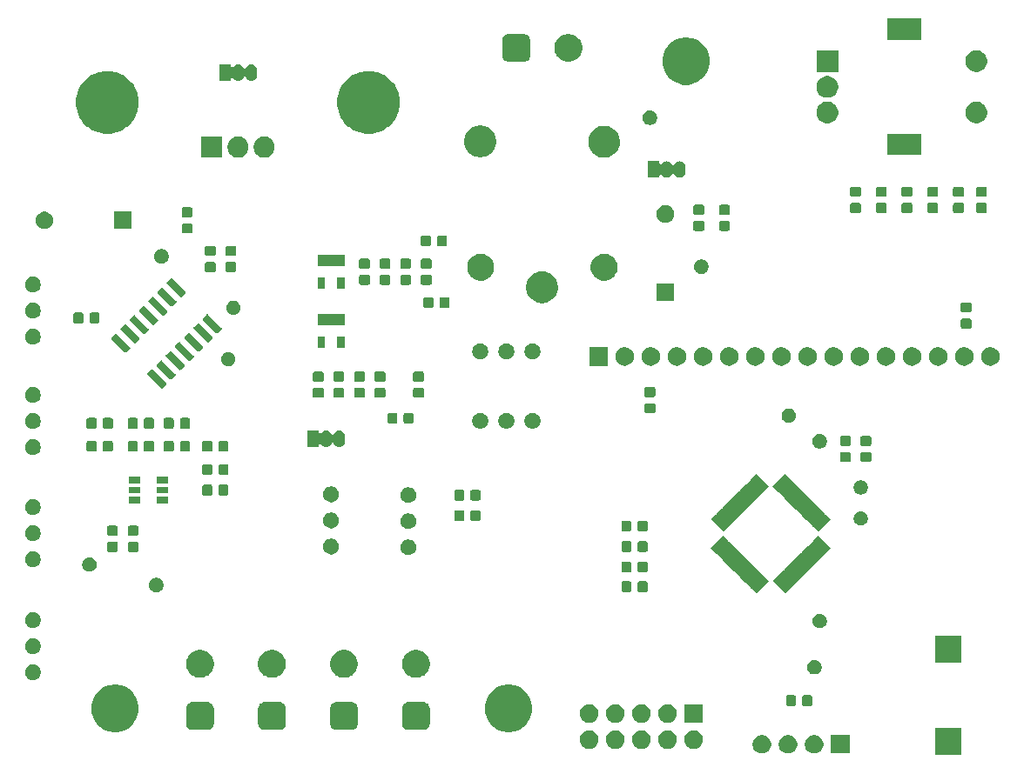
<source format=gts>
G04 #@! TF.GenerationSoftware,KiCad,Pcbnew,(5.1.5)-3*
G04 #@! TF.CreationDate,2020-04-01T20:44:12+02:00*
G04 #@! TF.ProjectId,electro-load,656c6563-7472-46f2-9d6c-6f61642e6b69,rev?*
G04 #@! TF.SameCoordinates,Original*
G04 #@! TF.FileFunction,Soldermask,Top*
G04 #@! TF.FilePolarity,Negative*
%FSLAX46Y46*%
G04 Gerber Fmt 4.6, Leading zero omitted, Abs format (unit mm)*
G04 Created by KiCad (PCBNEW (5.1.5)-3) date 2020-04-01 20:44:12*
%MOMM*%
%LPD*%
G04 APERTURE LIST*
%ADD10C,0.100000*%
G04 APERTURE END LIST*
D10*
G36*
X135801440Y-103051440D02*
G01*
X133198560Y-103051440D01*
X133198560Y-100448560D01*
X135801440Y-100448560D01*
X135801440Y-103051440D01*
G37*
G36*
X124901000Y-102901000D02*
G01*
X123099000Y-102901000D01*
X123099000Y-101099000D01*
X124901000Y-101099000D01*
X124901000Y-102901000D01*
G37*
G36*
X116493512Y-101103927D02*
G01*
X116642812Y-101133624D01*
X116806784Y-101201544D01*
X116954354Y-101300147D01*
X117079853Y-101425646D01*
X117178456Y-101573216D01*
X117246376Y-101737188D01*
X117281000Y-101911259D01*
X117281000Y-102088741D01*
X117246376Y-102262812D01*
X117178456Y-102426784D01*
X117079853Y-102574354D01*
X116954354Y-102699853D01*
X116806784Y-102798456D01*
X116642812Y-102866376D01*
X116493512Y-102896073D01*
X116468742Y-102901000D01*
X116291258Y-102901000D01*
X116266488Y-102896073D01*
X116117188Y-102866376D01*
X115953216Y-102798456D01*
X115805646Y-102699853D01*
X115680147Y-102574354D01*
X115581544Y-102426784D01*
X115513624Y-102262812D01*
X115479000Y-102088741D01*
X115479000Y-101911259D01*
X115513624Y-101737188D01*
X115581544Y-101573216D01*
X115680147Y-101425646D01*
X115805646Y-101300147D01*
X115953216Y-101201544D01*
X116117188Y-101133624D01*
X116266488Y-101103927D01*
X116291258Y-101099000D01*
X116468742Y-101099000D01*
X116493512Y-101103927D01*
G37*
G36*
X121573512Y-101103927D02*
G01*
X121722812Y-101133624D01*
X121886784Y-101201544D01*
X122034354Y-101300147D01*
X122159853Y-101425646D01*
X122258456Y-101573216D01*
X122326376Y-101737188D01*
X122361000Y-101911259D01*
X122361000Y-102088741D01*
X122326376Y-102262812D01*
X122258456Y-102426784D01*
X122159853Y-102574354D01*
X122034354Y-102699853D01*
X121886784Y-102798456D01*
X121722812Y-102866376D01*
X121573512Y-102896073D01*
X121548742Y-102901000D01*
X121371258Y-102901000D01*
X121346488Y-102896073D01*
X121197188Y-102866376D01*
X121033216Y-102798456D01*
X120885646Y-102699853D01*
X120760147Y-102574354D01*
X120661544Y-102426784D01*
X120593624Y-102262812D01*
X120559000Y-102088741D01*
X120559000Y-101911259D01*
X120593624Y-101737188D01*
X120661544Y-101573216D01*
X120760147Y-101425646D01*
X120885646Y-101300147D01*
X121033216Y-101201544D01*
X121197188Y-101133624D01*
X121346488Y-101103927D01*
X121371258Y-101099000D01*
X121548742Y-101099000D01*
X121573512Y-101103927D01*
G37*
G36*
X119033512Y-101103927D02*
G01*
X119182812Y-101133624D01*
X119346784Y-101201544D01*
X119494354Y-101300147D01*
X119619853Y-101425646D01*
X119718456Y-101573216D01*
X119786376Y-101737188D01*
X119821000Y-101911259D01*
X119821000Y-102088741D01*
X119786376Y-102262812D01*
X119718456Y-102426784D01*
X119619853Y-102574354D01*
X119494354Y-102699853D01*
X119346784Y-102798456D01*
X119182812Y-102866376D01*
X119033512Y-102896073D01*
X119008742Y-102901000D01*
X118831258Y-102901000D01*
X118806488Y-102896073D01*
X118657188Y-102866376D01*
X118493216Y-102798456D01*
X118345646Y-102699853D01*
X118220147Y-102574354D01*
X118121544Y-102426784D01*
X118053624Y-102262812D01*
X118019000Y-102088741D01*
X118019000Y-101911259D01*
X118053624Y-101737188D01*
X118121544Y-101573216D01*
X118220147Y-101425646D01*
X118345646Y-101300147D01*
X118493216Y-101201544D01*
X118657188Y-101133624D01*
X118806488Y-101103927D01*
X118831258Y-101099000D01*
X119008742Y-101099000D01*
X119033512Y-101103927D01*
G37*
G36*
X107323512Y-100643927D02*
G01*
X107472812Y-100673624D01*
X107636784Y-100741544D01*
X107784354Y-100840147D01*
X107909853Y-100965646D01*
X108008456Y-101113216D01*
X108076376Y-101277188D01*
X108111000Y-101451259D01*
X108111000Y-101628741D01*
X108076376Y-101802812D01*
X108008456Y-101966784D01*
X107909853Y-102114354D01*
X107784354Y-102239853D01*
X107636784Y-102338456D01*
X107472812Y-102406376D01*
X107323512Y-102436073D01*
X107298742Y-102441000D01*
X107121258Y-102441000D01*
X107096488Y-102436073D01*
X106947188Y-102406376D01*
X106783216Y-102338456D01*
X106635646Y-102239853D01*
X106510147Y-102114354D01*
X106411544Y-101966784D01*
X106343624Y-101802812D01*
X106309000Y-101628741D01*
X106309000Y-101451259D01*
X106343624Y-101277188D01*
X106411544Y-101113216D01*
X106510147Y-100965646D01*
X106635646Y-100840147D01*
X106783216Y-100741544D01*
X106947188Y-100673624D01*
X107096488Y-100643927D01*
X107121258Y-100639000D01*
X107298742Y-100639000D01*
X107323512Y-100643927D01*
G37*
G36*
X99703512Y-100643927D02*
G01*
X99852812Y-100673624D01*
X100016784Y-100741544D01*
X100164354Y-100840147D01*
X100289853Y-100965646D01*
X100388456Y-101113216D01*
X100456376Y-101277188D01*
X100491000Y-101451259D01*
X100491000Y-101628741D01*
X100456376Y-101802812D01*
X100388456Y-101966784D01*
X100289853Y-102114354D01*
X100164354Y-102239853D01*
X100016784Y-102338456D01*
X99852812Y-102406376D01*
X99703512Y-102436073D01*
X99678742Y-102441000D01*
X99501258Y-102441000D01*
X99476488Y-102436073D01*
X99327188Y-102406376D01*
X99163216Y-102338456D01*
X99015646Y-102239853D01*
X98890147Y-102114354D01*
X98791544Y-101966784D01*
X98723624Y-101802812D01*
X98689000Y-101628741D01*
X98689000Y-101451259D01*
X98723624Y-101277188D01*
X98791544Y-101113216D01*
X98890147Y-100965646D01*
X99015646Y-100840147D01*
X99163216Y-100741544D01*
X99327188Y-100673624D01*
X99476488Y-100643927D01*
X99501258Y-100639000D01*
X99678742Y-100639000D01*
X99703512Y-100643927D01*
G37*
G36*
X102243512Y-100643927D02*
G01*
X102392812Y-100673624D01*
X102556784Y-100741544D01*
X102704354Y-100840147D01*
X102829853Y-100965646D01*
X102928456Y-101113216D01*
X102996376Y-101277188D01*
X103031000Y-101451259D01*
X103031000Y-101628741D01*
X102996376Y-101802812D01*
X102928456Y-101966784D01*
X102829853Y-102114354D01*
X102704354Y-102239853D01*
X102556784Y-102338456D01*
X102392812Y-102406376D01*
X102243512Y-102436073D01*
X102218742Y-102441000D01*
X102041258Y-102441000D01*
X102016488Y-102436073D01*
X101867188Y-102406376D01*
X101703216Y-102338456D01*
X101555646Y-102239853D01*
X101430147Y-102114354D01*
X101331544Y-101966784D01*
X101263624Y-101802812D01*
X101229000Y-101628741D01*
X101229000Y-101451259D01*
X101263624Y-101277188D01*
X101331544Y-101113216D01*
X101430147Y-100965646D01*
X101555646Y-100840147D01*
X101703216Y-100741544D01*
X101867188Y-100673624D01*
X102016488Y-100643927D01*
X102041258Y-100639000D01*
X102218742Y-100639000D01*
X102243512Y-100643927D01*
G37*
G36*
X104783512Y-100643927D02*
G01*
X104932812Y-100673624D01*
X105096784Y-100741544D01*
X105244354Y-100840147D01*
X105369853Y-100965646D01*
X105468456Y-101113216D01*
X105536376Y-101277188D01*
X105571000Y-101451259D01*
X105571000Y-101628741D01*
X105536376Y-101802812D01*
X105468456Y-101966784D01*
X105369853Y-102114354D01*
X105244354Y-102239853D01*
X105096784Y-102338456D01*
X104932812Y-102406376D01*
X104783512Y-102436073D01*
X104758742Y-102441000D01*
X104581258Y-102441000D01*
X104556488Y-102436073D01*
X104407188Y-102406376D01*
X104243216Y-102338456D01*
X104095646Y-102239853D01*
X103970147Y-102114354D01*
X103871544Y-101966784D01*
X103803624Y-101802812D01*
X103769000Y-101628741D01*
X103769000Y-101451259D01*
X103803624Y-101277188D01*
X103871544Y-101113216D01*
X103970147Y-100965646D01*
X104095646Y-100840147D01*
X104243216Y-100741544D01*
X104407188Y-100673624D01*
X104556488Y-100643927D01*
X104581258Y-100639000D01*
X104758742Y-100639000D01*
X104783512Y-100643927D01*
G37*
G36*
X109863512Y-100643927D02*
G01*
X110012812Y-100673624D01*
X110176784Y-100741544D01*
X110324354Y-100840147D01*
X110449853Y-100965646D01*
X110548456Y-101113216D01*
X110616376Y-101277188D01*
X110651000Y-101451259D01*
X110651000Y-101628741D01*
X110616376Y-101802812D01*
X110548456Y-101966784D01*
X110449853Y-102114354D01*
X110324354Y-102239853D01*
X110176784Y-102338456D01*
X110012812Y-102406376D01*
X109863512Y-102436073D01*
X109838742Y-102441000D01*
X109661258Y-102441000D01*
X109636488Y-102436073D01*
X109487188Y-102406376D01*
X109323216Y-102338456D01*
X109175646Y-102239853D01*
X109050147Y-102114354D01*
X108951544Y-101966784D01*
X108883624Y-101802812D01*
X108849000Y-101628741D01*
X108849000Y-101451259D01*
X108883624Y-101277188D01*
X108951544Y-101113216D01*
X109050147Y-100965646D01*
X109175646Y-100840147D01*
X109323216Y-100741544D01*
X109487188Y-100673624D01*
X109636488Y-100643927D01*
X109661258Y-100639000D01*
X109838742Y-100639000D01*
X109863512Y-100643927D01*
G37*
G36*
X53948903Y-96243213D02*
G01*
X54171177Y-96287426D01*
X54589932Y-96460880D01*
X54966802Y-96712696D01*
X55287304Y-97033198D01*
X55539120Y-97410068D01*
X55712574Y-97828823D01*
X55712574Y-97828824D01*
X55801000Y-98273370D01*
X55801000Y-98726630D01*
X55764275Y-98911258D01*
X55712574Y-99171177D01*
X55539120Y-99589932D01*
X55287304Y-99966802D01*
X54966802Y-100287304D01*
X54589932Y-100539120D01*
X54171177Y-100712574D01*
X53948903Y-100756787D01*
X53726630Y-100801000D01*
X53273370Y-100801000D01*
X53051097Y-100756787D01*
X52828823Y-100712574D01*
X52410068Y-100539120D01*
X52033198Y-100287304D01*
X51712696Y-99966802D01*
X51460880Y-99589932D01*
X51287426Y-99171177D01*
X51235725Y-98911258D01*
X51199000Y-98726630D01*
X51199000Y-98273370D01*
X51287426Y-97828824D01*
X51287426Y-97828823D01*
X51460880Y-97410068D01*
X51712696Y-97033198D01*
X52033198Y-96712696D01*
X52410068Y-96460880D01*
X52828823Y-96287426D01*
X53051097Y-96243213D01*
X53273370Y-96199000D01*
X53726630Y-96199000D01*
X53948903Y-96243213D01*
G37*
G36*
X92198903Y-96243213D02*
G01*
X92421177Y-96287426D01*
X92839932Y-96460880D01*
X93216802Y-96712696D01*
X93537304Y-97033198D01*
X93789120Y-97410068D01*
X93962574Y-97828823D01*
X93962574Y-97828824D01*
X94051000Y-98273370D01*
X94051000Y-98726630D01*
X94014275Y-98911258D01*
X93962574Y-99171177D01*
X93789120Y-99589932D01*
X93537304Y-99966802D01*
X93216802Y-100287304D01*
X92839932Y-100539120D01*
X92421177Y-100712574D01*
X92198903Y-100756787D01*
X91976630Y-100801000D01*
X91523370Y-100801000D01*
X91301097Y-100756787D01*
X91078823Y-100712574D01*
X90660068Y-100539120D01*
X90283198Y-100287304D01*
X89962696Y-99966802D01*
X89710880Y-99589932D01*
X89537426Y-99171177D01*
X89485725Y-98911258D01*
X89449000Y-98726630D01*
X89449000Y-98273370D01*
X89537426Y-97828824D01*
X89537426Y-97828823D01*
X89710880Y-97410068D01*
X89962696Y-97033198D01*
X90283198Y-96712696D01*
X90660068Y-96460880D01*
X91078823Y-96287426D01*
X91301097Y-96243213D01*
X91523370Y-96199000D01*
X91976630Y-96199000D01*
X92198903Y-96243213D01*
G37*
G36*
X76607473Y-97911371D02*
G01*
X76722353Y-97946220D01*
X76828228Y-98002811D01*
X76921029Y-98078971D01*
X76997189Y-98171772D01*
X77053780Y-98277647D01*
X77088629Y-98392527D01*
X77101000Y-98518140D01*
X77101000Y-99981860D01*
X77088629Y-100107473D01*
X77053780Y-100222353D01*
X76997189Y-100328228D01*
X76921029Y-100421029D01*
X76828228Y-100497189D01*
X76722353Y-100553780D01*
X76607473Y-100588629D01*
X76481860Y-100601000D01*
X75018140Y-100601000D01*
X74892527Y-100588629D01*
X74777647Y-100553780D01*
X74671772Y-100497189D01*
X74578971Y-100421029D01*
X74502811Y-100328228D01*
X74446220Y-100222353D01*
X74411371Y-100107473D01*
X74399000Y-99981860D01*
X74399000Y-98518140D01*
X74411371Y-98392527D01*
X74446220Y-98277647D01*
X74502811Y-98171772D01*
X74578971Y-98078971D01*
X74671772Y-98002811D01*
X74777647Y-97946220D01*
X74892527Y-97911371D01*
X75018140Y-97899000D01*
X76481860Y-97899000D01*
X76607473Y-97911371D01*
G37*
G36*
X69607473Y-97911371D02*
G01*
X69722353Y-97946220D01*
X69828228Y-98002811D01*
X69921029Y-98078971D01*
X69997189Y-98171772D01*
X70053780Y-98277647D01*
X70088629Y-98392527D01*
X70101000Y-98518140D01*
X70101000Y-99981860D01*
X70088629Y-100107473D01*
X70053780Y-100222353D01*
X69997189Y-100328228D01*
X69921029Y-100421029D01*
X69828228Y-100497189D01*
X69722353Y-100553780D01*
X69607473Y-100588629D01*
X69481860Y-100601000D01*
X68018140Y-100601000D01*
X67892527Y-100588629D01*
X67777647Y-100553780D01*
X67671772Y-100497189D01*
X67578971Y-100421029D01*
X67502811Y-100328228D01*
X67446220Y-100222353D01*
X67411371Y-100107473D01*
X67399000Y-99981860D01*
X67399000Y-98518140D01*
X67411371Y-98392527D01*
X67446220Y-98277647D01*
X67502811Y-98171772D01*
X67578971Y-98078971D01*
X67671772Y-98002811D01*
X67777647Y-97946220D01*
X67892527Y-97911371D01*
X68018140Y-97899000D01*
X69481860Y-97899000D01*
X69607473Y-97911371D01*
G37*
G36*
X83607473Y-97911371D02*
G01*
X83722353Y-97946220D01*
X83828228Y-98002811D01*
X83921029Y-98078971D01*
X83997189Y-98171772D01*
X84053780Y-98277647D01*
X84088629Y-98392527D01*
X84101000Y-98518140D01*
X84101000Y-99981860D01*
X84088629Y-100107473D01*
X84053780Y-100222353D01*
X83997189Y-100328228D01*
X83921029Y-100421029D01*
X83828228Y-100497189D01*
X83722353Y-100553780D01*
X83607473Y-100588629D01*
X83481860Y-100601000D01*
X82018140Y-100601000D01*
X81892527Y-100588629D01*
X81777647Y-100553780D01*
X81671772Y-100497189D01*
X81578971Y-100421029D01*
X81502811Y-100328228D01*
X81446220Y-100222353D01*
X81411371Y-100107473D01*
X81399000Y-99981860D01*
X81399000Y-98518140D01*
X81411371Y-98392527D01*
X81446220Y-98277647D01*
X81502811Y-98171772D01*
X81578971Y-98078971D01*
X81671772Y-98002811D01*
X81777647Y-97946220D01*
X81892527Y-97911371D01*
X82018140Y-97899000D01*
X83481860Y-97899000D01*
X83607473Y-97911371D01*
G37*
G36*
X62607473Y-97911371D02*
G01*
X62722353Y-97946220D01*
X62828228Y-98002811D01*
X62921029Y-98078971D01*
X62997189Y-98171772D01*
X63053780Y-98277647D01*
X63088629Y-98392527D01*
X63101000Y-98518140D01*
X63101000Y-99981860D01*
X63088629Y-100107473D01*
X63053780Y-100222353D01*
X62997189Y-100328228D01*
X62921029Y-100421029D01*
X62828228Y-100497189D01*
X62722353Y-100553780D01*
X62607473Y-100588629D01*
X62481860Y-100601000D01*
X61018140Y-100601000D01*
X60892527Y-100588629D01*
X60777647Y-100553780D01*
X60671772Y-100497189D01*
X60578971Y-100421029D01*
X60502811Y-100328228D01*
X60446220Y-100222353D01*
X60411371Y-100107473D01*
X60399000Y-99981860D01*
X60399000Y-98518140D01*
X60411371Y-98392527D01*
X60446220Y-98277647D01*
X60502811Y-98171772D01*
X60578971Y-98078971D01*
X60671772Y-98002811D01*
X60777647Y-97946220D01*
X60892527Y-97911371D01*
X61018140Y-97899000D01*
X62481860Y-97899000D01*
X62607473Y-97911371D01*
G37*
G36*
X99703512Y-98103927D02*
G01*
X99852812Y-98133624D01*
X100016784Y-98201544D01*
X100164354Y-98300147D01*
X100289853Y-98425646D01*
X100388456Y-98573216D01*
X100456376Y-98737188D01*
X100491000Y-98911259D01*
X100491000Y-99088741D01*
X100456376Y-99262812D01*
X100388456Y-99426784D01*
X100289853Y-99574354D01*
X100164354Y-99699853D01*
X100016784Y-99798456D01*
X99852812Y-99866376D01*
X99703512Y-99896073D01*
X99678742Y-99901000D01*
X99501258Y-99901000D01*
X99476488Y-99896073D01*
X99327188Y-99866376D01*
X99163216Y-99798456D01*
X99015646Y-99699853D01*
X98890147Y-99574354D01*
X98791544Y-99426784D01*
X98723624Y-99262812D01*
X98689000Y-99088741D01*
X98689000Y-98911259D01*
X98723624Y-98737188D01*
X98791544Y-98573216D01*
X98890147Y-98425646D01*
X99015646Y-98300147D01*
X99163216Y-98201544D01*
X99327188Y-98133624D01*
X99476488Y-98103927D01*
X99501258Y-98099000D01*
X99678742Y-98099000D01*
X99703512Y-98103927D01*
G37*
G36*
X110651000Y-99901000D02*
G01*
X108849000Y-99901000D01*
X108849000Y-98099000D01*
X110651000Y-98099000D01*
X110651000Y-99901000D01*
G37*
G36*
X107323512Y-98103927D02*
G01*
X107472812Y-98133624D01*
X107636784Y-98201544D01*
X107784354Y-98300147D01*
X107909853Y-98425646D01*
X108008456Y-98573216D01*
X108076376Y-98737188D01*
X108111000Y-98911259D01*
X108111000Y-99088741D01*
X108076376Y-99262812D01*
X108008456Y-99426784D01*
X107909853Y-99574354D01*
X107784354Y-99699853D01*
X107636784Y-99798456D01*
X107472812Y-99866376D01*
X107323512Y-99896073D01*
X107298742Y-99901000D01*
X107121258Y-99901000D01*
X107096488Y-99896073D01*
X106947188Y-99866376D01*
X106783216Y-99798456D01*
X106635646Y-99699853D01*
X106510147Y-99574354D01*
X106411544Y-99426784D01*
X106343624Y-99262812D01*
X106309000Y-99088741D01*
X106309000Y-98911259D01*
X106343624Y-98737188D01*
X106411544Y-98573216D01*
X106510147Y-98425646D01*
X106635646Y-98300147D01*
X106783216Y-98201544D01*
X106947188Y-98133624D01*
X107096488Y-98103927D01*
X107121258Y-98099000D01*
X107298742Y-98099000D01*
X107323512Y-98103927D01*
G37*
G36*
X104783512Y-98103927D02*
G01*
X104932812Y-98133624D01*
X105096784Y-98201544D01*
X105244354Y-98300147D01*
X105369853Y-98425646D01*
X105468456Y-98573216D01*
X105536376Y-98737188D01*
X105571000Y-98911259D01*
X105571000Y-99088741D01*
X105536376Y-99262812D01*
X105468456Y-99426784D01*
X105369853Y-99574354D01*
X105244354Y-99699853D01*
X105096784Y-99798456D01*
X104932812Y-99866376D01*
X104783512Y-99896073D01*
X104758742Y-99901000D01*
X104581258Y-99901000D01*
X104556488Y-99896073D01*
X104407188Y-99866376D01*
X104243216Y-99798456D01*
X104095646Y-99699853D01*
X103970147Y-99574354D01*
X103871544Y-99426784D01*
X103803624Y-99262812D01*
X103769000Y-99088741D01*
X103769000Y-98911259D01*
X103803624Y-98737188D01*
X103871544Y-98573216D01*
X103970147Y-98425646D01*
X104095646Y-98300147D01*
X104243216Y-98201544D01*
X104407188Y-98133624D01*
X104556488Y-98103927D01*
X104581258Y-98099000D01*
X104758742Y-98099000D01*
X104783512Y-98103927D01*
G37*
G36*
X102243512Y-98103927D02*
G01*
X102392812Y-98133624D01*
X102556784Y-98201544D01*
X102704354Y-98300147D01*
X102829853Y-98425646D01*
X102928456Y-98573216D01*
X102996376Y-98737188D01*
X103031000Y-98911259D01*
X103031000Y-99088741D01*
X102996376Y-99262812D01*
X102928456Y-99426784D01*
X102829853Y-99574354D01*
X102704354Y-99699853D01*
X102556784Y-99798456D01*
X102392812Y-99866376D01*
X102243512Y-99896073D01*
X102218742Y-99901000D01*
X102041258Y-99901000D01*
X102016488Y-99896073D01*
X101867188Y-99866376D01*
X101703216Y-99798456D01*
X101555646Y-99699853D01*
X101430147Y-99574354D01*
X101331544Y-99426784D01*
X101263624Y-99262812D01*
X101229000Y-99088741D01*
X101229000Y-98911259D01*
X101263624Y-98737188D01*
X101331544Y-98573216D01*
X101430147Y-98425646D01*
X101555646Y-98300147D01*
X101703216Y-98201544D01*
X101867188Y-98133624D01*
X102016488Y-98103927D01*
X102041258Y-98099000D01*
X102218742Y-98099000D01*
X102243512Y-98103927D01*
G37*
G36*
X121129591Y-97228085D02*
G01*
X121163569Y-97238393D01*
X121194890Y-97255134D01*
X121222339Y-97277661D01*
X121244866Y-97305110D01*
X121261607Y-97336431D01*
X121271915Y-97370409D01*
X121276000Y-97411890D01*
X121276000Y-98088110D01*
X121271915Y-98129591D01*
X121261607Y-98163569D01*
X121244866Y-98194890D01*
X121222339Y-98222339D01*
X121194890Y-98244866D01*
X121163569Y-98261607D01*
X121129591Y-98271915D01*
X121088110Y-98276000D01*
X120486890Y-98276000D01*
X120445409Y-98271915D01*
X120411431Y-98261607D01*
X120380110Y-98244866D01*
X120352661Y-98222339D01*
X120330134Y-98194890D01*
X120313393Y-98163569D01*
X120303085Y-98129591D01*
X120299000Y-98088110D01*
X120299000Y-97411890D01*
X120303085Y-97370409D01*
X120313393Y-97336431D01*
X120330134Y-97305110D01*
X120352661Y-97277661D01*
X120380110Y-97255134D01*
X120411431Y-97238393D01*
X120445409Y-97228085D01*
X120486890Y-97224000D01*
X121088110Y-97224000D01*
X121129591Y-97228085D01*
G37*
G36*
X119554591Y-97228085D02*
G01*
X119588569Y-97238393D01*
X119619890Y-97255134D01*
X119647339Y-97277661D01*
X119669866Y-97305110D01*
X119686607Y-97336431D01*
X119696915Y-97370409D01*
X119701000Y-97411890D01*
X119701000Y-98088110D01*
X119696915Y-98129591D01*
X119686607Y-98163569D01*
X119669866Y-98194890D01*
X119647339Y-98222339D01*
X119619890Y-98244866D01*
X119588569Y-98261607D01*
X119554591Y-98271915D01*
X119513110Y-98276000D01*
X118911890Y-98276000D01*
X118870409Y-98271915D01*
X118836431Y-98261607D01*
X118805110Y-98244866D01*
X118777661Y-98222339D01*
X118755134Y-98194890D01*
X118738393Y-98163569D01*
X118728085Y-98129591D01*
X118724000Y-98088110D01*
X118724000Y-97411890D01*
X118728085Y-97370409D01*
X118738393Y-97336431D01*
X118755134Y-97305110D01*
X118777661Y-97277661D01*
X118805110Y-97255134D01*
X118836431Y-97238393D01*
X118870409Y-97228085D01*
X118911890Y-97224000D01*
X119513110Y-97224000D01*
X119554591Y-97228085D01*
G37*
G36*
X45625589Y-94238876D02*
G01*
X45724893Y-94258629D01*
X45865206Y-94316748D01*
X45991484Y-94401125D01*
X46098875Y-94508516D01*
X46183252Y-94634794D01*
X46241371Y-94775107D01*
X46271000Y-94924063D01*
X46271000Y-95075937D01*
X46241371Y-95224893D01*
X46183252Y-95365206D01*
X46098875Y-95491484D01*
X45991484Y-95598875D01*
X45865206Y-95683252D01*
X45724893Y-95741371D01*
X45625589Y-95761124D01*
X45575938Y-95771000D01*
X45424062Y-95771000D01*
X45374411Y-95761124D01*
X45275107Y-95741371D01*
X45134794Y-95683252D01*
X45008516Y-95598875D01*
X44901125Y-95491484D01*
X44816748Y-95365206D01*
X44758629Y-95224893D01*
X44729000Y-95075937D01*
X44729000Y-94924063D01*
X44758629Y-94775107D01*
X44816748Y-94634794D01*
X44901125Y-94508516D01*
X45008516Y-94401125D01*
X45134794Y-94316748D01*
X45275107Y-94258629D01*
X45374411Y-94238876D01*
X45424062Y-94229000D01*
X45575938Y-94229000D01*
X45625589Y-94238876D01*
G37*
G36*
X76144072Y-92870918D02*
G01*
X76338577Y-92951484D01*
X76389939Y-92972759D01*
X76501328Y-93047187D01*
X76611211Y-93120609D01*
X76799391Y-93308789D01*
X76947242Y-93530063D01*
X77049082Y-93775928D01*
X77101000Y-94036937D01*
X77101000Y-94303063D01*
X77049082Y-94564072D01*
X76947242Y-94809937D01*
X76799391Y-95031211D01*
X76611211Y-95219391D01*
X76501328Y-95292813D01*
X76389939Y-95367241D01*
X76389938Y-95367242D01*
X76389937Y-95367242D01*
X76144072Y-95469082D01*
X75883063Y-95521000D01*
X75616937Y-95521000D01*
X75355928Y-95469082D01*
X75110063Y-95367242D01*
X75110062Y-95367242D01*
X75110061Y-95367241D01*
X74998672Y-95292813D01*
X74888789Y-95219391D01*
X74700609Y-95031211D01*
X74552758Y-94809937D01*
X74450918Y-94564072D01*
X74399000Y-94303063D01*
X74399000Y-94036937D01*
X74450918Y-93775928D01*
X74552758Y-93530063D01*
X74700609Y-93308789D01*
X74888789Y-93120609D01*
X74998672Y-93047187D01*
X75110061Y-92972759D01*
X75161424Y-92951484D01*
X75355928Y-92870918D01*
X75616937Y-92819000D01*
X75883063Y-92819000D01*
X76144072Y-92870918D01*
G37*
G36*
X69144072Y-92870918D02*
G01*
X69338577Y-92951484D01*
X69389939Y-92972759D01*
X69501328Y-93047187D01*
X69611211Y-93120609D01*
X69799391Y-93308789D01*
X69947242Y-93530063D01*
X70049082Y-93775928D01*
X70101000Y-94036937D01*
X70101000Y-94303063D01*
X70049082Y-94564072D01*
X69947242Y-94809937D01*
X69799391Y-95031211D01*
X69611211Y-95219391D01*
X69501328Y-95292813D01*
X69389939Y-95367241D01*
X69389938Y-95367242D01*
X69389937Y-95367242D01*
X69144072Y-95469082D01*
X68883063Y-95521000D01*
X68616937Y-95521000D01*
X68355928Y-95469082D01*
X68110063Y-95367242D01*
X68110062Y-95367242D01*
X68110061Y-95367241D01*
X67998672Y-95292813D01*
X67888789Y-95219391D01*
X67700609Y-95031211D01*
X67552758Y-94809937D01*
X67450918Y-94564072D01*
X67399000Y-94303063D01*
X67399000Y-94036937D01*
X67450918Y-93775928D01*
X67552758Y-93530063D01*
X67700609Y-93308789D01*
X67888789Y-93120609D01*
X67998672Y-93047187D01*
X68110061Y-92972759D01*
X68161424Y-92951484D01*
X68355928Y-92870918D01*
X68616937Y-92819000D01*
X68883063Y-92819000D01*
X69144072Y-92870918D01*
G37*
G36*
X83144072Y-92870918D02*
G01*
X83338577Y-92951484D01*
X83389939Y-92972759D01*
X83501328Y-93047187D01*
X83611211Y-93120609D01*
X83799391Y-93308789D01*
X83947242Y-93530063D01*
X84049082Y-93775928D01*
X84101000Y-94036937D01*
X84101000Y-94303063D01*
X84049082Y-94564072D01*
X83947242Y-94809937D01*
X83799391Y-95031211D01*
X83611211Y-95219391D01*
X83501328Y-95292813D01*
X83389939Y-95367241D01*
X83389938Y-95367242D01*
X83389937Y-95367242D01*
X83144072Y-95469082D01*
X82883063Y-95521000D01*
X82616937Y-95521000D01*
X82355928Y-95469082D01*
X82110063Y-95367242D01*
X82110062Y-95367242D01*
X82110061Y-95367241D01*
X81998672Y-95292813D01*
X81888789Y-95219391D01*
X81700609Y-95031211D01*
X81552758Y-94809937D01*
X81450918Y-94564072D01*
X81399000Y-94303063D01*
X81399000Y-94036937D01*
X81450918Y-93775928D01*
X81552758Y-93530063D01*
X81700609Y-93308789D01*
X81888789Y-93120609D01*
X81998672Y-93047187D01*
X82110061Y-92972759D01*
X82161424Y-92951484D01*
X82355928Y-92870918D01*
X82616937Y-92819000D01*
X82883063Y-92819000D01*
X83144072Y-92870918D01*
G37*
G36*
X62144072Y-92870918D02*
G01*
X62338577Y-92951484D01*
X62389939Y-92972759D01*
X62501328Y-93047187D01*
X62611211Y-93120609D01*
X62799391Y-93308789D01*
X62947242Y-93530063D01*
X63049082Y-93775928D01*
X63101000Y-94036937D01*
X63101000Y-94303063D01*
X63049082Y-94564072D01*
X62947242Y-94809937D01*
X62799391Y-95031211D01*
X62611211Y-95219391D01*
X62501328Y-95292813D01*
X62389939Y-95367241D01*
X62389938Y-95367242D01*
X62389937Y-95367242D01*
X62144072Y-95469082D01*
X61883063Y-95521000D01*
X61616937Y-95521000D01*
X61355928Y-95469082D01*
X61110063Y-95367242D01*
X61110062Y-95367242D01*
X61110061Y-95367241D01*
X60998672Y-95292813D01*
X60888789Y-95219391D01*
X60700609Y-95031211D01*
X60552758Y-94809937D01*
X60450918Y-94564072D01*
X60399000Y-94303063D01*
X60399000Y-94036937D01*
X60450918Y-93775928D01*
X60552758Y-93530063D01*
X60700609Y-93308789D01*
X60888789Y-93120609D01*
X60998672Y-93047187D01*
X61110061Y-92972759D01*
X61161424Y-92951484D01*
X61355928Y-92870918D01*
X61616937Y-92819000D01*
X61883063Y-92819000D01*
X62144072Y-92870918D01*
G37*
G36*
X121704473Y-93825938D02*
G01*
X121832049Y-93878782D01*
X121946859Y-93955495D01*
X122044505Y-94053141D01*
X122121218Y-94167951D01*
X122174062Y-94295527D01*
X122201000Y-94430956D01*
X122201000Y-94569044D01*
X122174062Y-94704473D01*
X122121218Y-94832049D01*
X122044505Y-94946859D01*
X121946859Y-95044505D01*
X121832049Y-95121218D01*
X121704473Y-95174062D01*
X121569044Y-95201000D01*
X121430956Y-95201000D01*
X121295527Y-95174062D01*
X121167951Y-95121218D01*
X121053141Y-95044505D01*
X120955495Y-94946859D01*
X120878782Y-94832049D01*
X120825938Y-94704473D01*
X120799000Y-94569044D01*
X120799000Y-94430956D01*
X120825938Y-94295527D01*
X120878782Y-94167951D01*
X120955495Y-94053141D01*
X121053141Y-93955495D01*
X121167951Y-93878782D01*
X121295527Y-93825938D01*
X121430956Y-93799000D01*
X121569044Y-93799000D01*
X121704473Y-93825938D01*
G37*
G36*
X135801440Y-94051440D02*
G01*
X133198560Y-94051440D01*
X133198560Y-91448560D01*
X135801440Y-91448560D01*
X135801440Y-94051440D01*
G37*
G36*
X45625589Y-91698876D02*
G01*
X45724893Y-91718629D01*
X45865206Y-91776748D01*
X45991484Y-91861125D01*
X46098875Y-91968516D01*
X46183252Y-92094794D01*
X46241371Y-92235107D01*
X46271000Y-92384063D01*
X46271000Y-92535937D01*
X46241371Y-92684893D01*
X46183252Y-92825206D01*
X46098875Y-92951484D01*
X45991484Y-93058875D01*
X45865206Y-93143252D01*
X45724893Y-93201371D01*
X45625589Y-93221124D01*
X45575938Y-93231000D01*
X45424062Y-93231000D01*
X45374411Y-93221124D01*
X45275107Y-93201371D01*
X45134794Y-93143252D01*
X45008516Y-93058875D01*
X44901125Y-92951484D01*
X44816748Y-92825206D01*
X44758629Y-92684893D01*
X44729000Y-92535937D01*
X44729000Y-92384063D01*
X44758629Y-92235107D01*
X44816748Y-92094794D01*
X44901125Y-91968516D01*
X45008516Y-91861125D01*
X45134794Y-91776748D01*
X45275107Y-91718629D01*
X45374411Y-91698876D01*
X45424062Y-91689000D01*
X45575938Y-91689000D01*
X45625589Y-91698876D01*
G37*
G36*
X122204473Y-89325938D02*
G01*
X122332049Y-89378782D01*
X122446859Y-89455495D01*
X122544505Y-89553141D01*
X122621218Y-89667951D01*
X122674062Y-89795527D01*
X122701000Y-89930956D01*
X122701000Y-90069044D01*
X122674062Y-90204473D01*
X122621218Y-90332049D01*
X122544505Y-90446859D01*
X122446859Y-90544505D01*
X122332049Y-90621218D01*
X122204473Y-90674062D01*
X122069044Y-90701000D01*
X121930956Y-90701000D01*
X121795527Y-90674062D01*
X121667951Y-90621218D01*
X121553141Y-90544505D01*
X121455495Y-90446859D01*
X121378782Y-90332049D01*
X121325938Y-90204473D01*
X121299000Y-90069044D01*
X121299000Y-89930956D01*
X121325938Y-89795527D01*
X121378782Y-89667951D01*
X121455495Y-89553141D01*
X121553141Y-89455495D01*
X121667951Y-89378782D01*
X121795527Y-89325938D01*
X121930956Y-89299000D01*
X122069044Y-89299000D01*
X122204473Y-89325938D01*
G37*
G36*
X45625589Y-89158876D02*
G01*
X45724893Y-89178629D01*
X45865206Y-89236748D01*
X45991484Y-89321125D01*
X46098875Y-89428516D01*
X46183252Y-89554794D01*
X46241371Y-89695107D01*
X46271000Y-89844063D01*
X46271000Y-89995937D01*
X46241371Y-90144893D01*
X46183252Y-90285206D01*
X46098875Y-90411484D01*
X45991484Y-90518875D01*
X45865206Y-90603252D01*
X45724893Y-90661371D01*
X45625589Y-90681124D01*
X45575938Y-90691000D01*
X45424062Y-90691000D01*
X45374411Y-90681124D01*
X45275107Y-90661371D01*
X45134794Y-90603252D01*
X45008516Y-90518875D01*
X44901125Y-90411484D01*
X44816748Y-90285206D01*
X44758629Y-90144893D01*
X44729000Y-89995937D01*
X44729000Y-89844063D01*
X44758629Y-89695107D01*
X44816748Y-89554794D01*
X44901125Y-89428516D01*
X45008516Y-89321125D01*
X45134794Y-89236748D01*
X45275107Y-89178629D01*
X45374411Y-89158876D01*
X45424062Y-89149000D01*
X45575938Y-89149000D01*
X45625589Y-89158876D01*
G37*
G36*
X123067368Y-82896536D02*
G01*
X122606334Y-83357570D01*
X122501682Y-83462221D01*
X122040648Y-83923255D01*
X121935997Y-84027907D01*
X119777907Y-86185997D01*
X119673255Y-86290648D01*
X119212221Y-86751682D01*
X119107570Y-86856334D01*
X118646536Y-87317368D01*
X117443040Y-86113872D01*
X117904074Y-85652838D01*
X117904075Y-85652839D01*
X117920339Y-85636575D01*
X117920348Y-85636564D01*
X118008726Y-85548187D01*
X118008725Y-85548186D01*
X118469759Y-85087152D01*
X118469760Y-85087153D01*
X118558137Y-84998775D01*
X118558148Y-84998766D01*
X118574412Y-84982502D01*
X118574411Y-84982501D01*
X119035445Y-84521467D01*
X119035446Y-84521468D01*
X119123833Y-84433080D01*
X119140097Y-84416817D01*
X119140096Y-84416816D01*
X119601130Y-83955782D01*
X119601131Y-83955783D01*
X119705783Y-83851131D01*
X119705782Y-83851130D01*
X120166816Y-83390096D01*
X120166817Y-83390097D01*
X120255204Y-83301709D01*
X120271468Y-83285446D01*
X120271467Y-83285445D01*
X120732501Y-82824411D01*
X120732502Y-82824412D01*
X120748766Y-82808148D01*
X120748775Y-82808137D01*
X120837153Y-82719760D01*
X120837152Y-82719759D01*
X121298186Y-82258725D01*
X121298187Y-82258726D01*
X121386564Y-82170348D01*
X121386575Y-82170339D01*
X121402839Y-82154075D01*
X121402838Y-82154074D01*
X121863872Y-81693040D01*
X123067368Y-82896536D01*
G37*
G36*
X113097162Y-82154074D02*
G01*
X113097162Y-82154075D01*
X113113426Y-82170339D01*
X113113432Y-82170344D01*
X113201814Y-82258726D01*
X113201814Y-82258725D01*
X113662848Y-82719759D01*
X113662848Y-82719760D01*
X113751230Y-82808142D01*
X113751235Y-82808148D01*
X113767499Y-82824412D01*
X113767499Y-82824411D01*
X114228533Y-83285445D01*
X114228533Y-83285446D01*
X114333184Y-83390097D01*
X114333184Y-83390096D01*
X114794218Y-83851130D01*
X114794218Y-83851131D01*
X114898870Y-83955783D01*
X114898870Y-83955782D01*
X115359904Y-84416816D01*
X115359904Y-84416817D01*
X115464555Y-84521468D01*
X115464555Y-84521467D01*
X115925589Y-84982501D01*
X115925589Y-84982502D01*
X115941853Y-84998766D01*
X115941859Y-84998771D01*
X116030241Y-85087153D01*
X116030241Y-85087152D01*
X116491275Y-85548186D01*
X116491275Y-85548187D01*
X116579657Y-85636569D01*
X116579662Y-85636575D01*
X116595926Y-85652839D01*
X116595926Y-85652838D01*
X117056960Y-86113872D01*
X115853464Y-87317368D01*
X115392430Y-86856334D01*
X115392431Y-86856334D01*
X115304049Y-86767952D01*
X115304044Y-86767946D01*
X115287780Y-86751682D01*
X115287779Y-86751682D01*
X114826745Y-86290648D01*
X114826746Y-86290648D01*
X114810482Y-86274384D01*
X114810476Y-86274379D01*
X114722094Y-86185997D01*
X114722093Y-86185997D01*
X114261059Y-85724963D01*
X114261060Y-85724963D01*
X114156409Y-85620312D01*
X114156408Y-85620312D01*
X113695374Y-85159278D01*
X113695375Y-85159278D01*
X113590723Y-85054626D01*
X113590722Y-85054626D01*
X113129688Y-84593592D01*
X113129689Y-84593592D01*
X113025038Y-84488941D01*
X113025037Y-84488941D01*
X112564003Y-84027907D01*
X112564004Y-84027907D01*
X112475622Y-83939525D01*
X112475617Y-83939519D01*
X112459353Y-83923255D01*
X112459352Y-83923255D01*
X111998318Y-83462221D01*
X111998319Y-83462221D01*
X111982055Y-83445957D01*
X111982049Y-83445952D01*
X111893667Y-83357570D01*
X111893666Y-83357570D01*
X111432632Y-82896536D01*
X112636128Y-81693040D01*
X113097162Y-82154074D01*
G37*
G36*
X57704473Y-85825938D02*
G01*
X57832049Y-85878782D01*
X57946859Y-85955495D01*
X58044505Y-86053141D01*
X58121218Y-86167951D01*
X58174062Y-86295527D01*
X58201000Y-86430956D01*
X58201000Y-86569044D01*
X58174062Y-86704473D01*
X58121218Y-86832049D01*
X58044505Y-86946859D01*
X57946859Y-87044505D01*
X57832049Y-87121218D01*
X57704473Y-87174062D01*
X57569044Y-87201000D01*
X57430956Y-87201000D01*
X57295527Y-87174062D01*
X57167951Y-87121218D01*
X57053141Y-87044505D01*
X56955495Y-86946859D01*
X56878782Y-86832049D01*
X56825938Y-86704473D01*
X56799000Y-86569044D01*
X56799000Y-86430956D01*
X56825938Y-86295527D01*
X56878782Y-86167951D01*
X56955495Y-86053141D01*
X57053141Y-85955495D01*
X57167951Y-85878782D01*
X57295527Y-85825938D01*
X57430956Y-85799000D01*
X57569044Y-85799000D01*
X57704473Y-85825938D01*
G37*
G36*
X105129591Y-86138085D02*
G01*
X105163569Y-86148393D01*
X105194890Y-86165134D01*
X105222339Y-86187661D01*
X105244866Y-86215110D01*
X105261607Y-86246431D01*
X105271915Y-86280409D01*
X105276000Y-86321890D01*
X105276000Y-86998110D01*
X105271915Y-87039591D01*
X105261607Y-87073569D01*
X105244866Y-87104890D01*
X105222339Y-87132339D01*
X105194890Y-87154866D01*
X105163569Y-87171607D01*
X105129591Y-87181915D01*
X105088110Y-87186000D01*
X104486890Y-87186000D01*
X104445409Y-87181915D01*
X104411431Y-87171607D01*
X104380110Y-87154866D01*
X104352661Y-87132339D01*
X104330134Y-87104890D01*
X104313393Y-87073569D01*
X104303085Y-87039591D01*
X104299000Y-86998110D01*
X104299000Y-86321890D01*
X104303085Y-86280409D01*
X104313393Y-86246431D01*
X104330134Y-86215110D01*
X104352661Y-86187661D01*
X104380110Y-86165134D01*
X104411431Y-86148393D01*
X104445409Y-86138085D01*
X104486890Y-86134000D01*
X105088110Y-86134000D01*
X105129591Y-86138085D01*
G37*
G36*
X103554591Y-86138085D02*
G01*
X103588569Y-86148393D01*
X103619890Y-86165134D01*
X103647339Y-86187661D01*
X103669866Y-86215110D01*
X103686607Y-86246431D01*
X103696915Y-86280409D01*
X103701000Y-86321890D01*
X103701000Y-86998110D01*
X103696915Y-87039591D01*
X103686607Y-87073569D01*
X103669866Y-87104890D01*
X103647339Y-87132339D01*
X103619890Y-87154866D01*
X103588569Y-87171607D01*
X103554591Y-87181915D01*
X103513110Y-87186000D01*
X102911890Y-87186000D01*
X102870409Y-87181915D01*
X102836431Y-87171607D01*
X102805110Y-87154866D01*
X102777661Y-87132339D01*
X102755134Y-87104890D01*
X102738393Y-87073569D01*
X102728085Y-87039591D01*
X102724000Y-86998110D01*
X102724000Y-86321890D01*
X102728085Y-86280409D01*
X102738393Y-86246431D01*
X102755134Y-86215110D01*
X102777661Y-86187661D01*
X102805110Y-86165134D01*
X102836431Y-86148393D01*
X102870409Y-86138085D01*
X102911890Y-86134000D01*
X103513110Y-86134000D01*
X103554591Y-86138085D01*
G37*
G36*
X105129591Y-84228085D02*
G01*
X105163569Y-84238393D01*
X105194890Y-84255134D01*
X105222339Y-84277661D01*
X105244866Y-84305110D01*
X105261607Y-84336431D01*
X105271915Y-84370409D01*
X105276000Y-84411890D01*
X105276000Y-85088110D01*
X105271915Y-85129591D01*
X105261607Y-85163569D01*
X105244866Y-85194890D01*
X105222339Y-85222339D01*
X105194890Y-85244866D01*
X105163569Y-85261607D01*
X105129591Y-85271915D01*
X105088110Y-85276000D01*
X104486890Y-85276000D01*
X104445409Y-85271915D01*
X104411431Y-85261607D01*
X104380110Y-85244866D01*
X104352661Y-85222339D01*
X104330134Y-85194890D01*
X104313393Y-85163569D01*
X104303085Y-85129591D01*
X104299000Y-85088110D01*
X104299000Y-84411890D01*
X104303085Y-84370409D01*
X104313393Y-84336431D01*
X104330134Y-84305110D01*
X104352661Y-84277661D01*
X104380110Y-84255134D01*
X104411431Y-84238393D01*
X104445409Y-84228085D01*
X104486890Y-84224000D01*
X105088110Y-84224000D01*
X105129591Y-84228085D01*
G37*
G36*
X103554591Y-84228085D02*
G01*
X103588569Y-84238393D01*
X103619890Y-84255134D01*
X103647339Y-84277661D01*
X103669866Y-84305110D01*
X103686607Y-84336431D01*
X103696915Y-84370409D01*
X103701000Y-84411890D01*
X103701000Y-85088110D01*
X103696915Y-85129591D01*
X103686607Y-85163569D01*
X103669866Y-85194890D01*
X103647339Y-85222339D01*
X103619890Y-85244866D01*
X103588569Y-85261607D01*
X103554591Y-85271915D01*
X103513110Y-85276000D01*
X102911890Y-85276000D01*
X102870409Y-85271915D01*
X102836431Y-85261607D01*
X102805110Y-85244866D01*
X102777661Y-85222339D01*
X102755134Y-85194890D01*
X102738393Y-85163569D01*
X102728085Y-85129591D01*
X102724000Y-85088110D01*
X102724000Y-84411890D01*
X102728085Y-84370409D01*
X102738393Y-84336431D01*
X102755134Y-84305110D01*
X102777661Y-84277661D01*
X102805110Y-84255134D01*
X102836431Y-84238393D01*
X102870409Y-84228085D01*
X102911890Y-84224000D01*
X103513110Y-84224000D01*
X103554591Y-84228085D01*
G37*
G36*
X51204473Y-83825938D02*
G01*
X51332049Y-83878782D01*
X51446859Y-83955495D01*
X51544505Y-84053141D01*
X51621218Y-84167951D01*
X51674062Y-84295527D01*
X51701000Y-84430956D01*
X51701000Y-84569044D01*
X51674062Y-84704473D01*
X51621218Y-84832049D01*
X51544505Y-84946859D01*
X51446859Y-85044505D01*
X51332049Y-85121218D01*
X51204473Y-85174062D01*
X51069044Y-85201000D01*
X50930956Y-85201000D01*
X50795527Y-85174062D01*
X50667951Y-85121218D01*
X50553141Y-85044505D01*
X50455495Y-84946859D01*
X50378782Y-84832049D01*
X50325938Y-84704473D01*
X50299000Y-84569044D01*
X50299000Y-84430956D01*
X50325938Y-84295527D01*
X50378782Y-84167951D01*
X50455495Y-84053141D01*
X50553141Y-83955495D01*
X50667951Y-83878782D01*
X50795527Y-83825938D01*
X50930956Y-83799000D01*
X51069044Y-83799000D01*
X51204473Y-83825938D01*
G37*
G36*
X45605277Y-83234836D02*
G01*
X45724893Y-83258629D01*
X45865206Y-83316748D01*
X45991484Y-83401125D01*
X46098875Y-83508516D01*
X46183252Y-83634794D01*
X46241371Y-83775107D01*
X46271000Y-83924063D01*
X46271000Y-84075937D01*
X46241371Y-84224893D01*
X46183252Y-84365206D01*
X46098875Y-84491484D01*
X45991484Y-84598875D01*
X45865206Y-84683252D01*
X45724893Y-84741371D01*
X45625589Y-84761124D01*
X45575938Y-84771000D01*
X45424062Y-84771000D01*
X45374411Y-84761124D01*
X45275107Y-84741371D01*
X45134794Y-84683252D01*
X45008516Y-84598875D01*
X44901125Y-84491484D01*
X44816748Y-84365206D01*
X44758629Y-84224893D01*
X44729000Y-84075937D01*
X44729000Y-83924063D01*
X44758629Y-83775107D01*
X44816748Y-83634794D01*
X44901125Y-83508516D01*
X45008516Y-83401125D01*
X45134794Y-83316748D01*
X45275107Y-83258629D01*
X45394723Y-83234836D01*
X45424062Y-83229000D01*
X45575938Y-83229000D01*
X45605277Y-83234836D01*
G37*
G36*
X82114889Y-82066748D02*
G01*
X82224893Y-82088629D01*
X82365206Y-82146748D01*
X82491484Y-82231125D01*
X82598875Y-82338516D01*
X82683252Y-82464794D01*
X82741371Y-82605107D01*
X82771000Y-82754063D01*
X82771000Y-82905937D01*
X82741371Y-83054893D01*
X82683252Y-83195206D01*
X82598875Y-83321484D01*
X82491484Y-83428875D01*
X82365206Y-83513252D01*
X82224893Y-83571371D01*
X82125589Y-83591124D01*
X82075938Y-83601000D01*
X81924062Y-83601000D01*
X81874411Y-83591124D01*
X81775107Y-83571371D01*
X81634794Y-83513252D01*
X81508516Y-83428875D01*
X81401125Y-83321484D01*
X81316748Y-83195206D01*
X81258629Y-83054893D01*
X81229000Y-82905937D01*
X81229000Y-82754063D01*
X81258629Y-82605107D01*
X81316748Y-82464794D01*
X81401125Y-82338516D01*
X81508516Y-82231125D01*
X81634794Y-82146748D01*
X81775107Y-82088629D01*
X81885111Y-82066748D01*
X81924062Y-82059000D01*
X82075938Y-82059000D01*
X82114889Y-82066748D01*
G37*
G36*
X74625589Y-81988876D02*
G01*
X74724893Y-82008629D01*
X74865206Y-82066748D01*
X74991484Y-82151125D01*
X75098875Y-82258516D01*
X75183252Y-82384794D01*
X75241371Y-82525107D01*
X75271000Y-82674063D01*
X75271000Y-82825937D01*
X75241371Y-82974893D01*
X75183252Y-83115206D01*
X75098875Y-83241484D01*
X74991484Y-83348875D01*
X74865206Y-83433252D01*
X74724893Y-83491371D01*
X74625589Y-83511124D01*
X74575938Y-83521000D01*
X74424062Y-83521000D01*
X74374411Y-83511124D01*
X74275107Y-83491371D01*
X74134794Y-83433252D01*
X74008516Y-83348875D01*
X73901125Y-83241484D01*
X73816748Y-83115206D01*
X73758629Y-82974893D01*
X73729000Y-82825937D01*
X73729000Y-82674063D01*
X73758629Y-82525107D01*
X73816748Y-82384794D01*
X73901125Y-82258516D01*
X74008516Y-82151125D01*
X74134794Y-82066748D01*
X74275107Y-82008629D01*
X74374411Y-81988876D01*
X74424062Y-81979000D01*
X74575938Y-81979000D01*
X74625589Y-81988876D01*
G37*
G36*
X105129591Y-82228085D02*
G01*
X105163569Y-82238393D01*
X105194890Y-82255134D01*
X105222339Y-82277661D01*
X105244866Y-82305110D01*
X105261607Y-82336431D01*
X105271915Y-82370409D01*
X105276000Y-82411890D01*
X105276000Y-83088110D01*
X105271915Y-83129591D01*
X105261607Y-83163569D01*
X105244866Y-83194890D01*
X105222339Y-83222339D01*
X105194890Y-83244866D01*
X105163569Y-83261607D01*
X105129591Y-83271915D01*
X105088110Y-83276000D01*
X104486890Y-83276000D01*
X104445409Y-83271915D01*
X104411431Y-83261607D01*
X104380110Y-83244866D01*
X104352661Y-83222339D01*
X104330134Y-83194890D01*
X104313393Y-83163569D01*
X104303085Y-83129591D01*
X104299000Y-83088110D01*
X104299000Y-82411890D01*
X104303085Y-82370409D01*
X104313393Y-82336431D01*
X104330134Y-82305110D01*
X104352661Y-82277661D01*
X104380110Y-82255134D01*
X104411431Y-82238393D01*
X104445409Y-82228085D01*
X104486890Y-82224000D01*
X105088110Y-82224000D01*
X105129591Y-82228085D01*
G37*
G36*
X103554591Y-82228085D02*
G01*
X103588569Y-82238393D01*
X103619890Y-82255134D01*
X103647339Y-82277661D01*
X103669866Y-82305110D01*
X103686607Y-82336431D01*
X103696915Y-82370409D01*
X103701000Y-82411890D01*
X103701000Y-83088110D01*
X103696915Y-83129591D01*
X103686607Y-83163569D01*
X103669866Y-83194890D01*
X103647339Y-83222339D01*
X103619890Y-83244866D01*
X103588569Y-83261607D01*
X103554591Y-83271915D01*
X103513110Y-83276000D01*
X102911890Y-83276000D01*
X102870409Y-83271915D01*
X102836431Y-83261607D01*
X102805110Y-83244866D01*
X102777661Y-83222339D01*
X102755134Y-83194890D01*
X102738393Y-83163569D01*
X102728085Y-83129591D01*
X102724000Y-83088110D01*
X102724000Y-82411890D01*
X102728085Y-82370409D01*
X102738393Y-82336431D01*
X102755134Y-82305110D01*
X102777661Y-82277661D01*
X102805110Y-82255134D01*
X102836431Y-82238393D01*
X102870409Y-82228085D01*
X102911890Y-82224000D01*
X103513110Y-82224000D01*
X103554591Y-82228085D01*
G37*
G36*
X55629591Y-82303085D02*
G01*
X55663569Y-82313393D01*
X55694890Y-82330134D01*
X55722339Y-82352661D01*
X55744866Y-82380110D01*
X55761607Y-82411431D01*
X55771915Y-82445409D01*
X55776000Y-82486890D01*
X55776000Y-83088110D01*
X55771915Y-83129591D01*
X55761607Y-83163569D01*
X55744866Y-83194890D01*
X55722339Y-83222339D01*
X55694890Y-83244866D01*
X55663569Y-83261607D01*
X55629591Y-83271915D01*
X55588110Y-83276000D01*
X54911890Y-83276000D01*
X54870409Y-83271915D01*
X54836431Y-83261607D01*
X54805110Y-83244866D01*
X54777661Y-83222339D01*
X54755134Y-83194890D01*
X54738393Y-83163569D01*
X54728085Y-83129591D01*
X54724000Y-83088110D01*
X54724000Y-82486890D01*
X54728085Y-82445409D01*
X54738393Y-82411431D01*
X54755134Y-82380110D01*
X54777661Y-82352661D01*
X54805110Y-82330134D01*
X54836431Y-82313393D01*
X54870409Y-82303085D01*
X54911890Y-82299000D01*
X55588110Y-82299000D01*
X55629591Y-82303085D01*
G37*
G36*
X53629591Y-82303085D02*
G01*
X53663569Y-82313393D01*
X53694890Y-82330134D01*
X53722339Y-82352661D01*
X53744866Y-82380110D01*
X53761607Y-82411431D01*
X53771915Y-82445409D01*
X53776000Y-82486890D01*
X53776000Y-83088110D01*
X53771915Y-83129591D01*
X53761607Y-83163569D01*
X53744866Y-83194890D01*
X53722339Y-83222339D01*
X53694890Y-83244866D01*
X53663569Y-83261607D01*
X53629591Y-83271915D01*
X53588110Y-83276000D01*
X52911890Y-83276000D01*
X52870409Y-83271915D01*
X52836431Y-83261607D01*
X52805110Y-83244866D01*
X52777661Y-83222339D01*
X52755134Y-83194890D01*
X52738393Y-83163569D01*
X52728085Y-83129591D01*
X52724000Y-83088110D01*
X52724000Y-82486890D01*
X52728085Y-82445409D01*
X52738393Y-82411431D01*
X52755134Y-82380110D01*
X52777661Y-82352661D01*
X52805110Y-82330134D01*
X52836431Y-82313393D01*
X52870409Y-82303085D01*
X52911890Y-82299000D01*
X53588110Y-82299000D01*
X53629591Y-82303085D01*
G37*
G36*
X45625589Y-80698876D02*
G01*
X45724893Y-80718629D01*
X45865206Y-80776748D01*
X45991484Y-80861125D01*
X46098875Y-80968516D01*
X46183252Y-81094794D01*
X46241371Y-81235107D01*
X46271000Y-81384063D01*
X46271000Y-81535937D01*
X46241371Y-81684893D01*
X46183252Y-81825206D01*
X46098875Y-81951484D01*
X45991484Y-82058875D01*
X45865206Y-82143252D01*
X45724893Y-82201371D01*
X45625589Y-82221124D01*
X45575938Y-82231000D01*
X45424062Y-82231000D01*
X45374411Y-82221124D01*
X45275107Y-82201371D01*
X45134794Y-82143252D01*
X45008516Y-82058875D01*
X44901125Y-81951484D01*
X44816748Y-81825206D01*
X44758629Y-81684893D01*
X44729000Y-81535937D01*
X44729000Y-81384063D01*
X44758629Y-81235107D01*
X44816748Y-81094794D01*
X44901125Y-80968516D01*
X45008516Y-80861125D01*
X45134794Y-80776748D01*
X45275107Y-80718629D01*
X45374411Y-80698876D01*
X45424062Y-80689000D01*
X45575938Y-80689000D01*
X45625589Y-80698876D01*
G37*
G36*
X55629591Y-80728085D02*
G01*
X55663569Y-80738393D01*
X55694890Y-80755134D01*
X55722339Y-80777661D01*
X55744866Y-80805110D01*
X55761607Y-80836431D01*
X55771915Y-80870409D01*
X55776000Y-80911890D01*
X55776000Y-81513110D01*
X55771915Y-81554591D01*
X55761607Y-81588569D01*
X55744866Y-81619890D01*
X55722339Y-81647339D01*
X55694890Y-81669866D01*
X55663569Y-81686607D01*
X55629591Y-81696915D01*
X55588110Y-81701000D01*
X54911890Y-81701000D01*
X54870409Y-81696915D01*
X54836431Y-81686607D01*
X54805110Y-81669866D01*
X54777661Y-81647339D01*
X54755134Y-81619890D01*
X54738393Y-81588569D01*
X54728085Y-81554591D01*
X54724000Y-81513110D01*
X54724000Y-80911890D01*
X54728085Y-80870409D01*
X54738393Y-80836431D01*
X54755134Y-80805110D01*
X54777661Y-80777661D01*
X54805110Y-80755134D01*
X54836431Y-80738393D01*
X54870409Y-80728085D01*
X54911890Y-80724000D01*
X55588110Y-80724000D01*
X55629591Y-80728085D01*
G37*
G36*
X53629591Y-80728085D02*
G01*
X53663569Y-80738393D01*
X53694890Y-80755134D01*
X53722339Y-80777661D01*
X53744866Y-80805110D01*
X53761607Y-80836431D01*
X53771915Y-80870409D01*
X53776000Y-80911890D01*
X53776000Y-81513110D01*
X53771915Y-81554591D01*
X53761607Y-81588569D01*
X53744866Y-81619890D01*
X53722339Y-81647339D01*
X53694890Y-81669866D01*
X53663569Y-81686607D01*
X53629591Y-81696915D01*
X53588110Y-81701000D01*
X52911890Y-81701000D01*
X52870409Y-81696915D01*
X52836431Y-81686607D01*
X52805110Y-81669866D01*
X52777661Y-81647339D01*
X52755134Y-81619890D01*
X52738393Y-81588569D01*
X52728085Y-81554591D01*
X52724000Y-81513110D01*
X52724000Y-80911890D01*
X52728085Y-80870409D01*
X52738393Y-80836431D01*
X52755134Y-80805110D01*
X52777661Y-80777661D01*
X52805110Y-80755134D01*
X52836431Y-80738393D01*
X52870409Y-80728085D01*
X52911890Y-80724000D01*
X53588110Y-80724000D01*
X53629591Y-80728085D01*
G37*
G36*
X119107570Y-76143666D02*
G01*
X119107570Y-76143667D01*
X119195952Y-76232049D01*
X119195957Y-76232055D01*
X119212221Y-76248319D01*
X119212221Y-76248318D01*
X119673255Y-76709352D01*
X119673255Y-76709353D01*
X119689519Y-76725617D01*
X119689525Y-76725622D01*
X119777907Y-76814004D01*
X119777907Y-76814003D01*
X120238941Y-77275037D01*
X120238941Y-77275038D01*
X120343592Y-77379689D01*
X120343592Y-77379688D01*
X120804626Y-77840722D01*
X120804626Y-77840723D01*
X120909278Y-77945375D01*
X120909278Y-77945374D01*
X121370312Y-78406408D01*
X121370312Y-78406409D01*
X121474963Y-78511060D01*
X121474963Y-78511059D01*
X121935997Y-78972093D01*
X121935997Y-78972094D01*
X122024379Y-79060476D01*
X122024384Y-79060482D01*
X122040648Y-79076746D01*
X122040648Y-79076745D01*
X122501682Y-79537779D01*
X122501682Y-79537780D01*
X122517946Y-79554044D01*
X122517952Y-79554049D01*
X122606334Y-79642431D01*
X122606334Y-79642430D01*
X123067368Y-80103464D01*
X121863872Y-81306960D01*
X121402838Y-80845926D01*
X121402839Y-80845926D01*
X121386575Y-80829662D01*
X121386569Y-80829657D01*
X121298187Y-80741275D01*
X121298186Y-80741275D01*
X120837152Y-80280241D01*
X120837153Y-80280241D01*
X120748771Y-80191859D01*
X120748766Y-80191853D01*
X120732502Y-80175589D01*
X120732501Y-80175589D01*
X120271467Y-79714555D01*
X120271468Y-79714555D01*
X120166817Y-79609904D01*
X120166816Y-79609904D01*
X119705782Y-79148870D01*
X119705783Y-79148870D01*
X119601131Y-79044218D01*
X119601130Y-79044218D01*
X119140096Y-78583184D01*
X119140097Y-78583184D01*
X119035446Y-78478533D01*
X119035445Y-78478533D01*
X118574411Y-78017499D01*
X118574412Y-78017499D01*
X118558148Y-78001235D01*
X118558142Y-78001230D01*
X118469760Y-77912848D01*
X118469759Y-77912848D01*
X118008725Y-77451814D01*
X118008726Y-77451814D01*
X117920344Y-77363432D01*
X117920339Y-77363426D01*
X117904075Y-77347162D01*
X117904074Y-77347162D01*
X117443040Y-76886128D01*
X118646536Y-75682632D01*
X119107570Y-76143666D01*
G37*
G36*
X117056960Y-76886128D02*
G01*
X116579662Y-77363426D01*
X116491275Y-77451814D01*
X116030241Y-77912848D01*
X115941853Y-78001235D01*
X115464555Y-78478533D01*
X115376167Y-78566920D01*
X115359904Y-78583184D01*
X114333184Y-79609904D01*
X114244796Y-79698291D01*
X114228533Y-79714555D01*
X113751235Y-80191853D01*
X113662848Y-80280241D01*
X113201814Y-80741275D01*
X113113426Y-80829662D01*
X112636128Y-81306960D01*
X111432632Y-80103464D01*
X111893666Y-79642430D01*
X111893667Y-79642431D01*
X111982044Y-79554053D01*
X111982055Y-79554044D01*
X111998319Y-79537780D01*
X111998318Y-79537779D01*
X112459352Y-79076745D01*
X112459353Y-79076746D01*
X112475617Y-79060482D01*
X112475626Y-79060471D01*
X112564004Y-78972094D01*
X112564003Y-78972093D01*
X113025037Y-78511059D01*
X113025038Y-78511060D01*
X113129689Y-78406409D01*
X113129688Y-78406408D01*
X113590722Y-77945374D01*
X113590723Y-77945375D01*
X113695375Y-77840723D01*
X113695374Y-77840722D01*
X114156408Y-77379688D01*
X114156409Y-77379689D01*
X114261060Y-77275038D01*
X114261059Y-77275037D01*
X114722093Y-76814003D01*
X114722094Y-76814004D01*
X114810471Y-76725626D01*
X114810482Y-76725617D01*
X114826746Y-76709353D01*
X114826745Y-76709352D01*
X115287779Y-76248318D01*
X115287780Y-76248319D01*
X115304044Y-76232055D01*
X115304053Y-76232044D01*
X115392431Y-76143667D01*
X115392430Y-76143666D01*
X115853464Y-75682632D01*
X117056960Y-76886128D01*
G37*
G36*
X105129591Y-80228085D02*
G01*
X105163569Y-80238393D01*
X105194890Y-80255134D01*
X105222339Y-80277661D01*
X105244866Y-80305110D01*
X105261607Y-80336431D01*
X105271915Y-80370409D01*
X105276000Y-80411890D01*
X105276000Y-81088110D01*
X105271915Y-81129591D01*
X105261607Y-81163569D01*
X105244866Y-81194890D01*
X105222339Y-81222339D01*
X105194890Y-81244866D01*
X105163569Y-81261607D01*
X105129591Y-81271915D01*
X105088110Y-81276000D01*
X104486890Y-81276000D01*
X104445409Y-81271915D01*
X104411431Y-81261607D01*
X104380110Y-81244866D01*
X104352661Y-81222339D01*
X104330134Y-81194890D01*
X104313393Y-81163569D01*
X104303085Y-81129591D01*
X104299000Y-81088110D01*
X104299000Y-80411890D01*
X104303085Y-80370409D01*
X104313393Y-80336431D01*
X104330134Y-80305110D01*
X104352661Y-80277661D01*
X104380110Y-80255134D01*
X104411431Y-80238393D01*
X104445409Y-80228085D01*
X104486890Y-80224000D01*
X105088110Y-80224000D01*
X105129591Y-80228085D01*
G37*
G36*
X103554591Y-80228085D02*
G01*
X103588569Y-80238393D01*
X103619890Y-80255134D01*
X103647339Y-80277661D01*
X103669866Y-80305110D01*
X103686607Y-80336431D01*
X103696915Y-80370409D01*
X103701000Y-80411890D01*
X103701000Y-81088110D01*
X103696915Y-81129591D01*
X103686607Y-81163569D01*
X103669866Y-81194890D01*
X103647339Y-81222339D01*
X103619890Y-81244866D01*
X103588569Y-81261607D01*
X103554591Y-81271915D01*
X103513110Y-81276000D01*
X102911890Y-81276000D01*
X102870409Y-81271915D01*
X102836431Y-81261607D01*
X102805110Y-81244866D01*
X102777661Y-81222339D01*
X102755134Y-81194890D01*
X102738393Y-81163569D01*
X102728085Y-81129591D01*
X102724000Y-81088110D01*
X102724000Y-80411890D01*
X102728085Y-80370409D01*
X102738393Y-80336431D01*
X102755134Y-80305110D01*
X102777661Y-80277661D01*
X102805110Y-80255134D01*
X102836431Y-80238393D01*
X102870409Y-80228085D01*
X102911890Y-80224000D01*
X103513110Y-80224000D01*
X103554591Y-80228085D01*
G37*
G36*
X82114889Y-79526748D02*
G01*
X82224893Y-79548629D01*
X82365206Y-79606748D01*
X82491484Y-79691125D01*
X82598875Y-79798516D01*
X82683252Y-79924794D01*
X82741371Y-80065107D01*
X82755087Y-80134062D01*
X82771000Y-80214062D01*
X82771000Y-80365938D01*
X82769241Y-80374780D01*
X82741371Y-80514893D01*
X82683252Y-80655206D01*
X82598875Y-80781484D01*
X82491484Y-80888875D01*
X82365206Y-80973252D01*
X82224893Y-81031371D01*
X82125589Y-81051124D01*
X82075938Y-81061000D01*
X81924062Y-81061000D01*
X81874411Y-81051124D01*
X81775107Y-81031371D01*
X81634794Y-80973252D01*
X81508516Y-80888875D01*
X81401125Y-80781484D01*
X81316748Y-80655206D01*
X81258629Y-80514893D01*
X81230759Y-80374780D01*
X81229000Y-80365938D01*
X81229000Y-80214062D01*
X81244913Y-80134062D01*
X81258629Y-80065107D01*
X81316748Y-79924794D01*
X81401125Y-79798516D01*
X81508516Y-79691125D01*
X81634794Y-79606748D01*
X81775107Y-79548629D01*
X81885111Y-79526748D01*
X81924062Y-79519000D01*
X82075938Y-79519000D01*
X82114889Y-79526748D01*
G37*
G36*
X74625589Y-79448876D02*
G01*
X74724893Y-79468629D01*
X74865206Y-79526748D01*
X74991484Y-79611125D01*
X75098875Y-79718516D01*
X75183252Y-79844794D01*
X75241371Y-79985107D01*
X75241371Y-79985109D01*
X75270111Y-80129591D01*
X75271000Y-80134063D01*
X75271000Y-80285937D01*
X75241371Y-80434893D01*
X75183252Y-80575206D01*
X75098875Y-80701484D01*
X74991484Y-80808875D01*
X74865206Y-80893252D01*
X74724893Y-80951371D01*
X74625589Y-80971124D01*
X74575938Y-80981000D01*
X74424062Y-80981000D01*
X74374411Y-80971124D01*
X74275107Y-80951371D01*
X74134794Y-80893252D01*
X74008516Y-80808875D01*
X73901125Y-80701484D01*
X73816748Y-80575206D01*
X73758629Y-80434893D01*
X73729000Y-80285937D01*
X73729000Y-80134063D01*
X73729890Y-80129591D01*
X73758629Y-79985109D01*
X73758629Y-79985107D01*
X73816748Y-79844794D01*
X73901125Y-79718516D01*
X74008516Y-79611125D01*
X74134794Y-79526748D01*
X74275107Y-79468629D01*
X74374411Y-79448876D01*
X74424062Y-79439000D01*
X74575938Y-79439000D01*
X74625589Y-79448876D01*
G37*
G36*
X126204473Y-79325938D02*
G01*
X126332049Y-79378782D01*
X126446859Y-79455495D01*
X126544505Y-79553141D01*
X126621218Y-79667951D01*
X126674062Y-79795527D01*
X126701000Y-79930956D01*
X126701000Y-80069044D01*
X126674062Y-80204473D01*
X126621218Y-80332049D01*
X126544505Y-80446859D01*
X126446859Y-80544505D01*
X126332049Y-80621218D01*
X126204473Y-80674062D01*
X126069044Y-80701000D01*
X125930956Y-80701000D01*
X125795527Y-80674062D01*
X125667951Y-80621218D01*
X125553141Y-80544505D01*
X125455495Y-80446859D01*
X125378782Y-80332049D01*
X125325938Y-80204473D01*
X125299000Y-80069044D01*
X125299000Y-79930956D01*
X125325938Y-79795527D01*
X125378782Y-79667951D01*
X125455495Y-79553141D01*
X125553141Y-79455495D01*
X125667951Y-79378782D01*
X125795527Y-79325938D01*
X125930956Y-79299000D01*
X126069044Y-79299000D01*
X126204473Y-79325938D01*
G37*
G36*
X88879591Y-79228085D02*
G01*
X88913569Y-79238393D01*
X88944890Y-79255134D01*
X88972339Y-79277661D01*
X88994866Y-79305110D01*
X89011607Y-79336431D01*
X89021915Y-79370409D01*
X89026000Y-79411890D01*
X89026000Y-80088110D01*
X89021915Y-80129591D01*
X89011607Y-80163569D01*
X88994866Y-80194890D01*
X88972339Y-80222339D01*
X88944890Y-80244866D01*
X88913569Y-80261607D01*
X88879591Y-80271915D01*
X88838110Y-80276000D01*
X88236890Y-80276000D01*
X88195409Y-80271915D01*
X88161431Y-80261607D01*
X88130110Y-80244866D01*
X88102661Y-80222339D01*
X88080134Y-80194890D01*
X88063393Y-80163569D01*
X88053085Y-80129591D01*
X88049000Y-80088110D01*
X88049000Y-79411890D01*
X88053085Y-79370409D01*
X88063393Y-79336431D01*
X88080134Y-79305110D01*
X88102661Y-79277661D01*
X88130110Y-79255134D01*
X88161431Y-79238393D01*
X88195409Y-79228085D01*
X88236890Y-79224000D01*
X88838110Y-79224000D01*
X88879591Y-79228085D01*
G37*
G36*
X87304591Y-79228085D02*
G01*
X87338569Y-79238393D01*
X87369890Y-79255134D01*
X87397339Y-79277661D01*
X87419866Y-79305110D01*
X87436607Y-79336431D01*
X87446915Y-79370409D01*
X87451000Y-79411890D01*
X87451000Y-80088110D01*
X87446915Y-80129591D01*
X87436607Y-80163569D01*
X87419866Y-80194890D01*
X87397339Y-80222339D01*
X87369890Y-80244866D01*
X87338569Y-80261607D01*
X87304591Y-80271915D01*
X87263110Y-80276000D01*
X86661890Y-80276000D01*
X86620409Y-80271915D01*
X86586431Y-80261607D01*
X86555110Y-80244866D01*
X86527661Y-80222339D01*
X86505134Y-80194890D01*
X86488393Y-80163569D01*
X86478085Y-80129591D01*
X86474000Y-80088110D01*
X86474000Y-79411890D01*
X86478085Y-79370409D01*
X86488393Y-79336431D01*
X86505134Y-79305110D01*
X86527661Y-79277661D01*
X86555110Y-79255134D01*
X86586431Y-79238393D01*
X86620409Y-79228085D01*
X86661890Y-79224000D01*
X87263110Y-79224000D01*
X87304591Y-79228085D01*
G37*
G36*
X45625589Y-78158876D02*
G01*
X45724893Y-78178629D01*
X45865206Y-78236748D01*
X45991484Y-78321125D01*
X46098875Y-78428516D01*
X46183252Y-78554794D01*
X46241371Y-78695107D01*
X46271000Y-78844063D01*
X46271000Y-78995937D01*
X46241371Y-79144893D01*
X46183252Y-79285206D01*
X46098875Y-79411484D01*
X45991484Y-79518875D01*
X45865206Y-79603252D01*
X45724893Y-79661371D01*
X45625589Y-79681124D01*
X45575938Y-79691000D01*
X45424062Y-79691000D01*
X45374411Y-79681124D01*
X45275107Y-79661371D01*
X45134794Y-79603252D01*
X45008516Y-79518875D01*
X44901125Y-79411484D01*
X44816748Y-79285206D01*
X44758629Y-79144893D01*
X44729000Y-78995937D01*
X44729000Y-78844063D01*
X44758629Y-78695107D01*
X44816748Y-78554794D01*
X44901125Y-78428516D01*
X45008516Y-78321125D01*
X45134794Y-78236748D01*
X45275107Y-78178629D01*
X45374411Y-78158876D01*
X45424062Y-78149000D01*
X45575938Y-78149000D01*
X45625589Y-78158876D01*
G37*
G36*
X55951000Y-78526000D02*
G01*
X54849000Y-78526000D01*
X54849000Y-77874000D01*
X55951000Y-77874000D01*
X55951000Y-78526000D01*
G37*
G36*
X58651000Y-78526000D02*
G01*
X57549000Y-78526000D01*
X57549000Y-77874000D01*
X58651000Y-77874000D01*
X58651000Y-78526000D01*
G37*
G36*
X82114889Y-76986748D02*
G01*
X82224893Y-77008629D01*
X82365206Y-77066748D01*
X82491484Y-77151125D01*
X82598875Y-77258516D01*
X82683252Y-77384794D01*
X82741371Y-77525107D01*
X82771000Y-77674063D01*
X82771000Y-77825937D01*
X82741371Y-77974893D01*
X82683252Y-78115206D01*
X82598875Y-78241484D01*
X82491484Y-78348875D01*
X82365206Y-78433252D01*
X82224893Y-78491371D01*
X82125914Y-78511059D01*
X82075938Y-78521000D01*
X81924062Y-78521000D01*
X81874086Y-78511059D01*
X81775107Y-78491371D01*
X81634794Y-78433252D01*
X81508516Y-78348875D01*
X81401125Y-78241484D01*
X81316748Y-78115206D01*
X81258629Y-77974893D01*
X81229000Y-77825937D01*
X81229000Y-77674063D01*
X81258629Y-77525107D01*
X81316748Y-77384794D01*
X81401125Y-77258516D01*
X81508516Y-77151125D01*
X81634794Y-77066748D01*
X81775107Y-77008629D01*
X81885111Y-76986748D01*
X81924062Y-76979000D01*
X82075938Y-76979000D01*
X82114889Y-76986748D01*
G37*
G36*
X74625589Y-76908876D02*
G01*
X74724893Y-76928629D01*
X74865206Y-76986748D01*
X74991484Y-77071125D01*
X75098875Y-77178516D01*
X75183252Y-77304794D01*
X75241371Y-77445107D01*
X75271000Y-77594063D01*
X75271000Y-77745937D01*
X75241371Y-77894893D01*
X75183252Y-78035206D01*
X75098875Y-78161484D01*
X74991484Y-78268875D01*
X74865206Y-78353252D01*
X74724893Y-78411371D01*
X74625589Y-78431124D01*
X74575938Y-78441000D01*
X74424062Y-78441000D01*
X74374411Y-78431124D01*
X74275107Y-78411371D01*
X74134794Y-78353252D01*
X74008516Y-78268875D01*
X73901125Y-78161484D01*
X73816748Y-78035206D01*
X73758629Y-77894893D01*
X73729000Y-77745937D01*
X73729000Y-77594063D01*
X73758629Y-77445107D01*
X73816748Y-77304794D01*
X73901125Y-77178516D01*
X74008516Y-77071125D01*
X74134794Y-76986748D01*
X74275107Y-76928629D01*
X74374411Y-76908876D01*
X74424062Y-76899000D01*
X74575938Y-76899000D01*
X74625589Y-76908876D01*
G37*
G36*
X87304591Y-77228085D02*
G01*
X87338569Y-77238393D01*
X87369890Y-77255134D01*
X87397339Y-77277661D01*
X87419866Y-77305110D01*
X87436607Y-77336431D01*
X87446915Y-77370409D01*
X87451000Y-77411890D01*
X87451000Y-78088110D01*
X87446915Y-78129591D01*
X87436607Y-78163569D01*
X87419866Y-78194890D01*
X87397339Y-78222339D01*
X87369890Y-78244866D01*
X87338569Y-78261607D01*
X87304591Y-78271915D01*
X87263110Y-78276000D01*
X86661890Y-78276000D01*
X86620409Y-78271915D01*
X86586431Y-78261607D01*
X86555110Y-78244866D01*
X86527661Y-78222339D01*
X86505134Y-78194890D01*
X86488393Y-78163569D01*
X86478085Y-78129591D01*
X86474000Y-78088110D01*
X86474000Y-77411890D01*
X86478085Y-77370409D01*
X86488393Y-77336431D01*
X86505134Y-77305110D01*
X86527661Y-77277661D01*
X86555110Y-77255134D01*
X86586431Y-77238393D01*
X86620409Y-77228085D01*
X86661890Y-77224000D01*
X87263110Y-77224000D01*
X87304591Y-77228085D01*
G37*
G36*
X88879591Y-77228085D02*
G01*
X88913569Y-77238393D01*
X88944890Y-77255134D01*
X88972339Y-77277661D01*
X88994866Y-77305110D01*
X89011607Y-77336431D01*
X89021915Y-77370409D01*
X89026000Y-77411890D01*
X89026000Y-78088110D01*
X89021915Y-78129591D01*
X89011607Y-78163569D01*
X88994866Y-78194890D01*
X88972339Y-78222339D01*
X88944890Y-78244866D01*
X88913569Y-78261607D01*
X88879591Y-78271915D01*
X88838110Y-78276000D01*
X88236890Y-78276000D01*
X88195409Y-78271915D01*
X88161431Y-78261607D01*
X88130110Y-78244866D01*
X88102661Y-78222339D01*
X88080134Y-78194890D01*
X88063393Y-78163569D01*
X88053085Y-78129591D01*
X88049000Y-78088110D01*
X88049000Y-77411890D01*
X88053085Y-77370409D01*
X88063393Y-77336431D01*
X88080134Y-77305110D01*
X88102661Y-77277661D01*
X88130110Y-77255134D01*
X88161431Y-77238393D01*
X88195409Y-77228085D01*
X88236890Y-77224000D01*
X88838110Y-77224000D01*
X88879591Y-77228085D01*
G37*
G36*
X62804591Y-76728085D02*
G01*
X62838569Y-76738393D01*
X62869890Y-76755134D01*
X62897339Y-76777661D01*
X62919866Y-76805110D01*
X62936607Y-76836431D01*
X62946915Y-76870409D01*
X62951000Y-76911890D01*
X62951000Y-77588110D01*
X62946915Y-77629591D01*
X62936607Y-77663569D01*
X62919866Y-77694890D01*
X62897339Y-77722339D01*
X62869890Y-77744866D01*
X62838569Y-77761607D01*
X62804591Y-77771915D01*
X62763110Y-77776000D01*
X62161890Y-77776000D01*
X62120409Y-77771915D01*
X62086431Y-77761607D01*
X62055110Y-77744866D01*
X62027661Y-77722339D01*
X62005134Y-77694890D01*
X61988393Y-77663569D01*
X61978085Y-77629591D01*
X61974000Y-77588110D01*
X61974000Y-76911890D01*
X61978085Y-76870409D01*
X61988393Y-76836431D01*
X62005134Y-76805110D01*
X62027661Y-76777661D01*
X62055110Y-76755134D01*
X62086431Y-76738393D01*
X62120409Y-76728085D01*
X62161890Y-76724000D01*
X62763110Y-76724000D01*
X62804591Y-76728085D01*
G37*
G36*
X64379591Y-76728085D02*
G01*
X64413569Y-76738393D01*
X64444890Y-76755134D01*
X64472339Y-76777661D01*
X64494866Y-76805110D01*
X64511607Y-76836431D01*
X64521915Y-76870409D01*
X64526000Y-76911890D01*
X64526000Y-77588110D01*
X64521915Y-77629591D01*
X64511607Y-77663569D01*
X64494866Y-77694890D01*
X64472339Y-77722339D01*
X64444890Y-77744866D01*
X64413569Y-77761607D01*
X64379591Y-77771915D01*
X64338110Y-77776000D01*
X63736890Y-77776000D01*
X63695409Y-77771915D01*
X63661431Y-77761607D01*
X63630110Y-77744866D01*
X63602661Y-77722339D01*
X63580134Y-77694890D01*
X63563393Y-77663569D01*
X63553085Y-77629591D01*
X63549000Y-77588110D01*
X63549000Y-76911890D01*
X63553085Y-76870409D01*
X63563393Y-76836431D01*
X63580134Y-76805110D01*
X63602661Y-76777661D01*
X63630110Y-76755134D01*
X63661431Y-76738393D01*
X63695409Y-76728085D01*
X63736890Y-76724000D01*
X64338110Y-76724000D01*
X64379591Y-76728085D01*
G37*
G36*
X126204473Y-76325938D02*
G01*
X126332049Y-76378782D01*
X126446859Y-76455495D01*
X126544505Y-76553141D01*
X126621218Y-76667951D01*
X126674062Y-76795527D01*
X126701000Y-76930956D01*
X126701000Y-77069044D01*
X126674062Y-77204473D01*
X126621218Y-77332049D01*
X126544505Y-77446859D01*
X126446859Y-77544505D01*
X126332049Y-77621218D01*
X126204473Y-77674062D01*
X126069044Y-77701000D01*
X125930956Y-77701000D01*
X125795527Y-77674062D01*
X125667951Y-77621218D01*
X125553141Y-77544505D01*
X125455495Y-77446859D01*
X125378782Y-77332049D01*
X125325938Y-77204473D01*
X125299000Y-77069044D01*
X125299000Y-76930956D01*
X125325938Y-76795527D01*
X125378782Y-76667951D01*
X125455495Y-76553141D01*
X125553141Y-76455495D01*
X125667951Y-76378782D01*
X125795527Y-76325938D01*
X125930956Y-76299000D01*
X126069044Y-76299000D01*
X126204473Y-76325938D01*
G37*
G36*
X55951000Y-77576000D02*
G01*
X54849000Y-77576000D01*
X54849000Y-76924000D01*
X55951000Y-76924000D01*
X55951000Y-77576000D01*
G37*
G36*
X58651000Y-77576000D02*
G01*
X57549000Y-77576000D01*
X57549000Y-76924000D01*
X58651000Y-76924000D01*
X58651000Y-77576000D01*
G37*
G36*
X58651000Y-76626000D02*
G01*
X57549000Y-76626000D01*
X57549000Y-75974000D01*
X58651000Y-75974000D01*
X58651000Y-76626000D01*
G37*
G36*
X55951000Y-76626000D02*
G01*
X54849000Y-76626000D01*
X54849000Y-75974000D01*
X55951000Y-75974000D01*
X55951000Y-76626000D01*
G37*
G36*
X62804591Y-74728085D02*
G01*
X62838569Y-74738393D01*
X62869890Y-74755134D01*
X62897339Y-74777661D01*
X62919866Y-74805110D01*
X62936607Y-74836431D01*
X62946915Y-74870409D01*
X62951000Y-74911890D01*
X62951000Y-75588110D01*
X62946915Y-75629591D01*
X62936607Y-75663569D01*
X62919866Y-75694890D01*
X62897339Y-75722339D01*
X62869890Y-75744866D01*
X62838569Y-75761607D01*
X62804591Y-75771915D01*
X62763110Y-75776000D01*
X62161890Y-75776000D01*
X62120409Y-75771915D01*
X62086431Y-75761607D01*
X62055110Y-75744866D01*
X62027661Y-75722339D01*
X62005134Y-75694890D01*
X61988393Y-75663569D01*
X61978085Y-75629591D01*
X61974000Y-75588110D01*
X61974000Y-74911890D01*
X61978085Y-74870409D01*
X61988393Y-74836431D01*
X62005134Y-74805110D01*
X62027661Y-74777661D01*
X62055110Y-74755134D01*
X62086431Y-74738393D01*
X62120409Y-74728085D01*
X62161890Y-74724000D01*
X62763110Y-74724000D01*
X62804591Y-74728085D01*
G37*
G36*
X64379591Y-74728085D02*
G01*
X64413569Y-74738393D01*
X64444890Y-74755134D01*
X64472339Y-74777661D01*
X64494866Y-74805110D01*
X64511607Y-74836431D01*
X64521915Y-74870409D01*
X64526000Y-74911890D01*
X64526000Y-75588110D01*
X64521915Y-75629591D01*
X64511607Y-75663569D01*
X64494866Y-75694890D01*
X64472339Y-75722339D01*
X64444890Y-75744866D01*
X64413569Y-75761607D01*
X64379591Y-75771915D01*
X64338110Y-75776000D01*
X63736890Y-75776000D01*
X63695409Y-75771915D01*
X63661431Y-75761607D01*
X63630110Y-75744866D01*
X63602661Y-75722339D01*
X63580134Y-75694890D01*
X63563393Y-75663569D01*
X63553085Y-75629591D01*
X63549000Y-75588110D01*
X63549000Y-74911890D01*
X63553085Y-74870409D01*
X63563393Y-74836431D01*
X63580134Y-74805110D01*
X63602661Y-74777661D01*
X63630110Y-74755134D01*
X63661431Y-74738393D01*
X63695409Y-74728085D01*
X63736890Y-74724000D01*
X64338110Y-74724000D01*
X64379591Y-74728085D01*
G37*
G36*
X126879591Y-73553085D02*
G01*
X126913569Y-73563393D01*
X126944890Y-73580134D01*
X126972339Y-73602661D01*
X126994866Y-73630110D01*
X127011607Y-73661431D01*
X127021915Y-73695409D01*
X127026000Y-73736890D01*
X127026000Y-74338110D01*
X127021915Y-74379591D01*
X127011607Y-74413569D01*
X126994866Y-74444890D01*
X126972339Y-74472339D01*
X126944890Y-74494866D01*
X126913569Y-74511607D01*
X126879591Y-74521915D01*
X126838110Y-74526000D01*
X126161890Y-74526000D01*
X126120409Y-74521915D01*
X126086431Y-74511607D01*
X126055110Y-74494866D01*
X126027661Y-74472339D01*
X126005134Y-74444890D01*
X125988393Y-74413569D01*
X125978085Y-74379591D01*
X125974000Y-74338110D01*
X125974000Y-73736890D01*
X125978085Y-73695409D01*
X125988393Y-73661431D01*
X126005134Y-73630110D01*
X126027661Y-73602661D01*
X126055110Y-73580134D01*
X126086431Y-73563393D01*
X126120409Y-73553085D01*
X126161890Y-73549000D01*
X126838110Y-73549000D01*
X126879591Y-73553085D01*
G37*
G36*
X124879591Y-73553085D02*
G01*
X124913569Y-73563393D01*
X124944890Y-73580134D01*
X124972339Y-73602661D01*
X124994866Y-73630110D01*
X125011607Y-73661431D01*
X125021915Y-73695409D01*
X125026000Y-73736890D01*
X125026000Y-74338110D01*
X125021915Y-74379591D01*
X125011607Y-74413569D01*
X124994866Y-74444890D01*
X124972339Y-74472339D01*
X124944890Y-74494866D01*
X124913569Y-74511607D01*
X124879591Y-74521915D01*
X124838110Y-74526000D01*
X124161890Y-74526000D01*
X124120409Y-74521915D01*
X124086431Y-74511607D01*
X124055110Y-74494866D01*
X124027661Y-74472339D01*
X124005134Y-74444890D01*
X123988393Y-74413569D01*
X123978085Y-74379591D01*
X123974000Y-74338110D01*
X123974000Y-73736890D01*
X123978085Y-73695409D01*
X123988393Y-73661431D01*
X124005134Y-73630110D01*
X124027661Y-73602661D01*
X124055110Y-73580134D01*
X124086431Y-73563393D01*
X124120409Y-73553085D01*
X124161890Y-73549000D01*
X124838110Y-73549000D01*
X124879591Y-73553085D01*
G37*
G36*
X45625589Y-72318876D02*
G01*
X45724893Y-72338629D01*
X45865206Y-72396748D01*
X45991484Y-72481125D01*
X46098875Y-72588516D01*
X46183252Y-72714794D01*
X46241371Y-72855107D01*
X46271000Y-73004063D01*
X46271000Y-73155937D01*
X46241371Y-73304893D01*
X46183252Y-73445206D01*
X46098875Y-73571484D01*
X45991484Y-73678875D01*
X45865206Y-73763252D01*
X45724893Y-73821371D01*
X45625589Y-73841124D01*
X45575938Y-73851000D01*
X45424062Y-73851000D01*
X45374411Y-73841124D01*
X45275107Y-73821371D01*
X45134794Y-73763252D01*
X45008516Y-73678875D01*
X44901125Y-73571484D01*
X44816748Y-73445206D01*
X44758629Y-73304893D01*
X44729000Y-73155937D01*
X44729000Y-73004063D01*
X44758629Y-72855107D01*
X44816748Y-72714794D01*
X44901125Y-72588516D01*
X45008516Y-72481125D01*
X45134794Y-72396748D01*
X45275107Y-72338629D01*
X45374411Y-72318876D01*
X45424062Y-72309000D01*
X45575938Y-72309000D01*
X45625589Y-72318876D01*
G37*
G36*
X55554591Y-72478085D02*
G01*
X55588569Y-72488393D01*
X55619890Y-72505134D01*
X55647339Y-72527661D01*
X55669866Y-72555110D01*
X55686607Y-72586431D01*
X55696915Y-72620409D01*
X55701000Y-72661890D01*
X55701000Y-73338110D01*
X55696915Y-73379591D01*
X55686607Y-73413569D01*
X55669866Y-73444890D01*
X55647339Y-73472339D01*
X55619890Y-73494866D01*
X55588569Y-73511607D01*
X55554591Y-73521915D01*
X55513110Y-73526000D01*
X54911890Y-73526000D01*
X54870409Y-73521915D01*
X54836431Y-73511607D01*
X54805110Y-73494866D01*
X54777661Y-73472339D01*
X54755134Y-73444890D01*
X54738393Y-73413569D01*
X54728085Y-73379591D01*
X54724000Y-73338110D01*
X54724000Y-72661890D01*
X54728085Y-72620409D01*
X54738393Y-72586431D01*
X54755134Y-72555110D01*
X54777661Y-72527661D01*
X54805110Y-72505134D01*
X54836431Y-72488393D01*
X54870409Y-72478085D01*
X54911890Y-72474000D01*
X55513110Y-72474000D01*
X55554591Y-72478085D01*
G37*
G36*
X64379591Y-72478085D02*
G01*
X64413569Y-72488393D01*
X64444890Y-72505134D01*
X64472339Y-72527661D01*
X64494866Y-72555110D01*
X64511607Y-72586431D01*
X64521915Y-72620409D01*
X64526000Y-72661890D01*
X64526000Y-73338110D01*
X64521915Y-73379591D01*
X64511607Y-73413569D01*
X64494866Y-73444890D01*
X64472339Y-73472339D01*
X64444890Y-73494866D01*
X64413569Y-73511607D01*
X64379591Y-73521915D01*
X64338110Y-73526000D01*
X63736890Y-73526000D01*
X63695409Y-73521915D01*
X63661431Y-73511607D01*
X63630110Y-73494866D01*
X63602661Y-73472339D01*
X63580134Y-73444890D01*
X63563393Y-73413569D01*
X63553085Y-73379591D01*
X63549000Y-73338110D01*
X63549000Y-72661890D01*
X63553085Y-72620409D01*
X63563393Y-72586431D01*
X63580134Y-72555110D01*
X63602661Y-72527661D01*
X63630110Y-72505134D01*
X63661431Y-72488393D01*
X63695409Y-72478085D01*
X63736890Y-72474000D01*
X64338110Y-72474000D01*
X64379591Y-72478085D01*
G37*
G36*
X62804591Y-72478085D02*
G01*
X62838569Y-72488393D01*
X62869890Y-72505134D01*
X62897339Y-72527661D01*
X62919866Y-72555110D01*
X62936607Y-72586431D01*
X62946915Y-72620409D01*
X62951000Y-72661890D01*
X62951000Y-73338110D01*
X62946915Y-73379591D01*
X62936607Y-73413569D01*
X62919866Y-73444890D01*
X62897339Y-73472339D01*
X62869890Y-73494866D01*
X62838569Y-73511607D01*
X62804591Y-73521915D01*
X62763110Y-73526000D01*
X62161890Y-73526000D01*
X62120409Y-73521915D01*
X62086431Y-73511607D01*
X62055110Y-73494866D01*
X62027661Y-73472339D01*
X62005134Y-73444890D01*
X61988393Y-73413569D01*
X61978085Y-73379591D01*
X61974000Y-73338110D01*
X61974000Y-72661890D01*
X61978085Y-72620409D01*
X61988393Y-72586431D01*
X62005134Y-72555110D01*
X62027661Y-72527661D01*
X62055110Y-72505134D01*
X62086431Y-72488393D01*
X62120409Y-72478085D01*
X62161890Y-72474000D01*
X62763110Y-72474000D01*
X62804591Y-72478085D01*
G37*
G36*
X57129591Y-72478085D02*
G01*
X57163569Y-72488393D01*
X57194890Y-72505134D01*
X57222339Y-72527661D01*
X57244866Y-72555110D01*
X57261607Y-72586431D01*
X57271915Y-72620409D01*
X57276000Y-72661890D01*
X57276000Y-73338110D01*
X57271915Y-73379591D01*
X57261607Y-73413569D01*
X57244866Y-73444890D01*
X57222339Y-73472339D01*
X57194890Y-73494866D01*
X57163569Y-73511607D01*
X57129591Y-73521915D01*
X57088110Y-73526000D01*
X56486890Y-73526000D01*
X56445409Y-73521915D01*
X56411431Y-73511607D01*
X56380110Y-73494866D01*
X56352661Y-73472339D01*
X56330134Y-73444890D01*
X56313393Y-73413569D01*
X56303085Y-73379591D01*
X56299000Y-73338110D01*
X56299000Y-72661890D01*
X56303085Y-72620409D01*
X56313393Y-72586431D01*
X56330134Y-72555110D01*
X56352661Y-72527661D01*
X56380110Y-72505134D01*
X56411431Y-72488393D01*
X56445409Y-72478085D01*
X56486890Y-72474000D01*
X57088110Y-72474000D01*
X57129591Y-72478085D01*
G37*
G36*
X53129591Y-72478085D02*
G01*
X53163569Y-72488393D01*
X53194890Y-72505134D01*
X53222339Y-72527661D01*
X53244866Y-72555110D01*
X53261607Y-72586431D01*
X53271915Y-72620409D01*
X53276000Y-72661890D01*
X53276000Y-73338110D01*
X53271915Y-73379591D01*
X53261607Y-73413569D01*
X53244866Y-73444890D01*
X53222339Y-73472339D01*
X53194890Y-73494866D01*
X53163569Y-73511607D01*
X53129591Y-73521915D01*
X53088110Y-73526000D01*
X52486890Y-73526000D01*
X52445409Y-73521915D01*
X52411431Y-73511607D01*
X52380110Y-73494866D01*
X52352661Y-73472339D01*
X52330134Y-73444890D01*
X52313393Y-73413569D01*
X52303085Y-73379591D01*
X52299000Y-73338110D01*
X52299000Y-72661890D01*
X52303085Y-72620409D01*
X52313393Y-72586431D01*
X52330134Y-72555110D01*
X52352661Y-72527661D01*
X52380110Y-72505134D01*
X52411431Y-72488393D01*
X52445409Y-72478085D01*
X52486890Y-72474000D01*
X53088110Y-72474000D01*
X53129591Y-72478085D01*
G37*
G36*
X59054591Y-72478085D02*
G01*
X59088569Y-72488393D01*
X59119890Y-72505134D01*
X59147339Y-72527661D01*
X59169866Y-72555110D01*
X59186607Y-72586431D01*
X59196915Y-72620409D01*
X59201000Y-72661890D01*
X59201000Y-73338110D01*
X59196915Y-73379591D01*
X59186607Y-73413569D01*
X59169866Y-73444890D01*
X59147339Y-73472339D01*
X59119890Y-73494866D01*
X59088569Y-73511607D01*
X59054591Y-73521915D01*
X59013110Y-73526000D01*
X58411890Y-73526000D01*
X58370409Y-73521915D01*
X58336431Y-73511607D01*
X58305110Y-73494866D01*
X58277661Y-73472339D01*
X58255134Y-73444890D01*
X58238393Y-73413569D01*
X58228085Y-73379591D01*
X58224000Y-73338110D01*
X58224000Y-72661890D01*
X58228085Y-72620409D01*
X58238393Y-72586431D01*
X58255134Y-72555110D01*
X58277661Y-72527661D01*
X58305110Y-72505134D01*
X58336431Y-72488393D01*
X58370409Y-72478085D01*
X58411890Y-72474000D01*
X59013110Y-72474000D01*
X59054591Y-72478085D01*
G37*
G36*
X60629591Y-72478085D02*
G01*
X60663569Y-72488393D01*
X60694890Y-72505134D01*
X60722339Y-72527661D01*
X60744866Y-72555110D01*
X60761607Y-72586431D01*
X60771915Y-72620409D01*
X60776000Y-72661890D01*
X60776000Y-73338110D01*
X60771915Y-73379591D01*
X60761607Y-73413569D01*
X60744866Y-73444890D01*
X60722339Y-73472339D01*
X60694890Y-73494866D01*
X60663569Y-73511607D01*
X60629591Y-73521915D01*
X60588110Y-73526000D01*
X59986890Y-73526000D01*
X59945409Y-73521915D01*
X59911431Y-73511607D01*
X59880110Y-73494866D01*
X59852661Y-73472339D01*
X59830134Y-73444890D01*
X59813393Y-73413569D01*
X59803085Y-73379591D01*
X59799000Y-73338110D01*
X59799000Y-72661890D01*
X59803085Y-72620409D01*
X59813393Y-72586431D01*
X59830134Y-72555110D01*
X59852661Y-72527661D01*
X59880110Y-72505134D01*
X59911431Y-72488393D01*
X59945409Y-72478085D01*
X59986890Y-72474000D01*
X60588110Y-72474000D01*
X60629591Y-72478085D01*
G37*
G36*
X51554591Y-72478085D02*
G01*
X51588569Y-72488393D01*
X51619890Y-72505134D01*
X51647339Y-72527661D01*
X51669866Y-72555110D01*
X51686607Y-72586431D01*
X51696915Y-72620409D01*
X51701000Y-72661890D01*
X51701000Y-73338110D01*
X51696915Y-73379591D01*
X51686607Y-73413569D01*
X51669866Y-73444890D01*
X51647339Y-73472339D01*
X51619890Y-73494866D01*
X51588569Y-73511607D01*
X51554591Y-73521915D01*
X51513110Y-73526000D01*
X50911890Y-73526000D01*
X50870409Y-73521915D01*
X50836431Y-73511607D01*
X50805110Y-73494866D01*
X50777661Y-73472339D01*
X50755134Y-73444890D01*
X50738393Y-73413569D01*
X50728085Y-73379591D01*
X50724000Y-73338110D01*
X50724000Y-72661890D01*
X50728085Y-72620409D01*
X50738393Y-72586431D01*
X50755134Y-72555110D01*
X50777661Y-72527661D01*
X50805110Y-72505134D01*
X50836431Y-72488393D01*
X50870409Y-72478085D01*
X50911890Y-72474000D01*
X51513110Y-72474000D01*
X51554591Y-72478085D01*
G37*
G36*
X122204473Y-71825938D02*
G01*
X122332049Y-71878782D01*
X122446859Y-71955495D01*
X122544505Y-72053141D01*
X122621218Y-72167951D01*
X122674062Y-72295527D01*
X122701000Y-72430956D01*
X122701000Y-72569044D01*
X122674062Y-72704473D01*
X122621218Y-72832049D01*
X122544505Y-72946859D01*
X122446859Y-73044505D01*
X122332049Y-73121218D01*
X122204473Y-73174062D01*
X122069044Y-73201000D01*
X121930956Y-73201000D01*
X121795527Y-73174062D01*
X121667951Y-73121218D01*
X121553141Y-73044505D01*
X121455495Y-72946859D01*
X121378782Y-72832049D01*
X121325938Y-72704473D01*
X121299000Y-72569044D01*
X121299000Y-72430956D01*
X121325938Y-72295527D01*
X121378782Y-72167951D01*
X121455495Y-72053141D01*
X121553141Y-71955495D01*
X121667951Y-71878782D01*
X121795527Y-71825938D01*
X121930956Y-71799000D01*
X122069044Y-71799000D01*
X122204473Y-71825938D01*
G37*
G36*
X75402915Y-71457334D02*
G01*
X75511491Y-71490271D01*
X75511494Y-71490272D01*
X75547600Y-71509571D01*
X75611556Y-71543756D01*
X75699264Y-71615736D01*
X75771244Y-71703443D01*
X75805429Y-71767399D01*
X75824728Y-71803505D01*
X75824729Y-71803508D01*
X75857666Y-71912084D01*
X75866000Y-71996702D01*
X75866000Y-72503297D01*
X75857666Y-72587916D01*
X75825252Y-72694767D01*
X75824728Y-72696495D01*
X75805429Y-72732601D01*
X75771244Y-72796557D01*
X75699264Y-72884264D01*
X75611557Y-72956244D01*
X75547601Y-72990429D01*
X75511495Y-73009728D01*
X75511492Y-73009729D01*
X75402916Y-73042666D01*
X75290000Y-73053787D01*
X75177085Y-73042666D01*
X75068509Y-73009729D01*
X75068506Y-73009728D01*
X75032400Y-72990429D01*
X74968444Y-72956244D01*
X74880737Y-72884264D01*
X74808757Y-72796557D01*
X74765239Y-72715141D01*
X74751625Y-72694766D01*
X74734298Y-72677439D01*
X74713924Y-72663826D01*
X74691285Y-72654448D01*
X74667252Y-72649668D01*
X74642748Y-72649668D01*
X74618715Y-72654448D01*
X74596076Y-72663826D01*
X74575701Y-72677440D01*
X74558374Y-72694767D01*
X74544761Y-72715141D01*
X74501244Y-72796557D01*
X74429264Y-72884264D01*
X74341557Y-72956244D01*
X74277601Y-72990429D01*
X74241495Y-73009728D01*
X74241492Y-73009729D01*
X74132916Y-73042666D01*
X74020000Y-73053787D01*
X73907085Y-73042666D01*
X73798509Y-73009729D01*
X73798506Y-73009728D01*
X73762400Y-72990429D01*
X73698444Y-72956244D01*
X73610737Y-72884264D01*
X73547622Y-72807359D01*
X73530297Y-72790034D01*
X73509923Y-72776420D01*
X73487284Y-72767043D01*
X73463250Y-72762263D01*
X73438746Y-72762263D01*
X73414713Y-72767044D01*
X73392074Y-72776421D01*
X73371700Y-72790035D01*
X73354373Y-72807362D01*
X73340759Y-72827736D01*
X73331382Y-72850375D01*
X73326000Y-72886660D01*
X73326000Y-73051000D01*
X72174000Y-73051000D01*
X72174000Y-71449000D01*
X73326000Y-71449000D01*
X73326000Y-71613341D01*
X73328402Y-71637727D01*
X73335515Y-71661176D01*
X73347066Y-71682787D01*
X73362611Y-71701729D01*
X73381553Y-71717274D01*
X73403164Y-71728825D01*
X73426613Y-71735938D01*
X73450999Y-71738340D01*
X73475385Y-71735938D01*
X73498834Y-71728825D01*
X73520445Y-71717274D01*
X73539387Y-71701729D01*
X73547608Y-71692657D01*
X73610736Y-71615736D01*
X73698443Y-71543756D01*
X73762399Y-71509571D01*
X73798505Y-71490272D01*
X73798508Y-71490271D01*
X73907084Y-71457334D01*
X74020000Y-71446213D01*
X74132915Y-71457334D01*
X74241491Y-71490271D01*
X74241494Y-71490272D01*
X74277600Y-71509571D01*
X74341556Y-71543756D01*
X74429264Y-71615736D01*
X74501244Y-71703443D01*
X74544761Y-71784859D01*
X74558375Y-71805234D01*
X74575702Y-71822561D01*
X74596076Y-71836174D01*
X74618715Y-71845552D01*
X74642748Y-71850332D01*
X74667252Y-71850332D01*
X74691285Y-71845552D01*
X74713924Y-71836174D01*
X74734299Y-71822560D01*
X74751626Y-71805233D01*
X74765239Y-71784860D01*
X74808756Y-71703444D01*
X74880736Y-71615736D01*
X74968443Y-71543756D01*
X75032399Y-71509571D01*
X75068505Y-71490272D01*
X75068508Y-71490271D01*
X75177084Y-71457334D01*
X75290000Y-71446213D01*
X75402915Y-71457334D01*
G37*
G36*
X126879591Y-71978085D02*
G01*
X126913569Y-71988393D01*
X126944890Y-72005134D01*
X126972339Y-72027661D01*
X126994866Y-72055110D01*
X127011607Y-72086431D01*
X127021915Y-72120409D01*
X127026000Y-72161890D01*
X127026000Y-72763110D01*
X127021915Y-72804591D01*
X127011607Y-72838569D01*
X126994866Y-72869890D01*
X126972339Y-72897339D01*
X126944890Y-72919866D01*
X126913569Y-72936607D01*
X126879591Y-72946915D01*
X126838110Y-72951000D01*
X126161890Y-72951000D01*
X126120409Y-72946915D01*
X126086431Y-72936607D01*
X126055110Y-72919866D01*
X126027661Y-72897339D01*
X126005134Y-72869890D01*
X125988393Y-72838569D01*
X125978085Y-72804591D01*
X125974000Y-72763110D01*
X125974000Y-72161890D01*
X125978085Y-72120409D01*
X125988393Y-72086431D01*
X126005134Y-72055110D01*
X126027661Y-72027661D01*
X126055110Y-72005134D01*
X126086431Y-71988393D01*
X126120409Y-71978085D01*
X126161890Y-71974000D01*
X126838110Y-71974000D01*
X126879591Y-71978085D01*
G37*
G36*
X124879591Y-71978085D02*
G01*
X124913569Y-71988393D01*
X124944890Y-72005134D01*
X124972339Y-72027661D01*
X124994866Y-72055110D01*
X125011607Y-72086431D01*
X125021915Y-72120409D01*
X125026000Y-72161890D01*
X125026000Y-72763110D01*
X125021915Y-72804591D01*
X125011607Y-72838569D01*
X124994866Y-72869890D01*
X124972339Y-72897339D01*
X124944890Y-72919866D01*
X124913569Y-72936607D01*
X124879591Y-72946915D01*
X124838110Y-72951000D01*
X124161890Y-72951000D01*
X124120409Y-72946915D01*
X124086431Y-72936607D01*
X124055110Y-72919866D01*
X124027661Y-72897339D01*
X124005134Y-72869890D01*
X123988393Y-72838569D01*
X123978085Y-72804591D01*
X123974000Y-72763110D01*
X123974000Y-72161890D01*
X123978085Y-72120409D01*
X123988393Y-72086431D01*
X124005134Y-72055110D01*
X124027661Y-72027661D01*
X124055110Y-72005134D01*
X124086431Y-71988393D01*
X124120409Y-71978085D01*
X124161890Y-71974000D01*
X124838110Y-71974000D01*
X124879591Y-71978085D01*
G37*
G36*
X45590592Y-69771915D02*
G01*
X45724893Y-69798629D01*
X45865206Y-69856748D01*
X45991484Y-69941125D01*
X46098875Y-70048516D01*
X46183252Y-70174794D01*
X46241371Y-70315107D01*
X46271000Y-70464063D01*
X46271000Y-70615937D01*
X46241371Y-70764893D01*
X46183252Y-70905206D01*
X46098875Y-71031484D01*
X45991484Y-71138875D01*
X45865206Y-71223252D01*
X45724893Y-71281371D01*
X45625589Y-71301124D01*
X45575938Y-71311000D01*
X45424062Y-71311000D01*
X45374411Y-71301124D01*
X45275107Y-71281371D01*
X45134794Y-71223252D01*
X45008516Y-71138875D01*
X44901125Y-71031484D01*
X44816748Y-70905206D01*
X44758629Y-70764893D01*
X44729000Y-70615937D01*
X44729000Y-70464063D01*
X44758629Y-70315107D01*
X44816748Y-70174794D01*
X44901125Y-70048516D01*
X45008516Y-69941125D01*
X45134794Y-69856748D01*
X45275107Y-69798629D01*
X45409408Y-69771915D01*
X45424062Y-69769000D01*
X45575938Y-69769000D01*
X45590592Y-69771915D01*
G37*
G36*
X51554591Y-70228085D02*
G01*
X51588569Y-70238393D01*
X51619890Y-70255134D01*
X51647339Y-70277661D01*
X51669866Y-70305110D01*
X51686607Y-70336431D01*
X51696915Y-70370409D01*
X51701000Y-70411890D01*
X51701000Y-71088110D01*
X51696915Y-71129591D01*
X51686607Y-71163569D01*
X51669866Y-71194890D01*
X51647339Y-71222339D01*
X51619890Y-71244866D01*
X51588569Y-71261607D01*
X51554591Y-71271915D01*
X51513110Y-71276000D01*
X50911890Y-71276000D01*
X50870409Y-71271915D01*
X50836431Y-71261607D01*
X50805110Y-71244866D01*
X50777661Y-71222339D01*
X50755134Y-71194890D01*
X50738393Y-71163569D01*
X50728085Y-71129591D01*
X50724000Y-71088110D01*
X50724000Y-70411890D01*
X50728085Y-70370409D01*
X50738393Y-70336431D01*
X50755134Y-70305110D01*
X50777661Y-70277661D01*
X50805110Y-70255134D01*
X50836431Y-70238393D01*
X50870409Y-70228085D01*
X50911890Y-70224000D01*
X51513110Y-70224000D01*
X51554591Y-70228085D01*
G37*
G36*
X53129591Y-70228085D02*
G01*
X53163569Y-70238393D01*
X53194890Y-70255134D01*
X53222339Y-70277661D01*
X53244866Y-70305110D01*
X53261607Y-70336431D01*
X53271915Y-70370409D01*
X53276000Y-70411890D01*
X53276000Y-71088110D01*
X53271915Y-71129591D01*
X53261607Y-71163569D01*
X53244866Y-71194890D01*
X53222339Y-71222339D01*
X53194890Y-71244866D01*
X53163569Y-71261607D01*
X53129591Y-71271915D01*
X53088110Y-71276000D01*
X52486890Y-71276000D01*
X52445409Y-71271915D01*
X52411431Y-71261607D01*
X52380110Y-71244866D01*
X52352661Y-71222339D01*
X52330134Y-71194890D01*
X52313393Y-71163569D01*
X52303085Y-71129591D01*
X52299000Y-71088110D01*
X52299000Y-70411890D01*
X52303085Y-70370409D01*
X52313393Y-70336431D01*
X52330134Y-70305110D01*
X52352661Y-70277661D01*
X52380110Y-70255134D01*
X52411431Y-70238393D01*
X52445409Y-70228085D01*
X52486890Y-70224000D01*
X53088110Y-70224000D01*
X53129591Y-70228085D01*
G37*
G36*
X59054591Y-70228085D02*
G01*
X59088569Y-70238393D01*
X59119890Y-70255134D01*
X59147339Y-70277661D01*
X59169866Y-70305110D01*
X59186607Y-70336431D01*
X59196915Y-70370409D01*
X59201000Y-70411890D01*
X59201000Y-71088110D01*
X59196915Y-71129591D01*
X59186607Y-71163569D01*
X59169866Y-71194890D01*
X59147339Y-71222339D01*
X59119890Y-71244866D01*
X59088569Y-71261607D01*
X59054591Y-71271915D01*
X59013110Y-71276000D01*
X58411890Y-71276000D01*
X58370409Y-71271915D01*
X58336431Y-71261607D01*
X58305110Y-71244866D01*
X58277661Y-71222339D01*
X58255134Y-71194890D01*
X58238393Y-71163569D01*
X58228085Y-71129591D01*
X58224000Y-71088110D01*
X58224000Y-70411890D01*
X58228085Y-70370409D01*
X58238393Y-70336431D01*
X58255134Y-70305110D01*
X58277661Y-70277661D01*
X58305110Y-70255134D01*
X58336431Y-70238393D01*
X58370409Y-70228085D01*
X58411890Y-70224000D01*
X59013110Y-70224000D01*
X59054591Y-70228085D01*
G37*
G36*
X60629591Y-70228085D02*
G01*
X60663569Y-70238393D01*
X60694890Y-70255134D01*
X60722339Y-70277661D01*
X60744866Y-70305110D01*
X60761607Y-70336431D01*
X60771915Y-70370409D01*
X60776000Y-70411890D01*
X60776000Y-71088110D01*
X60771915Y-71129591D01*
X60761607Y-71163569D01*
X60744866Y-71194890D01*
X60722339Y-71222339D01*
X60694890Y-71244866D01*
X60663569Y-71261607D01*
X60629591Y-71271915D01*
X60588110Y-71276000D01*
X59986890Y-71276000D01*
X59945409Y-71271915D01*
X59911431Y-71261607D01*
X59880110Y-71244866D01*
X59852661Y-71222339D01*
X59830134Y-71194890D01*
X59813393Y-71163569D01*
X59803085Y-71129591D01*
X59799000Y-71088110D01*
X59799000Y-70411890D01*
X59803085Y-70370409D01*
X59813393Y-70336431D01*
X59830134Y-70305110D01*
X59852661Y-70277661D01*
X59880110Y-70255134D01*
X59911431Y-70238393D01*
X59945409Y-70228085D01*
X59986890Y-70224000D01*
X60588110Y-70224000D01*
X60629591Y-70228085D01*
G37*
G36*
X55554591Y-70228085D02*
G01*
X55588569Y-70238393D01*
X55619890Y-70255134D01*
X55647339Y-70277661D01*
X55669866Y-70305110D01*
X55686607Y-70336431D01*
X55696915Y-70370409D01*
X55701000Y-70411890D01*
X55701000Y-71088110D01*
X55696915Y-71129591D01*
X55686607Y-71163569D01*
X55669866Y-71194890D01*
X55647339Y-71222339D01*
X55619890Y-71244866D01*
X55588569Y-71261607D01*
X55554591Y-71271915D01*
X55513110Y-71276000D01*
X54911890Y-71276000D01*
X54870409Y-71271915D01*
X54836431Y-71261607D01*
X54805110Y-71244866D01*
X54777661Y-71222339D01*
X54755134Y-71194890D01*
X54738393Y-71163569D01*
X54728085Y-71129591D01*
X54724000Y-71088110D01*
X54724000Y-70411890D01*
X54728085Y-70370409D01*
X54738393Y-70336431D01*
X54755134Y-70305110D01*
X54777661Y-70277661D01*
X54805110Y-70255134D01*
X54836431Y-70238393D01*
X54870409Y-70228085D01*
X54911890Y-70224000D01*
X55513110Y-70224000D01*
X55554591Y-70228085D01*
G37*
G36*
X57129591Y-70228085D02*
G01*
X57163569Y-70238393D01*
X57194890Y-70255134D01*
X57222339Y-70277661D01*
X57244866Y-70305110D01*
X57261607Y-70336431D01*
X57271915Y-70370409D01*
X57276000Y-70411890D01*
X57276000Y-71088110D01*
X57271915Y-71129591D01*
X57261607Y-71163569D01*
X57244866Y-71194890D01*
X57222339Y-71222339D01*
X57194890Y-71244866D01*
X57163569Y-71261607D01*
X57129591Y-71271915D01*
X57088110Y-71276000D01*
X56486890Y-71276000D01*
X56445409Y-71271915D01*
X56411431Y-71261607D01*
X56380110Y-71244866D01*
X56352661Y-71222339D01*
X56330134Y-71194890D01*
X56313393Y-71163569D01*
X56303085Y-71129591D01*
X56299000Y-71088110D01*
X56299000Y-70411890D01*
X56303085Y-70370409D01*
X56313393Y-70336431D01*
X56330134Y-70305110D01*
X56352661Y-70277661D01*
X56380110Y-70255134D01*
X56411431Y-70238393D01*
X56445409Y-70228085D01*
X56486890Y-70224000D01*
X57088110Y-70224000D01*
X57129591Y-70228085D01*
G37*
G36*
X91645277Y-69734836D02*
G01*
X91764893Y-69758629D01*
X91905206Y-69816748D01*
X92031484Y-69901125D01*
X92138875Y-70008516D01*
X92223252Y-70134794D01*
X92281371Y-70275107D01*
X92311000Y-70424063D01*
X92311000Y-70575937D01*
X92281371Y-70724893D01*
X92223252Y-70865206D01*
X92138875Y-70991484D01*
X92031484Y-71098875D01*
X91905206Y-71183252D01*
X91764893Y-71241371D01*
X91684269Y-71257408D01*
X91615938Y-71271000D01*
X91464062Y-71271000D01*
X91395731Y-71257408D01*
X91315107Y-71241371D01*
X91174794Y-71183252D01*
X91048516Y-71098875D01*
X90941125Y-70991484D01*
X90856748Y-70865206D01*
X90798629Y-70724893D01*
X90769000Y-70575937D01*
X90769000Y-70424063D01*
X90798629Y-70275107D01*
X90856748Y-70134794D01*
X90941125Y-70008516D01*
X91048516Y-69901125D01*
X91174794Y-69816748D01*
X91315107Y-69758629D01*
X91434723Y-69734836D01*
X91464062Y-69729000D01*
X91615938Y-69729000D01*
X91645277Y-69734836D01*
G37*
G36*
X89105277Y-69734836D02*
G01*
X89224893Y-69758629D01*
X89365206Y-69816748D01*
X89491484Y-69901125D01*
X89598875Y-70008516D01*
X89683252Y-70134794D01*
X89741371Y-70275107D01*
X89771000Y-70424063D01*
X89771000Y-70575937D01*
X89741371Y-70724893D01*
X89683252Y-70865206D01*
X89598875Y-70991484D01*
X89491484Y-71098875D01*
X89365206Y-71183252D01*
X89224893Y-71241371D01*
X89144269Y-71257408D01*
X89075938Y-71271000D01*
X88924062Y-71271000D01*
X88855731Y-71257408D01*
X88775107Y-71241371D01*
X88634794Y-71183252D01*
X88508516Y-71098875D01*
X88401125Y-70991484D01*
X88316748Y-70865206D01*
X88258629Y-70724893D01*
X88229000Y-70575937D01*
X88229000Y-70424063D01*
X88258629Y-70275107D01*
X88316748Y-70134794D01*
X88401125Y-70008516D01*
X88508516Y-69901125D01*
X88634794Y-69816748D01*
X88775107Y-69758629D01*
X88894723Y-69734836D01*
X88924062Y-69729000D01*
X89075938Y-69729000D01*
X89105277Y-69734836D01*
G37*
G36*
X94185277Y-69734836D02*
G01*
X94304893Y-69758629D01*
X94445206Y-69816748D01*
X94571484Y-69901125D01*
X94678875Y-70008516D01*
X94763252Y-70134794D01*
X94821371Y-70275107D01*
X94851000Y-70424063D01*
X94851000Y-70575937D01*
X94821371Y-70724893D01*
X94763252Y-70865206D01*
X94678875Y-70991484D01*
X94571484Y-71098875D01*
X94445206Y-71183252D01*
X94304893Y-71241371D01*
X94224269Y-71257408D01*
X94155938Y-71271000D01*
X94004062Y-71271000D01*
X93935731Y-71257408D01*
X93855107Y-71241371D01*
X93714794Y-71183252D01*
X93588516Y-71098875D01*
X93481125Y-70991484D01*
X93396748Y-70865206D01*
X93338629Y-70724893D01*
X93309000Y-70575937D01*
X93309000Y-70424063D01*
X93338629Y-70275107D01*
X93396748Y-70134794D01*
X93481125Y-70008516D01*
X93588516Y-69901125D01*
X93714794Y-69816748D01*
X93855107Y-69758629D01*
X93974723Y-69734836D01*
X94004062Y-69729000D01*
X94155938Y-69729000D01*
X94185277Y-69734836D01*
G37*
G36*
X82379591Y-69728085D02*
G01*
X82413569Y-69738393D01*
X82444890Y-69755134D01*
X82472339Y-69777661D01*
X82494866Y-69805110D01*
X82511607Y-69836431D01*
X82521915Y-69870409D01*
X82526000Y-69911890D01*
X82526000Y-70588110D01*
X82521915Y-70629591D01*
X82511607Y-70663569D01*
X82494866Y-70694890D01*
X82472339Y-70722339D01*
X82444890Y-70744866D01*
X82413569Y-70761607D01*
X82379591Y-70771915D01*
X82338110Y-70776000D01*
X81736890Y-70776000D01*
X81695409Y-70771915D01*
X81661431Y-70761607D01*
X81630110Y-70744866D01*
X81602661Y-70722339D01*
X81580134Y-70694890D01*
X81563393Y-70663569D01*
X81553085Y-70629591D01*
X81549000Y-70588110D01*
X81549000Y-69911890D01*
X81553085Y-69870409D01*
X81563393Y-69836431D01*
X81580134Y-69805110D01*
X81602661Y-69777661D01*
X81630110Y-69755134D01*
X81661431Y-69738393D01*
X81695409Y-69728085D01*
X81736890Y-69724000D01*
X82338110Y-69724000D01*
X82379591Y-69728085D01*
G37*
G36*
X80804591Y-69728085D02*
G01*
X80838569Y-69738393D01*
X80869890Y-69755134D01*
X80897339Y-69777661D01*
X80919866Y-69805110D01*
X80936607Y-69836431D01*
X80946915Y-69870409D01*
X80951000Y-69911890D01*
X80951000Y-70588110D01*
X80946915Y-70629591D01*
X80936607Y-70663569D01*
X80919866Y-70694890D01*
X80897339Y-70722339D01*
X80869890Y-70744866D01*
X80838569Y-70761607D01*
X80804591Y-70771915D01*
X80763110Y-70776000D01*
X80161890Y-70776000D01*
X80120409Y-70771915D01*
X80086431Y-70761607D01*
X80055110Y-70744866D01*
X80027661Y-70722339D01*
X80005134Y-70694890D01*
X79988393Y-70663569D01*
X79978085Y-70629591D01*
X79974000Y-70588110D01*
X79974000Y-69911890D01*
X79978085Y-69870409D01*
X79988393Y-69836431D01*
X80005134Y-69805110D01*
X80027661Y-69777661D01*
X80055110Y-69755134D01*
X80086431Y-69738393D01*
X80120409Y-69728085D01*
X80161890Y-69724000D01*
X80763110Y-69724000D01*
X80804591Y-69728085D01*
G37*
G36*
X119204473Y-69325938D02*
G01*
X119332049Y-69378782D01*
X119446859Y-69455495D01*
X119544505Y-69553141D01*
X119621218Y-69667951D01*
X119674062Y-69795527D01*
X119701000Y-69930956D01*
X119701000Y-70069044D01*
X119674062Y-70204473D01*
X119621218Y-70332049D01*
X119544505Y-70446859D01*
X119446859Y-70544505D01*
X119332049Y-70621218D01*
X119204473Y-70674062D01*
X119069044Y-70701000D01*
X118930956Y-70701000D01*
X118795527Y-70674062D01*
X118667951Y-70621218D01*
X118553141Y-70544505D01*
X118455495Y-70446859D01*
X118378782Y-70332049D01*
X118325938Y-70204473D01*
X118299000Y-70069044D01*
X118299000Y-69930956D01*
X118325938Y-69795527D01*
X118378782Y-69667951D01*
X118455495Y-69553141D01*
X118553141Y-69455495D01*
X118667951Y-69378782D01*
X118795527Y-69325938D01*
X118930956Y-69299000D01*
X119069044Y-69299000D01*
X119204473Y-69325938D01*
G37*
G36*
X105879591Y-68803085D02*
G01*
X105913569Y-68813393D01*
X105944890Y-68830134D01*
X105972339Y-68852661D01*
X105994866Y-68880110D01*
X106011607Y-68911431D01*
X106021915Y-68945409D01*
X106026000Y-68986890D01*
X106026000Y-69588110D01*
X106021915Y-69629591D01*
X106011607Y-69663569D01*
X105994866Y-69694890D01*
X105972339Y-69722339D01*
X105944890Y-69744866D01*
X105913569Y-69761607D01*
X105879591Y-69771915D01*
X105838110Y-69776000D01*
X105161890Y-69776000D01*
X105120409Y-69771915D01*
X105086431Y-69761607D01*
X105055110Y-69744866D01*
X105027661Y-69722339D01*
X105005134Y-69694890D01*
X104988393Y-69663569D01*
X104978085Y-69629591D01*
X104974000Y-69588110D01*
X104974000Y-68986890D01*
X104978085Y-68945409D01*
X104988393Y-68911431D01*
X105005134Y-68880110D01*
X105027661Y-68852661D01*
X105055110Y-68830134D01*
X105086431Y-68813393D01*
X105120409Y-68803085D01*
X105161890Y-68799000D01*
X105838110Y-68799000D01*
X105879591Y-68803085D01*
G37*
G36*
X45623159Y-67238393D02*
G01*
X45724893Y-67258629D01*
X45865206Y-67316748D01*
X45991484Y-67401125D01*
X46098875Y-67508516D01*
X46183252Y-67634794D01*
X46241371Y-67775107D01*
X46241371Y-67775109D01*
X46271000Y-67924062D01*
X46271000Y-68075938D01*
X46267716Y-68092448D01*
X46241371Y-68224893D01*
X46183252Y-68365206D01*
X46098875Y-68491484D01*
X45991484Y-68598875D01*
X45865206Y-68683252D01*
X45724893Y-68741371D01*
X45625589Y-68761124D01*
X45575938Y-68771000D01*
X45424062Y-68771000D01*
X45374411Y-68761124D01*
X45275107Y-68741371D01*
X45134794Y-68683252D01*
X45008516Y-68598875D01*
X44901125Y-68491484D01*
X44816748Y-68365206D01*
X44758629Y-68224893D01*
X44732284Y-68092448D01*
X44729000Y-68075938D01*
X44729000Y-67924062D01*
X44758629Y-67775109D01*
X44758629Y-67775107D01*
X44816748Y-67634794D01*
X44901125Y-67508516D01*
X45008516Y-67401125D01*
X45134794Y-67316748D01*
X45275107Y-67258629D01*
X45376841Y-67238393D01*
X45424062Y-67229000D01*
X45575938Y-67229000D01*
X45623159Y-67238393D01*
G37*
G36*
X83379591Y-67303085D02*
G01*
X83413569Y-67313393D01*
X83444890Y-67330134D01*
X83472339Y-67352661D01*
X83494866Y-67380110D01*
X83511607Y-67411431D01*
X83521915Y-67445409D01*
X83526000Y-67486890D01*
X83526000Y-68088110D01*
X83521915Y-68129591D01*
X83511607Y-68163569D01*
X83494866Y-68194890D01*
X83472339Y-68222339D01*
X83444890Y-68244866D01*
X83413569Y-68261607D01*
X83379591Y-68271915D01*
X83338110Y-68276000D01*
X82661890Y-68276000D01*
X82620409Y-68271915D01*
X82586431Y-68261607D01*
X82555110Y-68244866D01*
X82527661Y-68222339D01*
X82505134Y-68194890D01*
X82488393Y-68163569D01*
X82478085Y-68129591D01*
X82474000Y-68088110D01*
X82474000Y-67486890D01*
X82478085Y-67445409D01*
X82488393Y-67411431D01*
X82505134Y-67380110D01*
X82527661Y-67352661D01*
X82555110Y-67330134D01*
X82586431Y-67313393D01*
X82620409Y-67303085D01*
X82661890Y-67299000D01*
X83338110Y-67299000D01*
X83379591Y-67303085D01*
G37*
G36*
X75629591Y-67303085D02*
G01*
X75663569Y-67313393D01*
X75694890Y-67330134D01*
X75722339Y-67352661D01*
X75744866Y-67380110D01*
X75761607Y-67411431D01*
X75771915Y-67445409D01*
X75776000Y-67486890D01*
X75776000Y-68088110D01*
X75771915Y-68129591D01*
X75761607Y-68163569D01*
X75744866Y-68194890D01*
X75722339Y-68222339D01*
X75694890Y-68244866D01*
X75663569Y-68261607D01*
X75629591Y-68271915D01*
X75588110Y-68276000D01*
X74911890Y-68276000D01*
X74870409Y-68271915D01*
X74836431Y-68261607D01*
X74805110Y-68244866D01*
X74777661Y-68222339D01*
X74755134Y-68194890D01*
X74738393Y-68163569D01*
X74728085Y-68129591D01*
X74724000Y-68088110D01*
X74724000Y-67486890D01*
X74728085Y-67445409D01*
X74738393Y-67411431D01*
X74755134Y-67380110D01*
X74777661Y-67352661D01*
X74805110Y-67330134D01*
X74836431Y-67313393D01*
X74870409Y-67303085D01*
X74911890Y-67299000D01*
X75588110Y-67299000D01*
X75629591Y-67303085D01*
G37*
G36*
X79629591Y-67303085D02*
G01*
X79663569Y-67313393D01*
X79694890Y-67330134D01*
X79722339Y-67352661D01*
X79744866Y-67380110D01*
X79761607Y-67411431D01*
X79771915Y-67445409D01*
X79776000Y-67486890D01*
X79776000Y-68088110D01*
X79771915Y-68129591D01*
X79761607Y-68163569D01*
X79744866Y-68194890D01*
X79722339Y-68222339D01*
X79694890Y-68244866D01*
X79663569Y-68261607D01*
X79629591Y-68271915D01*
X79588110Y-68276000D01*
X78911890Y-68276000D01*
X78870409Y-68271915D01*
X78836431Y-68261607D01*
X78805110Y-68244866D01*
X78777661Y-68222339D01*
X78755134Y-68194890D01*
X78738393Y-68163569D01*
X78728085Y-68129591D01*
X78724000Y-68088110D01*
X78724000Y-67486890D01*
X78728085Y-67445409D01*
X78738393Y-67411431D01*
X78755134Y-67380110D01*
X78777661Y-67352661D01*
X78805110Y-67330134D01*
X78836431Y-67313393D01*
X78870409Y-67303085D01*
X78911890Y-67299000D01*
X79588110Y-67299000D01*
X79629591Y-67303085D01*
G37*
G36*
X73629591Y-67303085D02*
G01*
X73663569Y-67313393D01*
X73694890Y-67330134D01*
X73722339Y-67352661D01*
X73744866Y-67380110D01*
X73761607Y-67411431D01*
X73771915Y-67445409D01*
X73776000Y-67486890D01*
X73776000Y-68088110D01*
X73771915Y-68129591D01*
X73761607Y-68163569D01*
X73744866Y-68194890D01*
X73722339Y-68222339D01*
X73694890Y-68244866D01*
X73663569Y-68261607D01*
X73629591Y-68271915D01*
X73588110Y-68276000D01*
X72911890Y-68276000D01*
X72870409Y-68271915D01*
X72836431Y-68261607D01*
X72805110Y-68244866D01*
X72777661Y-68222339D01*
X72755134Y-68194890D01*
X72738393Y-68163569D01*
X72728085Y-68129591D01*
X72724000Y-68088110D01*
X72724000Y-67486890D01*
X72728085Y-67445409D01*
X72738393Y-67411431D01*
X72755134Y-67380110D01*
X72777661Y-67352661D01*
X72805110Y-67330134D01*
X72836431Y-67313393D01*
X72870409Y-67303085D01*
X72911890Y-67299000D01*
X73588110Y-67299000D01*
X73629591Y-67303085D01*
G37*
G36*
X77629591Y-67303085D02*
G01*
X77663569Y-67313393D01*
X77694890Y-67330134D01*
X77722339Y-67352661D01*
X77744866Y-67380110D01*
X77761607Y-67411431D01*
X77771915Y-67445409D01*
X77776000Y-67486890D01*
X77776000Y-68088110D01*
X77771915Y-68129591D01*
X77761607Y-68163569D01*
X77744866Y-68194890D01*
X77722339Y-68222339D01*
X77694890Y-68244866D01*
X77663569Y-68261607D01*
X77629591Y-68271915D01*
X77588110Y-68276000D01*
X76911890Y-68276000D01*
X76870409Y-68271915D01*
X76836431Y-68261607D01*
X76805110Y-68244866D01*
X76777661Y-68222339D01*
X76755134Y-68194890D01*
X76738393Y-68163569D01*
X76728085Y-68129591D01*
X76724000Y-68088110D01*
X76724000Y-67486890D01*
X76728085Y-67445409D01*
X76738393Y-67411431D01*
X76755134Y-67380110D01*
X76777661Y-67352661D01*
X76805110Y-67330134D01*
X76836431Y-67313393D01*
X76870409Y-67303085D01*
X76911890Y-67299000D01*
X77588110Y-67299000D01*
X77629591Y-67303085D01*
G37*
G36*
X105879591Y-67228085D02*
G01*
X105913569Y-67238393D01*
X105944890Y-67255134D01*
X105972339Y-67277661D01*
X105994866Y-67305110D01*
X106011607Y-67336431D01*
X106021915Y-67370409D01*
X106026000Y-67411890D01*
X106026000Y-68013110D01*
X106021915Y-68054591D01*
X106011607Y-68088569D01*
X105994866Y-68119890D01*
X105972339Y-68147339D01*
X105944890Y-68169866D01*
X105913569Y-68186607D01*
X105879591Y-68196915D01*
X105838110Y-68201000D01*
X105161890Y-68201000D01*
X105120409Y-68196915D01*
X105086431Y-68186607D01*
X105055110Y-68169866D01*
X105027661Y-68147339D01*
X105005134Y-68119890D01*
X104988393Y-68088569D01*
X104978085Y-68054591D01*
X104974000Y-68013110D01*
X104974000Y-67411890D01*
X104978085Y-67370409D01*
X104988393Y-67336431D01*
X105005134Y-67305110D01*
X105027661Y-67277661D01*
X105055110Y-67255134D01*
X105086431Y-67238393D01*
X105120409Y-67228085D01*
X105161890Y-67224000D01*
X105838110Y-67224000D01*
X105879591Y-67228085D01*
G37*
G36*
X57100643Y-65520050D02*
G01*
X57121724Y-65526446D01*
X57141160Y-65536834D01*
X57162957Y-65554722D01*
X58445456Y-66837221D01*
X58463344Y-66859018D01*
X58473732Y-66878454D01*
X58480128Y-66899535D01*
X58482287Y-66921463D01*
X58480128Y-66943391D01*
X58473732Y-66964472D01*
X58463344Y-66983908D01*
X58445456Y-67005705D01*
X58117551Y-67333610D01*
X58095754Y-67351498D01*
X58076318Y-67361886D01*
X58055237Y-67368282D01*
X58033309Y-67370441D01*
X58011381Y-67368282D01*
X57990300Y-67361886D01*
X57970864Y-67351498D01*
X57949067Y-67333610D01*
X56666568Y-66051111D01*
X56648680Y-66029314D01*
X56638292Y-66009878D01*
X56631896Y-65988797D01*
X56629737Y-65966869D01*
X56631896Y-65944941D01*
X56638292Y-65923860D01*
X56648680Y-65904424D01*
X56666568Y-65882627D01*
X56994473Y-65554722D01*
X57016270Y-65536834D01*
X57035706Y-65526446D01*
X57056787Y-65520050D01*
X57078715Y-65517891D01*
X57100643Y-65520050D01*
G37*
G36*
X75629591Y-65728085D02*
G01*
X75663569Y-65738393D01*
X75694890Y-65755134D01*
X75722339Y-65777661D01*
X75744866Y-65805110D01*
X75761607Y-65836431D01*
X75771915Y-65870409D01*
X75776000Y-65911890D01*
X75776000Y-66513110D01*
X75771915Y-66554591D01*
X75761607Y-66588569D01*
X75744866Y-66619890D01*
X75722339Y-66647339D01*
X75694890Y-66669866D01*
X75663569Y-66686607D01*
X75629591Y-66696915D01*
X75588110Y-66701000D01*
X74911890Y-66701000D01*
X74870409Y-66696915D01*
X74836431Y-66686607D01*
X74805110Y-66669866D01*
X74777661Y-66647339D01*
X74755134Y-66619890D01*
X74738393Y-66588569D01*
X74728085Y-66554591D01*
X74724000Y-66513110D01*
X74724000Y-65911890D01*
X74728085Y-65870409D01*
X74738393Y-65836431D01*
X74755134Y-65805110D01*
X74777661Y-65777661D01*
X74805110Y-65755134D01*
X74836431Y-65738393D01*
X74870409Y-65728085D01*
X74911890Y-65724000D01*
X75588110Y-65724000D01*
X75629591Y-65728085D01*
G37*
G36*
X79629591Y-65728085D02*
G01*
X79663569Y-65738393D01*
X79694890Y-65755134D01*
X79722339Y-65777661D01*
X79744866Y-65805110D01*
X79761607Y-65836431D01*
X79771915Y-65870409D01*
X79776000Y-65911890D01*
X79776000Y-66513110D01*
X79771915Y-66554591D01*
X79761607Y-66588569D01*
X79744866Y-66619890D01*
X79722339Y-66647339D01*
X79694890Y-66669866D01*
X79663569Y-66686607D01*
X79629591Y-66696915D01*
X79588110Y-66701000D01*
X78911890Y-66701000D01*
X78870409Y-66696915D01*
X78836431Y-66686607D01*
X78805110Y-66669866D01*
X78777661Y-66647339D01*
X78755134Y-66619890D01*
X78738393Y-66588569D01*
X78728085Y-66554591D01*
X78724000Y-66513110D01*
X78724000Y-65911890D01*
X78728085Y-65870409D01*
X78738393Y-65836431D01*
X78755134Y-65805110D01*
X78777661Y-65777661D01*
X78805110Y-65755134D01*
X78836431Y-65738393D01*
X78870409Y-65728085D01*
X78911890Y-65724000D01*
X79588110Y-65724000D01*
X79629591Y-65728085D01*
G37*
G36*
X83379591Y-65728085D02*
G01*
X83413569Y-65738393D01*
X83444890Y-65755134D01*
X83472339Y-65777661D01*
X83494866Y-65805110D01*
X83511607Y-65836431D01*
X83521915Y-65870409D01*
X83526000Y-65911890D01*
X83526000Y-66513110D01*
X83521915Y-66554591D01*
X83511607Y-66588569D01*
X83494866Y-66619890D01*
X83472339Y-66647339D01*
X83444890Y-66669866D01*
X83413569Y-66686607D01*
X83379591Y-66696915D01*
X83338110Y-66701000D01*
X82661890Y-66701000D01*
X82620409Y-66696915D01*
X82586431Y-66686607D01*
X82555110Y-66669866D01*
X82527661Y-66647339D01*
X82505134Y-66619890D01*
X82488393Y-66588569D01*
X82478085Y-66554591D01*
X82474000Y-66513110D01*
X82474000Y-65911890D01*
X82478085Y-65870409D01*
X82488393Y-65836431D01*
X82505134Y-65805110D01*
X82527661Y-65777661D01*
X82555110Y-65755134D01*
X82586431Y-65738393D01*
X82620409Y-65728085D01*
X82661890Y-65724000D01*
X83338110Y-65724000D01*
X83379591Y-65728085D01*
G37*
G36*
X77629591Y-65728085D02*
G01*
X77663569Y-65738393D01*
X77694890Y-65755134D01*
X77722339Y-65777661D01*
X77744866Y-65805110D01*
X77761607Y-65836431D01*
X77771915Y-65870409D01*
X77776000Y-65911890D01*
X77776000Y-66513110D01*
X77771915Y-66554591D01*
X77761607Y-66588569D01*
X77744866Y-66619890D01*
X77722339Y-66647339D01*
X77694890Y-66669866D01*
X77663569Y-66686607D01*
X77629591Y-66696915D01*
X77588110Y-66701000D01*
X76911890Y-66701000D01*
X76870409Y-66696915D01*
X76836431Y-66686607D01*
X76805110Y-66669866D01*
X76777661Y-66647339D01*
X76755134Y-66619890D01*
X76738393Y-66588569D01*
X76728085Y-66554591D01*
X76724000Y-66513110D01*
X76724000Y-65911890D01*
X76728085Y-65870409D01*
X76738393Y-65836431D01*
X76755134Y-65805110D01*
X76777661Y-65777661D01*
X76805110Y-65755134D01*
X76836431Y-65738393D01*
X76870409Y-65728085D01*
X76911890Y-65724000D01*
X77588110Y-65724000D01*
X77629591Y-65728085D01*
G37*
G36*
X73629591Y-65728085D02*
G01*
X73663569Y-65738393D01*
X73694890Y-65755134D01*
X73722339Y-65777661D01*
X73744866Y-65805110D01*
X73761607Y-65836431D01*
X73771915Y-65870409D01*
X73776000Y-65911890D01*
X73776000Y-66513110D01*
X73771915Y-66554591D01*
X73761607Y-66588569D01*
X73744866Y-66619890D01*
X73722339Y-66647339D01*
X73694890Y-66669866D01*
X73663569Y-66686607D01*
X73629591Y-66696915D01*
X73588110Y-66701000D01*
X72911890Y-66701000D01*
X72870409Y-66696915D01*
X72836431Y-66686607D01*
X72805110Y-66669866D01*
X72777661Y-66647339D01*
X72755134Y-66619890D01*
X72738393Y-66588569D01*
X72728085Y-66554591D01*
X72724000Y-66513110D01*
X72724000Y-65911890D01*
X72728085Y-65870409D01*
X72738393Y-65836431D01*
X72755134Y-65805110D01*
X72777661Y-65777661D01*
X72805110Y-65755134D01*
X72836431Y-65738393D01*
X72870409Y-65728085D01*
X72911890Y-65724000D01*
X73588110Y-65724000D01*
X73629591Y-65728085D01*
G37*
G36*
X57998669Y-64622025D02*
G01*
X58019750Y-64628421D01*
X58039186Y-64638809D01*
X58060983Y-64656697D01*
X59343482Y-65939196D01*
X59361370Y-65960993D01*
X59371758Y-65980429D01*
X59378154Y-66001510D01*
X59380313Y-66023438D01*
X59378154Y-66045366D01*
X59371758Y-66066447D01*
X59361370Y-66085883D01*
X59343482Y-66107680D01*
X59015577Y-66435585D01*
X58993780Y-66453473D01*
X58974344Y-66463861D01*
X58953263Y-66470257D01*
X58931335Y-66472416D01*
X58909407Y-66470257D01*
X58888326Y-66463861D01*
X58868890Y-66453473D01*
X58847093Y-66435585D01*
X57564594Y-65153086D01*
X57546706Y-65131289D01*
X57536318Y-65111853D01*
X57529922Y-65090772D01*
X57527763Y-65068844D01*
X57529922Y-65046916D01*
X57536318Y-65025835D01*
X57546706Y-65006399D01*
X57564594Y-64984602D01*
X57892499Y-64656697D01*
X57914296Y-64638809D01*
X57933732Y-64628421D01*
X57954813Y-64622025D01*
X57976741Y-64619866D01*
X57998669Y-64622025D01*
G37*
G36*
X58896695Y-63723999D02*
G01*
X58917776Y-63730395D01*
X58937212Y-63740783D01*
X58959009Y-63758671D01*
X60241508Y-65041170D01*
X60259396Y-65062967D01*
X60269784Y-65082403D01*
X60276180Y-65103484D01*
X60278339Y-65125412D01*
X60276180Y-65147340D01*
X60269784Y-65168421D01*
X60259396Y-65187857D01*
X60241508Y-65209654D01*
X59913603Y-65537559D01*
X59891806Y-65555447D01*
X59872370Y-65565835D01*
X59851289Y-65572231D01*
X59829361Y-65574390D01*
X59807433Y-65572231D01*
X59786352Y-65565835D01*
X59766916Y-65555447D01*
X59745119Y-65537559D01*
X58462620Y-64255060D01*
X58444732Y-64233263D01*
X58434344Y-64213827D01*
X58427948Y-64192746D01*
X58425789Y-64170818D01*
X58427948Y-64148890D01*
X58434344Y-64127809D01*
X58444732Y-64108373D01*
X58462620Y-64086576D01*
X58790525Y-63758671D01*
X58812322Y-63740783D01*
X58831758Y-63730395D01*
X58852839Y-63723999D01*
X58874767Y-63721840D01*
X58896695Y-63723999D01*
G37*
G36*
X64704473Y-63825938D02*
G01*
X64832049Y-63878782D01*
X64946859Y-63955495D01*
X65044505Y-64053141D01*
X65121218Y-64167951D01*
X65174062Y-64295527D01*
X65201000Y-64430956D01*
X65201000Y-64569044D01*
X65174062Y-64704473D01*
X65121218Y-64832049D01*
X65044505Y-64946859D01*
X64946859Y-65044505D01*
X64832049Y-65121218D01*
X64704473Y-65174062D01*
X64569044Y-65201000D01*
X64430956Y-65201000D01*
X64295527Y-65174062D01*
X64167951Y-65121218D01*
X64053141Y-65044505D01*
X63955495Y-64946859D01*
X63878782Y-64832049D01*
X63825938Y-64704473D01*
X63799000Y-64569044D01*
X63799000Y-64430956D01*
X63825938Y-64295527D01*
X63878782Y-64167951D01*
X63955495Y-64053141D01*
X64053141Y-63955495D01*
X64167951Y-63878782D01*
X64295527Y-63825938D01*
X64430956Y-63799000D01*
X64569044Y-63799000D01*
X64704473Y-63825938D01*
G37*
G36*
X113300249Y-63351289D02*
G01*
X113462812Y-63383624D01*
X113626784Y-63451544D01*
X113774354Y-63550147D01*
X113899853Y-63675646D01*
X113998456Y-63823216D01*
X114066376Y-63987188D01*
X114094759Y-64129883D01*
X114100795Y-64160225D01*
X114101000Y-64161259D01*
X114101000Y-64338741D01*
X114066376Y-64512812D01*
X113998456Y-64676784D01*
X113899853Y-64824354D01*
X113774354Y-64949853D01*
X113626784Y-65048456D01*
X113462812Y-65116376D01*
X113313512Y-65146073D01*
X113288742Y-65151000D01*
X113111258Y-65151000D01*
X113086488Y-65146073D01*
X112937188Y-65116376D01*
X112773216Y-65048456D01*
X112625646Y-64949853D01*
X112500147Y-64824354D01*
X112401544Y-64676784D01*
X112333624Y-64512812D01*
X112299000Y-64338741D01*
X112299000Y-64161259D01*
X112299206Y-64160225D01*
X112305241Y-64129883D01*
X112333624Y-63987188D01*
X112401544Y-63823216D01*
X112500147Y-63675646D01*
X112625646Y-63550147D01*
X112773216Y-63451544D01*
X112937188Y-63383624D01*
X113099751Y-63351289D01*
X113111258Y-63349000D01*
X113288742Y-63349000D01*
X113300249Y-63351289D01*
G37*
G36*
X138700249Y-63351289D02*
G01*
X138862812Y-63383624D01*
X139026784Y-63451544D01*
X139174354Y-63550147D01*
X139299853Y-63675646D01*
X139398456Y-63823216D01*
X139466376Y-63987188D01*
X139494759Y-64129883D01*
X139500795Y-64160225D01*
X139501000Y-64161259D01*
X139501000Y-64338741D01*
X139466376Y-64512812D01*
X139398456Y-64676784D01*
X139299853Y-64824354D01*
X139174354Y-64949853D01*
X139026784Y-65048456D01*
X138862812Y-65116376D01*
X138713512Y-65146073D01*
X138688742Y-65151000D01*
X138511258Y-65151000D01*
X138486488Y-65146073D01*
X138337188Y-65116376D01*
X138173216Y-65048456D01*
X138025646Y-64949853D01*
X137900147Y-64824354D01*
X137801544Y-64676784D01*
X137733624Y-64512812D01*
X137699000Y-64338741D01*
X137699000Y-64161259D01*
X137699206Y-64160225D01*
X137705241Y-64129883D01*
X137733624Y-63987188D01*
X137801544Y-63823216D01*
X137900147Y-63675646D01*
X138025646Y-63550147D01*
X138173216Y-63451544D01*
X138337188Y-63383624D01*
X138499751Y-63351289D01*
X138511258Y-63349000D01*
X138688742Y-63349000D01*
X138700249Y-63351289D01*
G37*
G36*
X136160249Y-63351289D02*
G01*
X136322812Y-63383624D01*
X136486784Y-63451544D01*
X136634354Y-63550147D01*
X136759853Y-63675646D01*
X136858456Y-63823216D01*
X136926376Y-63987188D01*
X136954759Y-64129883D01*
X136960795Y-64160225D01*
X136961000Y-64161259D01*
X136961000Y-64338741D01*
X136926376Y-64512812D01*
X136858456Y-64676784D01*
X136759853Y-64824354D01*
X136634354Y-64949853D01*
X136486784Y-65048456D01*
X136322812Y-65116376D01*
X136173512Y-65146073D01*
X136148742Y-65151000D01*
X135971258Y-65151000D01*
X135946488Y-65146073D01*
X135797188Y-65116376D01*
X135633216Y-65048456D01*
X135485646Y-64949853D01*
X135360147Y-64824354D01*
X135261544Y-64676784D01*
X135193624Y-64512812D01*
X135159000Y-64338741D01*
X135159000Y-64161259D01*
X135159206Y-64160225D01*
X135165241Y-64129883D01*
X135193624Y-63987188D01*
X135261544Y-63823216D01*
X135360147Y-63675646D01*
X135485646Y-63550147D01*
X135633216Y-63451544D01*
X135797188Y-63383624D01*
X135959751Y-63351289D01*
X135971258Y-63349000D01*
X136148742Y-63349000D01*
X136160249Y-63351289D01*
G37*
G36*
X133620249Y-63351289D02*
G01*
X133782812Y-63383624D01*
X133946784Y-63451544D01*
X134094354Y-63550147D01*
X134219853Y-63675646D01*
X134318456Y-63823216D01*
X134386376Y-63987188D01*
X134414759Y-64129883D01*
X134420795Y-64160225D01*
X134421000Y-64161259D01*
X134421000Y-64338741D01*
X134386376Y-64512812D01*
X134318456Y-64676784D01*
X134219853Y-64824354D01*
X134094354Y-64949853D01*
X133946784Y-65048456D01*
X133782812Y-65116376D01*
X133633512Y-65146073D01*
X133608742Y-65151000D01*
X133431258Y-65151000D01*
X133406488Y-65146073D01*
X133257188Y-65116376D01*
X133093216Y-65048456D01*
X132945646Y-64949853D01*
X132820147Y-64824354D01*
X132721544Y-64676784D01*
X132653624Y-64512812D01*
X132619000Y-64338741D01*
X132619000Y-64161259D01*
X132619206Y-64160225D01*
X132625241Y-64129883D01*
X132653624Y-63987188D01*
X132721544Y-63823216D01*
X132820147Y-63675646D01*
X132945646Y-63550147D01*
X133093216Y-63451544D01*
X133257188Y-63383624D01*
X133419751Y-63351289D01*
X133431258Y-63349000D01*
X133608742Y-63349000D01*
X133620249Y-63351289D01*
G37*
G36*
X131080249Y-63351289D02*
G01*
X131242812Y-63383624D01*
X131406784Y-63451544D01*
X131554354Y-63550147D01*
X131679853Y-63675646D01*
X131778456Y-63823216D01*
X131846376Y-63987188D01*
X131874759Y-64129883D01*
X131880795Y-64160225D01*
X131881000Y-64161259D01*
X131881000Y-64338741D01*
X131846376Y-64512812D01*
X131778456Y-64676784D01*
X131679853Y-64824354D01*
X131554354Y-64949853D01*
X131406784Y-65048456D01*
X131242812Y-65116376D01*
X131093512Y-65146073D01*
X131068742Y-65151000D01*
X130891258Y-65151000D01*
X130866488Y-65146073D01*
X130717188Y-65116376D01*
X130553216Y-65048456D01*
X130405646Y-64949853D01*
X130280147Y-64824354D01*
X130181544Y-64676784D01*
X130113624Y-64512812D01*
X130079000Y-64338741D01*
X130079000Y-64161259D01*
X130079206Y-64160225D01*
X130085241Y-64129883D01*
X130113624Y-63987188D01*
X130181544Y-63823216D01*
X130280147Y-63675646D01*
X130405646Y-63550147D01*
X130553216Y-63451544D01*
X130717188Y-63383624D01*
X130879751Y-63351289D01*
X130891258Y-63349000D01*
X131068742Y-63349000D01*
X131080249Y-63351289D01*
G37*
G36*
X128540249Y-63351289D02*
G01*
X128702812Y-63383624D01*
X128866784Y-63451544D01*
X129014354Y-63550147D01*
X129139853Y-63675646D01*
X129238456Y-63823216D01*
X129306376Y-63987188D01*
X129334759Y-64129883D01*
X129340795Y-64160225D01*
X129341000Y-64161259D01*
X129341000Y-64338741D01*
X129306376Y-64512812D01*
X129238456Y-64676784D01*
X129139853Y-64824354D01*
X129014354Y-64949853D01*
X128866784Y-65048456D01*
X128702812Y-65116376D01*
X128553512Y-65146073D01*
X128528742Y-65151000D01*
X128351258Y-65151000D01*
X128326488Y-65146073D01*
X128177188Y-65116376D01*
X128013216Y-65048456D01*
X127865646Y-64949853D01*
X127740147Y-64824354D01*
X127641544Y-64676784D01*
X127573624Y-64512812D01*
X127539000Y-64338741D01*
X127539000Y-64161259D01*
X127539206Y-64160225D01*
X127545241Y-64129883D01*
X127573624Y-63987188D01*
X127641544Y-63823216D01*
X127740147Y-63675646D01*
X127865646Y-63550147D01*
X128013216Y-63451544D01*
X128177188Y-63383624D01*
X128339751Y-63351289D01*
X128351258Y-63349000D01*
X128528742Y-63349000D01*
X128540249Y-63351289D01*
G37*
G36*
X126000249Y-63351289D02*
G01*
X126162812Y-63383624D01*
X126326784Y-63451544D01*
X126474354Y-63550147D01*
X126599853Y-63675646D01*
X126698456Y-63823216D01*
X126766376Y-63987188D01*
X126794759Y-64129883D01*
X126800795Y-64160225D01*
X126801000Y-64161259D01*
X126801000Y-64338741D01*
X126766376Y-64512812D01*
X126698456Y-64676784D01*
X126599853Y-64824354D01*
X126474354Y-64949853D01*
X126326784Y-65048456D01*
X126162812Y-65116376D01*
X126013512Y-65146073D01*
X125988742Y-65151000D01*
X125811258Y-65151000D01*
X125786488Y-65146073D01*
X125637188Y-65116376D01*
X125473216Y-65048456D01*
X125325646Y-64949853D01*
X125200147Y-64824354D01*
X125101544Y-64676784D01*
X125033624Y-64512812D01*
X124999000Y-64338741D01*
X124999000Y-64161259D01*
X124999206Y-64160225D01*
X125005241Y-64129883D01*
X125033624Y-63987188D01*
X125101544Y-63823216D01*
X125200147Y-63675646D01*
X125325646Y-63550147D01*
X125473216Y-63451544D01*
X125637188Y-63383624D01*
X125799751Y-63351289D01*
X125811258Y-63349000D01*
X125988742Y-63349000D01*
X126000249Y-63351289D01*
G37*
G36*
X123460249Y-63351289D02*
G01*
X123622812Y-63383624D01*
X123786784Y-63451544D01*
X123934354Y-63550147D01*
X124059853Y-63675646D01*
X124158456Y-63823216D01*
X124226376Y-63987188D01*
X124254759Y-64129883D01*
X124260795Y-64160225D01*
X124261000Y-64161259D01*
X124261000Y-64338741D01*
X124226376Y-64512812D01*
X124158456Y-64676784D01*
X124059853Y-64824354D01*
X123934354Y-64949853D01*
X123786784Y-65048456D01*
X123622812Y-65116376D01*
X123473512Y-65146073D01*
X123448742Y-65151000D01*
X123271258Y-65151000D01*
X123246488Y-65146073D01*
X123097188Y-65116376D01*
X122933216Y-65048456D01*
X122785646Y-64949853D01*
X122660147Y-64824354D01*
X122561544Y-64676784D01*
X122493624Y-64512812D01*
X122459000Y-64338741D01*
X122459000Y-64161259D01*
X122459206Y-64160225D01*
X122465241Y-64129883D01*
X122493624Y-63987188D01*
X122561544Y-63823216D01*
X122660147Y-63675646D01*
X122785646Y-63550147D01*
X122933216Y-63451544D01*
X123097188Y-63383624D01*
X123259751Y-63351289D01*
X123271258Y-63349000D01*
X123448742Y-63349000D01*
X123460249Y-63351289D01*
G37*
G36*
X120920249Y-63351289D02*
G01*
X121082812Y-63383624D01*
X121246784Y-63451544D01*
X121394354Y-63550147D01*
X121519853Y-63675646D01*
X121618456Y-63823216D01*
X121686376Y-63987188D01*
X121714759Y-64129883D01*
X121720795Y-64160225D01*
X121721000Y-64161259D01*
X121721000Y-64338741D01*
X121686376Y-64512812D01*
X121618456Y-64676784D01*
X121519853Y-64824354D01*
X121394354Y-64949853D01*
X121246784Y-65048456D01*
X121082812Y-65116376D01*
X120933512Y-65146073D01*
X120908742Y-65151000D01*
X120731258Y-65151000D01*
X120706488Y-65146073D01*
X120557188Y-65116376D01*
X120393216Y-65048456D01*
X120245646Y-64949853D01*
X120120147Y-64824354D01*
X120021544Y-64676784D01*
X119953624Y-64512812D01*
X119919000Y-64338741D01*
X119919000Y-64161259D01*
X119919206Y-64160225D01*
X119925241Y-64129883D01*
X119953624Y-63987188D01*
X120021544Y-63823216D01*
X120120147Y-63675646D01*
X120245646Y-63550147D01*
X120393216Y-63451544D01*
X120557188Y-63383624D01*
X120719751Y-63351289D01*
X120731258Y-63349000D01*
X120908742Y-63349000D01*
X120920249Y-63351289D01*
G37*
G36*
X118380249Y-63351289D02*
G01*
X118542812Y-63383624D01*
X118706784Y-63451544D01*
X118854354Y-63550147D01*
X118979853Y-63675646D01*
X119078456Y-63823216D01*
X119146376Y-63987188D01*
X119174759Y-64129883D01*
X119180795Y-64160225D01*
X119181000Y-64161259D01*
X119181000Y-64338741D01*
X119146376Y-64512812D01*
X119078456Y-64676784D01*
X118979853Y-64824354D01*
X118854354Y-64949853D01*
X118706784Y-65048456D01*
X118542812Y-65116376D01*
X118393512Y-65146073D01*
X118368742Y-65151000D01*
X118191258Y-65151000D01*
X118166488Y-65146073D01*
X118017188Y-65116376D01*
X117853216Y-65048456D01*
X117705646Y-64949853D01*
X117580147Y-64824354D01*
X117481544Y-64676784D01*
X117413624Y-64512812D01*
X117379000Y-64338741D01*
X117379000Y-64161259D01*
X117379206Y-64160225D01*
X117385241Y-64129883D01*
X117413624Y-63987188D01*
X117481544Y-63823216D01*
X117580147Y-63675646D01*
X117705646Y-63550147D01*
X117853216Y-63451544D01*
X118017188Y-63383624D01*
X118179751Y-63351289D01*
X118191258Y-63349000D01*
X118368742Y-63349000D01*
X118380249Y-63351289D01*
G37*
G36*
X115840249Y-63351289D02*
G01*
X116002812Y-63383624D01*
X116166784Y-63451544D01*
X116314354Y-63550147D01*
X116439853Y-63675646D01*
X116538456Y-63823216D01*
X116606376Y-63987188D01*
X116634759Y-64129883D01*
X116640795Y-64160225D01*
X116641000Y-64161259D01*
X116641000Y-64338741D01*
X116606376Y-64512812D01*
X116538456Y-64676784D01*
X116439853Y-64824354D01*
X116314354Y-64949853D01*
X116166784Y-65048456D01*
X116002812Y-65116376D01*
X115853512Y-65146073D01*
X115828742Y-65151000D01*
X115651258Y-65151000D01*
X115626488Y-65146073D01*
X115477188Y-65116376D01*
X115313216Y-65048456D01*
X115165646Y-64949853D01*
X115040147Y-64824354D01*
X114941544Y-64676784D01*
X114873624Y-64512812D01*
X114839000Y-64338741D01*
X114839000Y-64161259D01*
X114839206Y-64160225D01*
X114845241Y-64129883D01*
X114873624Y-63987188D01*
X114941544Y-63823216D01*
X115040147Y-63675646D01*
X115165646Y-63550147D01*
X115313216Y-63451544D01*
X115477188Y-63383624D01*
X115639751Y-63351289D01*
X115651258Y-63349000D01*
X115828742Y-63349000D01*
X115840249Y-63351289D01*
G37*
G36*
X103140249Y-63351289D02*
G01*
X103302812Y-63383624D01*
X103466784Y-63451544D01*
X103614354Y-63550147D01*
X103739853Y-63675646D01*
X103838456Y-63823216D01*
X103906376Y-63987188D01*
X103934759Y-64129883D01*
X103940795Y-64160225D01*
X103941000Y-64161259D01*
X103941000Y-64338741D01*
X103906376Y-64512812D01*
X103838456Y-64676784D01*
X103739853Y-64824354D01*
X103614354Y-64949853D01*
X103466784Y-65048456D01*
X103302812Y-65116376D01*
X103153512Y-65146073D01*
X103128742Y-65151000D01*
X102951258Y-65151000D01*
X102926488Y-65146073D01*
X102777188Y-65116376D01*
X102613216Y-65048456D01*
X102465646Y-64949853D01*
X102340147Y-64824354D01*
X102241544Y-64676784D01*
X102173624Y-64512812D01*
X102139000Y-64338741D01*
X102139000Y-64161259D01*
X102139206Y-64160225D01*
X102145241Y-64129883D01*
X102173624Y-63987188D01*
X102241544Y-63823216D01*
X102340147Y-63675646D01*
X102465646Y-63550147D01*
X102613216Y-63451544D01*
X102777188Y-63383624D01*
X102939751Y-63351289D01*
X102951258Y-63349000D01*
X103128742Y-63349000D01*
X103140249Y-63351289D01*
G37*
G36*
X105680249Y-63351289D02*
G01*
X105842812Y-63383624D01*
X106006784Y-63451544D01*
X106154354Y-63550147D01*
X106279853Y-63675646D01*
X106378456Y-63823216D01*
X106446376Y-63987188D01*
X106474759Y-64129883D01*
X106480795Y-64160225D01*
X106481000Y-64161259D01*
X106481000Y-64338741D01*
X106446376Y-64512812D01*
X106378456Y-64676784D01*
X106279853Y-64824354D01*
X106154354Y-64949853D01*
X106006784Y-65048456D01*
X105842812Y-65116376D01*
X105693512Y-65146073D01*
X105668742Y-65151000D01*
X105491258Y-65151000D01*
X105466488Y-65146073D01*
X105317188Y-65116376D01*
X105153216Y-65048456D01*
X105005646Y-64949853D01*
X104880147Y-64824354D01*
X104781544Y-64676784D01*
X104713624Y-64512812D01*
X104679000Y-64338741D01*
X104679000Y-64161259D01*
X104679206Y-64160225D01*
X104685241Y-64129883D01*
X104713624Y-63987188D01*
X104781544Y-63823216D01*
X104880147Y-63675646D01*
X105005646Y-63550147D01*
X105153216Y-63451544D01*
X105317188Y-63383624D01*
X105479751Y-63351289D01*
X105491258Y-63349000D01*
X105668742Y-63349000D01*
X105680249Y-63351289D01*
G37*
G36*
X108220249Y-63351289D02*
G01*
X108382812Y-63383624D01*
X108546784Y-63451544D01*
X108694354Y-63550147D01*
X108819853Y-63675646D01*
X108918456Y-63823216D01*
X108986376Y-63987188D01*
X109014759Y-64129883D01*
X109020795Y-64160225D01*
X109021000Y-64161259D01*
X109021000Y-64338741D01*
X108986376Y-64512812D01*
X108918456Y-64676784D01*
X108819853Y-64824354D01*
X108694354Y-64949853D01*
X108546784Y-65048456D01*
X108382812Y-65116376D01*
X108233512Y-65146073D01*
X108208742Y-65151000D01*
X108031258Y-65151000D01*
X108006488Y-65146073D01*
X107857188Y-65116376D01*
X107693216Y-65048456D01*
X107545646Y-64949853D01*
X107420147Y-64824354D01*
X107321544Y-64676784D01*
X107253624Y-64512812D01*
X107219000Y-64338741D01*
X107219000Y-64161259D01*
X107219206Y-64160225D01*
X107225241Y-64129883D01*
X107253624Y-63987188D01*
X107321544Y-63823216D01*
X107420147Y-63675646D01*
X107545646Y-63550147D01*
X107693216Y-63451544D01*
X107857188Y-63383624D01*
X108019751Y-63351289D01*
X108031258Y-63349000D01*
X108208742Y-63349000D01*
X108220249Y-63351289D01*
G37*
G36*
X110760249Y-63351289D02*
G01*
X110922812Y-63383624D01*
X111086784Y-63451544D01*
X111234354Y-63550147D01*
X111359853Y-63675646D01*
X111458456Y-63823216D01*
X111526376Y-63987188D01*
X111554759Y-64129883D01*
X111560795Y-64160225D01*
X111561000Y-64161259D01*
X111561000Y-64338741D01*
X111526376Y-64512812D01*
X111458456Y-64676784D01*
X111359853Y-64824354D01*
X111234354Y-64949853D01*
X111086784Y-65048456D01*
X110922812Y-65116376D01*
X110773512Y-65146073D01*
X110748742Y-65151000D01*
X110571258Y-65151000D01*
X110546488Y-65146073D01*
X110397188Y-65116376D01*
X110233216Y-65048456D01*
X110085646Y-64949853D01*
X109960147Y-64824354D01*
X109861544Y-64676784D01*
X109793624Y-64512812D01*
X109759000Y-64338741D01*
X109759000Y-64161259D01*
X109759206Y-64160225D01*
X109765241Y-64129883D01*
X109793624Y-63987188D01*
X109861544Y-63823216D01*
X109960147Y-63675646D01*
X110085646Y-63550147D01*
X110233216Y-63451544D01*
X110397188Y-63383624D01*
X110559751Y-63351289D01*
X110571258Y-63349000D01*
X110748742Y-63349000D01*
X110760249Y-63351289D01*
G37*
G36*
X101401000Y-65151000D02*
G01*
X99599000Y-65151000D01*
X99599000Y-63349000D01*
X101401000Y-63349000D01*
X101401000Y-65151000D01*
G37*
G36*
X59794720Y-62825973D02*
G01*
X59815801Y-62832369D01*
X59835237Y-62842757D01*
X59857034Y-62860645D01*
X61139533Y-64143144D01*
X61157421Y-64164941D01*
X61167809Y-64184377D01*
X61174205Y-64205458D01*
X61176364Y-64227386D01*
X61174205Y-64249314D01*
X61167809Y-64270395D01*
X61157421Y-64289831D01*
X61139533Y-64311628D01*
X60811628Y-64639533D01*
X60789831Y-64657421D01*
X60770395Y-64667809D01*
X60749314Y-64674205D01*
X60727386Y-64676364D01*
X60705458Y-64674205D01*
X60684377Y-64667809D01*
X60664941Y-64657421D01*
X60643144Y-64639533D01*
X59360645Y-63357034D01*
X59342757Y-63335237D01*
X59332369Y-63315801D01*
X59325973Y-63294720D01*
X59323814Y-63272792D01*
X59325973Y-63250864D01*
X59332369Y-63229783D01*
X59342757Y-63210347D01*
X59360645Y-63188550D01*
X59688550Y-62860645D01*
X59710347Y-62842757D01*
X59729783Y-62832369D01*
X59750864Y-62825973D01*
X59772792Y-62823814D01*
X59794720Y-62825973D01*
G37*
G36*
X94205589Y-62988876D02*
G01*
X94304893Y-63008629D01*
X94445206Y-63066748D01*
X94571484Y-63151125D01*
X94678875Y-63258516D01*
X94763252Y-63384794D01*
X94821371Y-63525107D01*
X94826352Y-63550148D01*
X94851000Y-63674062D01*
X94851000Y-63825938D01*
X94849509Y-63833432D01*
X94821371Y-63974893D01*
X94763252Y-64115206D01*
X94678875Y-64241484D01*
X94571484Y-64348875D01*
X94445206Y-64433252D01*
X94304893Y-64491371D01*
X94205589Y-64511124D01*
X94155938Y-64521000D01*
X94004062Y-64521000D01*
X93954411Y-64511124D01*
X93855107Y-64491371D01*
X93714794Y-64433252D01*
X93588516Y-64348875D01*
X93481125Y-64241484D01*
X93396748Y-64115206D01*
X93338629Y-63974893D01*
X93310491Y-63833432D01*
X93309000Y-63825938D01*
X93309000Y-63674062D01*
X93333648Y-63550148D01*
X93338629Y-63525107D01*
X93396748Y-63384794D01*
X93481125Y-63258516D01*
X93588516Y-63151125D01*
X93714794Y-63066748D01*
X93855107Y-63008629D01*
X93954411Y-62988876D01*
X94004062Y-62979000D01*
X94155938Y-62979000D01*
X94205589Y-62988876D01*
G37*
G36*
X89125589Y-62988876D02*
G01*
X89224893Y-63008629D01*
X89365206Y-63066748D01*
X89491484Y-63151125D01*
X89598875Y-63258516D01*
X89683252Y-63384794D01*
X89741371Y-63525107D01*
X89746352Y-63550148D01*
X89771000Y-63674062D01*
X89771000Y-63825938D01*
X89769509Y-63833432D01*
X89741371Y-63974893D01*
X89683252Y-64115206D01*
X89598875Y-64241484D01*
X89491484Y-64348875D01*
X89365206Y-64433252D01*
X89224893Y-64491371D01*
X89125589Y-64511124D01*
X89075938Y-64521000D01*
X88924062Y-64521000D01*
X88874411Y-64511124D01*
X88775107Y-64491371D01*
X88634794Y-64433252D01*
X88508516Y-64348875D01*
X88401125Y-64241484D01*
X88316748Y-64115206D01*
X88258629Y-63974893D01*
X88230491Y-63833432D01*
X88229000Y-63825938D01*
X88229000Y-63674062D01*
X88253648Y-63550148D01*
X88258629Y-63525107D01*
X88316748Y-63384794D01*
X88401125Y-63258516D01*
X88508516Y-63151125D01*
X88634794Y-63066748D01*
X88775107Y-63008629D01*
X88874411Y-62988876D01*
X88924062Y-62979000D01*
X89075938Y-62979000D01*
X89125589Y-62988876D01*
G37*
G36*
X91665589Y-62988876D02*
G01*
X91764893Y-63008629D01*
X91905206Y-63066748D01*
X92031484Y-63151125D01*
X92138875Y-63258516D01*
X92223252Y-63384794D01*
X92281371Y-63525107D01*
X92286352Y-63550148D01*
X92311000Y-63674062D01*
X92311000Y-63825938D01*
X92309509Y-63833432D01*
X92281371Y-63974893D01*
X92223252Y-64115206D01*
X92138875Y-64241484D01*
X92031484Y-64348875D01*
X91905206Y-64433252D01*
X91764893Y-64491371D01*
X91665589Y-64511124D01*
X91615938Y-64521000D01*
X91464062Y-64521000D01*
X91414411Y-64511124D01*
X91315107Y-64491371D01*
X91174794Y-64433252D01*
X91048516Y-64348875D01*
X90941125Y-64241484D01*
X90856748Y-64115206D01*
X90798629Y-63974893D01*
X90770491Y-63833432D01*
X90769000Y-63825938D01*
X90769000Y-63674062D01*
X90793648Y-63550148D01*
X90798629Y-63525107D01*
X90856748Y-63384794D01*
X90941125Y-63258516D01*
X91048516Y-63151125D01*
X91174794Y-63066748D01*
X91315107Y-63008629D01*
X91414411Y-62988876D01*
X91464062Y-62979000D01*
X91615938Y-62979000D01*
X91665589Y-62988876D01*
G37*
G36*
X53600465Y-62019872D02*
G01*
X53621546Y-62026268D01*
X53640982Y-62036656D01*
X53662779Y-62054544D01*
X54945278Y-63337043D01*
X54963166Y-63358840D01*
X54973554Y-63378276D01*
X54979950Y-63399357D01*
X54982109Y-63421285D01*
X54979950Y-63443213D01*
X54973554Y-63464294D01*
X54963166Y-63483730D01*
X54945278Y-63505527D01*
X54617373Y-63833432D01*
X54595576Y-63851320D01*
X54576140Y-63861708D01*
X54555059Y-63868104D01*
X54533131Y-63870263D01*
X54511203Y-63868104D01*
X54490122Y-63861708D01*
X54470686Y-63851320D01*
X54448889Y-63833432D01*
X53166390Y-62550933D01*
X53148502Y-62529136D01*
X53138114Y-62509700D01*
X53131718Y-62488619D01*
X53129559Y-62466691D01*
X53131718Y-62444763D01*
X53138114Y-62423682D01*
X53148502Y-62404246D01*
X53166390Y-62382449D01*
X53494295Y-62054544D01*
X53516092Y-62036656D01*
X53535528Y-62026268D01*
X53556609Y-62019872D01*
X53578537Y-62017713D01*
X53600465Y-62019872D01*
G37*
G36*
X60692746Y-61927948D02*
G01*
X60713827Y-61934344D01*
X60733263Y-61944732D01*
X60755060Y-61962620D01*
X62037559Y-63245119D01*
X62055447Y-63266916D01*
X62065835Y-63286352D01*
X62072231Y-63307433D01*
X62074390Y-63329361D01*
X62072231Y-63351289D01*
X62065835Y-63372370D01*
X62055447Y-63391806D01*
X62037559Y-63413603D01*
X61709654Y-63741508D01*
X61687857Y-63759396D01*
X61668421Y-63769784D01*
X61647340Y-63776180D01*
X61625412Y-63778339D01*
X61603484Y-63776180D01*
X61582403Y-63769784D01*
X61562967Y-63759396D01*
X61541170Y-63741508D01*
X60258671Y-62459009D01*
X60240783Y-62437212D01*
X60230395Y-62417776D01*
X60223999Y-62396695D01*
X60221840Y-62374767D01*
X60223999Y-62352839D01*
X60230395Y-62331758D01*
X60240783Y-62312322D01*
X60258671Y-62290525D01*
X60586576Y-61962620D01*
X60608373Y-61944732D01*
X60627809Y-61934344D01*
X60648890Y-61927948D01*
X60670818Y-61925789D01*
X60692746Y-61927948D01*
G37*
G36*
X73926000Y-63431000D02*
G01*
X73174000Y-63431000D01*
X73174000Y-62269000D01*
X73926000Y-62269000D01*
X73926000Y-63431000D01*
G37*
G36*
X75826000Y-63431000D02*
G01*
X75074000Y-63431000D01*
X75074000Y-62269000D01*
X75826000Y-62269000D01*
X75826000Y-63431000D01*
G37*
G36*
X45594981Y-61562788D02*
G01*
X45724893Y-61588629D01*
X45865206Y-61646748D01*
X45991484Y-61731125D01*
X46098875Y-61838516D01*
X46183252Y-61964794D01*
X46241371Y-62105107D01*
X46271000Y-62254063D01*
X46271000Y-62405937D01*
X46241371Y-62554893D01*
X46183252Y-62695206D01*
X46098875Y-62821484D01*
X45991484Y-62928875D01*
X45865206Y-63013252D01*
X45724893Y-63071371D01*
X45625589Y-63091124D01*
X45575938Y-63101000D01*
X45424062Y-63101000D01*
X45374411Y-63091124D01*
X45275107Y-63071371D01*
X45134794Y-63013252D01*
X45008516Y-62928875D01*
X44901125Y-62821484D01*
X44816748Y-62695206D01*
X44758629Y-62554893D01*
X44729000Y-62405937D01*
X44729000Y-62254063D01*
X44758629Y-62105107D01*
X44816748Y-61964794D01*
X44901125Y-61838516D01*
X45008516Y-61731125D01*
X45134794Y-61646748D01*
X45275107Y-61588629D01*
X45405019Y-61562788D01*
X45424062Y-61559000D01*
X45575938Y-61559000D01*
X45594981Y-61562788D01*
G37*
G36*
X54498490Y-61121846D02*
G01*
X54519571Y-61128242D01*
X54539007Y-61138630D01*
X54560804Y-61156518D01*
X55843303Y-62439017D01*
X55861191Y-62460814D01*
X55871579Y-62480250D01*
X55877975Y-62501331D01*
X55880134Y-62523259D01*
X55877975Y-62545187D01*
X55871579Y-62566268D01*
X55861191Y-62585704D01*
X55843303Y-62607501D01*
X55515398Y-62935406D01*
X55493601Y-62953294D01*
X55474165Y-62963682D01*
X55453084Y-62970078D01*
X55431156Y-62972237D01*
X55409228Y-62970078D01*
X55388147Y-62963682D01*
X55368711Y-62953294D01*
X55346914Y-62935406D01*
X54064415Y-61652907D01*
X54046527Y-61631110D01*
X54036139Y-61611674D01*
X54029743Y-61590593D01*
X54027584Y-61568665D01*
X54029743Y-61546737D01*
X54036139Y-61525656D01*
X54046527Y-61506220D01*
X54064415Y-61484423D01*
X54392320Y-61156518D01*
X54414117Y-61138630D01*
X54433553Y-61128242D01*
X54454634Y-61121846D01*
X54476562Y-61119687D01*
X54498490Y-61121846D01*
G37*
G36*
X61590772Y-61029922D02*
G01*
X61611853Y-61036318D01*
X61631289Y-61046706D01*
X61653086Y-61064594D01*
X62935585Y-62347093D01*
X62953473Y-62368890D01*
X62963861Y-62388326D01*
X62970257Y-62409407D01*
X62972416Y-62431335D01*
X62970257Y-62453263D01*
X62963861Y-62474344D01*
X62953473Y-62493780D01*
X62935585Y-62515577D01*
X62607680Y-62843482D01*
X62585883Y-62861370D01*
X62566447Y-62871758D01*
X62545366Y-62878154D01*
X62523438Y-62880313D01*
X62501510Y-62878154D01*
X62480429Y-62871758D01*
X62460993Y-62861370D01*
X62439196Y-62843482D01*
X61156697Y-61560983D01*
X61138809Y-61539186D01*
X61128421Y-61519750D01*
X61122025Y-61498669D01*
X61119866Y-61476741D01*
X61122025Y-61454813D01*
X61128421Y-61433732D01*
X61138809Y-61414296D01*
X61156697Y-61392499D01*
X61484602Y-61064594D01*
X61506399Y-61046706D01*
X61525835Y-61036318D01*
X61546916Y-61029922D01*
X61568844Y-61027763D01*
X61590772Y-61029922D01*
G37*
G36*
X55396516Y-60223820D02*
G01*
X55417597Y-60230216D01*
X55437033Y-60240604D01*
X55458830Y-60258492D01*
X56741329Y-61540991D01*
X56759217Y-61562788D01*
X56769605Y-61582224D01*
X56776001Y-61603305D01*
X56778160Y-61625233D01*
X56776001Y-61647161D01*
X56769605Y-61668242D01*
X56759217Y-61687678D01*
X56741329Y-61709475D01*
X56413424Y-62037380D01*
X56391627Y-62055268D01*
X56372191Y-62065656D01*
X56351110Y-62072052D01*
X56329182Y-62074211D01*
X56307254Y-62072052D01*
X56286173Y-62065656D01*
X56266737Y-62055268D01*
X56244940Y-62037380D01*
X54962441Y-60754881D01*
X54944553Y-60733084D01*
X54934165Y-60713648D01*
X54927769Y-60692567D01*
X54925610Y-60670639D01*
X54927769Y-60648711D01*
X54934165Y-60627630D01*
X54944553Y-60608194D01*
X54962441Y-60586397D01*
X55290346Y-60258492D01*
X55312143Y-60240604D01*
X55331579Y-60230216D01*
X55352660Y-60223820D01*
X55374588Y-60221661D01*
X55396516Y-60223820D01*
G37*
G36*
X62488797Y-60131896D02*
G01*
X62509878Y-60138292D01*
X62529314Y-60148680D01*
X62551111Y-60166568D01*
X63833610Y-61449067D01*
X63851498Y-61470864D01*
X63861886Y-61490300D01*
X63868282Y-61511381D01*
X63870441Y-61533309D01*
X63868282Y-61555237D01*
X63861886Y-61576318D01*
X63851498Y-61595754D01*
X63833610Y-61617551D01*
X63505705Y-61945456D01*
X63483908Y-61963344D01*
X63464472Y-61973732D01*
X63443391Y-61980128D01*
X63421463Y-61982287D01*
X63399535Y-61980128D01*
X63378454Y-61973732D01*
X63359018Y-61963344D01*
X63337221Y-61945456D01*
X62054722Y-60662957D01*
X62036834Y-60641160D01*
X62026446Y-60621724D01*
X62020050Y-60600643D01*
X62017891Y-60578715D01*
X62020050Y-60556787D01*
X62026446Y-60535706D01*
X62036834Y-60516270D01*
X62054722Y-60494473D01*
X62382627Y-60166568D01*
X62404424Y-60148680D01*
X62423860Y-60138292D01*
X62444941Y-60131896D01*
X62466869Y-60129737D01*
X62488797Y-60131896D01*
G37*
G36*
X136629591Y-60553085D02*
G01*
X136663569Y-60563393D01*
X136694890Y-60580134D01*
X136722339Y-60602661D01*
X136744866Y-60630110D01*
X136761607Y-60661431D01*
X136771915Y-60695409D01*
X136776000Y-60736890D01*
X136776000Y-61338110D01*
X136771915Y-61379591D01*
X136761607Y-61413569D01*
X136744866Y-61444890D01*
X136722339Y-61472339D01*
X136694890Y-61494866D01*
X136663569Y-61511607D01*
X136629591Y-61521915D01*
X136588110Y-61526000D01*
X135911890Y-61526000D01*
X135870409Y-61521915D01*
X135836431Y-61511607D01*
X135805110Y-61494866D01*
X135777661Y-61472339D01*
X135755134Y-61444890D01*
X135738393Y-61413569D01*
X135728085Y-61379591D01*
X135724000Y-61338110D01*
X135724000Y-60736890D01*
X135728085Y-60695409D01*
X135738393Y-60661431D01*
X135755134Y-60630110D01*
X135777661Y-60602661D01*
X135805110Y-60580134D01*
X135836431Y-60563393D01*
X135870409Y-60553085D01*
X135911890Y-60549000D01*
X136588110Y-60549000D01*
X136629591Y-60553085D01*
G37*
G36*
X75826000Y-61231000D02*
G01*
X73174000Y-61231000D01*
X73174000Y-60069000D01*
X75826000Y-60069000D01*
X75826000Y-61231000D01*
G37*
G36*
X56294542Y-59325795D02*
G01*
X56315623Y-59332191D01*
X56335059Y-59342579D01*
X56356856Y-59360467D01*
X57639355Y-60642966D01*
X57657243Y-60664763D01*
X57667631Y-60684199D01*
X57674027Y-60705280D01*
X57676186Y-60727208D01*
X57674027Y-60749136D01*
X57667631Y-60770217D01*
X57657243Y-60789653D01*
X57639355Y-60811450D01*
X57311450Y-61139355D01*
X57289653Y-61157243D01*
X57270217Y-61167631D01*
X57249136Y-61174027D01*
X57227208Y-61176186D01*
X57205280Y-61174027D01*
X57184199Y-61167631D01*
X57164763Y-61157243D01*
X57142966Y-61139355D01*
X55860467Y-59856856D01*
X55842579Y-59835059D01*
X55832191Y-59815623D01*
X55825795Y-59794542D01*
X55823636Y-59772614D01*
X55825795Y-59750686D01*
X55832191Y-59729605D01*
X55842579Y-59710169D01*
X55860467Y-59688372D01*
X56188372Y-59360467D01*
X56210169Y-59342579D01*
X56229605Y-59332191D01*
X56250686Y-59325795D01*
X56272614Y-59323636D01*
X56294542Y-59325795D01*
G37*
G36*
X50267091Y-59978085D02*
G01*
X50301069Y-59988393D01*
X50332390Y-60005134D01*
X50359839Y-60027661D01*
X50382366Y-60055110D01*
X50399107Y-60086431D01*
X50409415Y-60120409D01*
X50413500Y-60161890D01*
X50413500Y-60838110D01*
X50409415Y-60879591D01*
X50399107Y-60913569D01*
X50382366Y-60944890D01*
X50359839Y-60972339D01*
X50332390Y-60994866D01*
X50301069Y-61011607D01*
X50267091Y-61021915D01*
X50225610Y-61026000D01*
X49624390Y-61026000D01*
X49582909Y-61021915D01*
X49548931Y-61011607D01*
X49517610Y-60994866D01*
X49490161Y-60972339D01*
X49467634Y-60944890D01*
X49450893Y-60913569D01*
X49440585Y-60879591D01*
X49436500Y-60838110D01*
X49436500Y-60161890D01*
X49440585Y-60120409D01*
X49450893Y-60086431D01*
X49467634Y-60055110D01*
X49490161Y-60027661D01*
X49517610Y-60005134D01*
X49548931Y-59988393D01*
X49582909Y-59978085D01*
X49624390Y-59974000D01*
X50225610Y-59974000D01*
X50267091Y-59978085D01*
G37*
G36*
X51842091Y-59978085D02*
G01*
X51876069Y-59988393D01*
X51907390Y-60005134D01*
X51934839Y-60027661D01*
X51957366Y-60055110D01*
X51974107Y-60086431D01*
X51984415Y-60120409D01*
X51988500Y-60161890D01*
X51988500Y-60838110D01*
X51984415Y-60879591D01*
X51974107Y-60913569D01*
X51957366Y-60944890D01*
X51934839Y-60972339D01*
X51907390Y-60994866D01*
X51876069Y-61011607D01*
X51842091Y-61021915D01*
X51800610Y-61026000D01*
X51199390Y-61026000D01*
X51157909Y-61021915D01*
X51123931Y-61011607D01*
X51092610Y-60994866D01*
X51065161Y-60972339D01*
X51042634Y-60944890D01*
X51025893Y-60913569D01*
X51015585Y-60879591D01*
X51011500Y-60838110D01*
X51011500Y-60161890D01*
X51015585Y-60120409D01*
X51025893Y-60086431D01*
X51042634Y-60055110D01*
X51065161Y-60027661D01*
X51092610Y-60005134D01*
X51123931Y-59988393D01*
X51157909Y-59978085D01*
X51199390Y-59974000D01*
X51800610Y-59974000D01*
X51842091Y-59978085D01*
G37*
G36*
X45619479Y-59027661D02*
G01*
X45724893Y-59048629D01*
X45865206Y-59106748D01*
X45991484Y-59191125D01*
X46098875Y-59298516D01*
X46183252Y-59424794D01*
X46241371Y-59565107D01*
X46242154Y-59569044D01*
X46270226Y-59710169D01*
X46271000Y-59714063D01*
X46271000Y-59865937D01*
X46241371Y-60014893D01*
X46183252Y-60155206D01*
X46098875Y-60281484D01*
X45991484Y-60388875D01*
X45865206Y-60473252D01*
X45724893Y-60531371D01*
X45636265Y-60549000D01*
X45575938Y-60561000D01*
X45424062Y-60561000D01*
X45363735Y-60549000D01*
X45275107Y-60531371D01*
X45134794Y-60473252D01*
X45008516Y-60388875D01*
X44901125Y-60281484D01*
X44816748Y-60155206D01*
X44758629Y-60014893D01*
X44729000Y-59865937D01*
X44729000Y-59714063D01*
X44729775Y-59710169D01*
X44757846Y-59569044D01*
X44758629Y-59565107D01*
X44816748Y-59424794D01*
X44901125Y-59298516D01*
X45008516Y-59191125D01*
X45134794Y-59106748D01*
X45275107Y-59048629D01*
X45380521Y-59027661D01*
X45424062Y-59019000D01*
X45575938Y-59019000D01*
X45619479Y-59027661D01*
G37*
G36*
X57192567Y-58427769D02*
G01*
X57213648Y-58434165D01*
X57233084Y-58444553D01*
X57254881Y-58462441D01*
X58537380Y-59744940D01*
X58555268Y-59766737D01*
X58565656Y-59786173D01*
X58572052Y-59807254D01*
X58574211Y-59829182D01*
X58572052Y-59851110D01*
X58565656Y-59872191D01*
X58555268Y-59891627D01*
X58537380Y-59913424D01*
X58209475Y-60241329D01*
X58187678Y-60259217D01*
X58168242Y-60269605D01*
X58147161Y-60276001D01*
X58125233Y-60278160D01*
X58103305Y-60276001D01*
X58082224Y-60269605D01*
X58062788Y-60259217D01*
X58040991Y-60241329D01*
X56758492Y-58958830D01*
X56740604Y-58937033D01*
X56730216Y-58917597D01*
X56723820Y-58896516D01*
X56721661Y-58874588D01*
X56723820Y-58852660D01*
X56730216Y-58831579D01*
X56740604Y-58812143D01*
X56758492Y-58790346D01*
X57086397Y-58462441D01*
X57108194Y-58444553D01*
X57127630Y-58434165D01*
X57148711Y-58427769D01*
X57170639Y-58425610D01*
X57192567Y-58427769D01*
G37*
G36*
X65204473Y-58825938D02*
G01*
X65332049Y-58878782D01*
X65446859Y-58955495D01*
X65544505Y-59053141D01*
X65621218Y-59167951D01*
X65674062Y-59295527D01*
X65701000Y-59430956D01*
X65701000Y-59569044D01*
X65674062Y-59704473D01*
X65621218Y-59832049D01*
X65544505Y-59946859D01*
X65446859Y-60044505D01*
X65332049Y-60121218D01*
X65204473Y-60174062D01*
X65069044Y-60201000D01*
X64930956Y-60201000D01*
X64795527Y-60174062D01*
X64667951Y-60121218D01*
X64553141Y-60044505D01*
X64455495Y-59946859D01*
X64378782Y-59832049D01*
X64325938Y-59704473D01*
X64299000Y-59569044D01*
X64299000Y-59430956D01*
X64325938Y-59295527D01*
X64378782Y-59167951D01*
X64455495Y-59053141D01*
X64553141Y-58955495D01*
X64667951Y-58878782D01*
X64795527Y-58825938D01*
X64930956Y-58799000D01*
X65069044Y-58799000D01*
X65204473Y-58825938D01*
G37*
G36*
X136629591Y-58978085D02*
G01*
X136663569Y-58988393D01*
X136694890Y-59005134D01*
X136722339Y-59027661D01*
X136744866Y-59055110D01*
X136761607Y-59086431D01*
X136771915Y-59120409D01*
X136776000Y-59161890D01*
X136776000Y-59763110D01*
X136771915Y-59804591D01*
X136761607Y-59838569D01*
X136744866Y-59869890D01*
X136722339Y-59897339D01*
X136694890Y-59919866D01*
X136663569Y-59936607D01*
X136629591Y-59946915D01*
X136588110Y-59951000D01*
X135911890Y-59951000D01*
X135870409Y-59946915D01*
X135836431Y-59936607D01*
X135805110Y-59919866D01*
X135777661Y-59897339D01*
X135755134Y-59869890D01*
X135738393Y-59838569D01*
X135728085Y-59804591D01*
X135724000Y-59763110D01*
X135724000Y-59161890D01*
X135728085Y-59120409D01*
X135738393Y-59086431D01*
X135755134Y-59055110D01*
X135777661Y-59027661D01*
X135805110Y-59005134D01*
X135836431Y-58988393D01*
X135870409Y-58978085D01*
X135911890Y-58974000D01*
X136588110Y-58974000D01*
X136629591Y-58978085D01*
G37*
G36*
X84304591Y-58478085D02*
G01*
X84338569Y-58488393D01*
X84369890Y-58505134D01*
X84397339Y-58527661D01*
X84419866Y-58555110D01*
X84436607Y-58586431D01*
X84446915Y-58620409D01*
X84451000Y-58661890D01*
X84451000Y-59338110D01*
X84446915Y-59379591D01*
X84436607Y-59413569D01*
X84419866Y-59444890D01*
X84397339Y-59472339D01*
X84369890Y-59494866D01*
X84338569Y-59511607D01*
X84304591Y-59521915D01*
X84263110Y-59526000D01*
X83661890Y-59526000D01*
X83620409Y-59521915D01*
X83586431Y-59511607D01*
X83555110Y-59494866D01*
X83527661Y-59472339D01*
X83505134Y-59444890D01*
X83488393Y-59413569D01*
X83478085Y-59379591D01*
X83474000Y-59338110D01*
X83474000Y-58661890D01*
X83478085Y-58620409D01*
X83488393Y-58586431D01*
X83505134Y-58555110D01*
X83527661Y-58527661D01*
X83555110Y-58505134D01*
X83586431Y-58488393D01*
X83620409Y-58478085D01*
X83661890Y-58474000D01*
X84263110Y-58474000D01*
X84304591Y-58478085D01*
G37*
G36*
X85879591Y-58478085D02*
G01*
X85913569Y-58488393D01*
X85944890Y-58505134D01*
X85972339Y-58527661D01*
X85994866Y-58555110D01*
X86011607Y-58586431D01*
X86021915Y-58620409D01*
X86026000Y-58661890D01*
X86026000Y-59338110D01*
X86021915Y-59379591D01*
X86011607Y-59413569D01*
X85994866Y-59444890D01*
X85972339Y-59472339D01*
X85944890Y-59494866D01*
X85913569Y-59511607D01*
X85879591Y-59521915D01*
X85838110Y-59526000D01*
X85236890Y-59526000D01*
X85195409Y-59521915D01*
X85161431Y-59511607D01*
X85130110Y-59494866D01*
X85102661Y-59472339D01*
X85080134Y-59444890D01*
X85063393Y-59413569D01*
X85053085Y-59379591D01*
X85049000Y-59338110D01*
X85049000Y-58661890D01*
X85053085Y-58620409D01*
X85063393Y-58586431D01*
X85080134Y-58555110D01*
X85102661Y-58527661D01*
X85130110Y-58505134D01*
X85161431Y-58488393D01*
X85195409Y-58478085D01*
X85236890Y-58474000D01*
X85838110Y-58474000D01*
X85879591Y-58478085D01*
G37*
G36*
X58090593Y-57529743D02*
G01*
X58111674Y-57536139D01*
X58131110Y-57546527D01*
X58152907Y-57564415D01*
X59435406Y-58846914D01*
X59453294Y-58868711D01*
X59463682Y-58888147D01*
X59470078Y-58909228D01*
X59472237Y-58931156D01*
X59470078Y-58953084D01*
X59463682Y-58974165D01*
X59453294Y-58993601D01*
X59435406Y-59015398D01*
X59107501Y-59343303D01*
X59085704Y-59361191D01*
X59066268Y-59371579D01*
X59045187Y-59377975D01*
X59023259Y-59380134D01*
X59001331Y-59377975D01*
X58980250Y-59371579D01*
X58960814Y-59361191D01*
X58939017Y-59343303D01*
X57656518Y-58060804D01*
X57638630Y-58039007D01*
X57628242Y-58019571D01*
X57621846Y-57998490D01*
X57619687Y-57976562D01*
X57621846Y-57954634D01*
X57628242Y-57933553D01*
X57638630Y-57914117D01*
X57656518Y-57892320D01*
X57984423Y-57564415D01*
X58006220Y-57546527D01*
X58025656Y-57536139D01*
X58046737Y-57529743D01*
X58068665Y-57527584D01*
X58090593Y-57529743D01*
G37*
G36*
X95270093Y-55972339D02*
G01*
X95452410Y-56008604D01*
X95734674Y-56125521D01*
X95988705Y-56295259D01*
X96204741Y-56511295D01*
X96374479Y-56765326D01*
X96491396Y-57047590D01*
X96507707Y-57129591D01*
X96528642Y-57234836D01*
X96551000Y-57347240D01*
X96551000Y-57652760D01*
X96491396Y-57952410D01*
X96374479Y-58234674D01*
X96204741Y-58488705D01*
X95988705Y-58704741D01*
X95734674Y-58874479D01*
X95452410Y-58991396D01*
X95313635Y-59019000D01*
X95152761Y-59051000D01*
X94847239Y-59051000D01*
X94686365Y-59019000D01*
X94547590Y-58991396D01*
X94265326Y-58874479D01*
X94011295Y-58704741D01*
X93795259Y-58488705D01*
X93625521Y-58234674D01*
X93508604Y-57952410D01*
X93449000Y-57652760D01*
X93449000Y-57347240D01*
X93471359Y-57234836D01*
X93492293Y-57129591D01*
X93508604Y-57047590D01*
X93625521Y-56765326D01*
X93795259Y-56511295D01*
X94011295Y-56295259D01*
X94265326Y-56125521D01*
X94547590Y-56008604D01*
X94729907Y-55972339D01*
X94847239Y-55949000D01*
X95152761Y-55949000D01*
X95270093Y-55972339D01*
G37*
G36*
X107851000Y-58851000D02*
G01*
X106149000Y-58851000D01*
X106149000Y-57149000D01*
X107851000Y-57149000D01*
X107851000Y-58851000D01*
G37*
G36*
X58988619Y-56631718D02*
G01*
X59009700Y-56638114D01*
X59029136Y-56648502D01*
X59050933Y-56666390D01*
X60333432Y-57948889D01*
X60351320Y-57970686D01*
X60361708Y-57990122D01*
X60368104Y-58011203D01*
X60370263Y-58033131D01*
X60368104Y-58055059D01*
X60361708Y-58076140D01*
X60351320Y-58095576D01*
X60333432Y-58117373D01*
X60005527Y-58445278D01*
X59983730Y-58463166D01*
X59964294Y-58473554D01*
X59943213Y-58479950D01*
X59921285Y-58482109D01*
X59899357Y-58479950D01*
X59878276Y-58473554D01*
X59858840Y-58463166D01*
X59837043Y-58445278D01*
X58554544Y-57162779D01*
X58536656Y-57140982D01*
X58526268Y-57121546D01*
X58519872Y-57100465D01*
X58517713Y-57078537D01*
X58519872Y-57056609D01*
X58526268Y-57035528D01*
X58536656Y-57016092D01*
X58554544Y-56994295D01*
X58882449Y-56666390D01*
X58904246Y-56648502D01*
X58923682Y-56638114D01*
X58944763Y-56631718D01*
X58966691Y-56629559D01*
X58988619Y-56631718D01*
G37*
G36*
X45615603Y-56486890D02*
G01*
X45724893Y-56508629D01*
X45865206Y-56566748D01*
X45991484Y-56651125D01*
X46098875Y-56758516D01*
X46183252Y-56884794D01*
X46241371Y-57025107D01*
X46258809Y-57112775D01*
X46268756Y-57162779D01*
X46271000Y-57174063D01*
X46271000Y-57325937D01*
X46241371Y-57474893D01*
X46183252Y-57615206D01*
X46098875Y-57741484D01*
X45991484Y-57848875D01*
X45865206Y-57933252D01*
X45724893Y-57991371D01*
X45627216Y-58010800D01*
X45575938Y-58021000D01*
X45424062Y-58021000D01*
X45372784Y-58010800D01*
X45275107Y-57991371D01*
X45134794Y-57933252D01*
X45008516Y-57848875D01*
X44901125Y-57741484D01*
X44816748Y-57615206D01*
X44758629Y-57474893D01*
X44729000Y-57325937D01*
X44729000Y-57174063D01*
X44731245Y-57162779D01*
X44741191Y-57112775D01*
X44758629Y-57025107D01*
X44816748Y-56884794D01*
X44901125Y-56758516D01*
X45008516Y-56651125D01*
X45134794Y-56566748D01*
X45275107Y-56508629D01*
X45384397Y-56486890D01*
X45424062Y-56479000D01*
X45575938Y-56479000D01*
X45615603Y-56486890D01*
G37*
G36*
X75826000Y-57681000D02*
G01*
X75074000Y-57681000D01*
X75074000Y-56519000D01*
X75826000Y-56519000D01*
X75826000Y-57681000D01*
G37*
G36*
X73926000Y-57681000D02*
G01*
X73174000Y-57681000D01*
X73174000Y-56519000D01*
X73926000Y-56519000D01*
X73926000Y-57681000D01*
G37*
G36*
X80129591Y-56303085D02*
G01*
X80163569Y-56313393D01*
X80194890Y-56330134D01*
X80222339Y-56352661D01*
X80244866Y-56380110D01*
X80261607Y-56411431D01*
X80271915Y-56445409D01*
X80276000Y-56486890D01*
X80276000Y-57088110D01*
X80271915Y-57129591D01*
X80261607Y-57163569D01*
X80244866Y-57194890D01*
X80222339Y-57222339D01*
X80194890Y-57244866D01*
X80163569Y-57261607D01*
X80129591Y-57271915D01*
X80088110Y-57276000D01*
X79411890Y-57276000D01*
X79370409Y-57271915D01*
X79336431Y-57261607D01*
X79305110Y-57244866D01*
X79277661Y-57222339D01*
X79255134Y-57194890D01*
X79238393Y-57163569D01*
X79228085Y-57129591D01*
X79224000Y-57088110D01*
X79224000Y-56486890D01*
X79228085Y-56445409D01*
X79238393Y-56411431D01*
X79255134Y-56380110D01*
X79277661Y-56352661D01*
X79305110Y-56330134D01*
X79336431Y-56313393D01*
X79370409Y-56303085D01*
X79411890Y-56299000D01*
X80088110Y-56299000D01*
X80129591Y-56303085D01*
G37*
G36*
X82129591Y-56303085D02*
G01*
X82163569Y-56313393D01*
X82194890Y-56330134D01*
X82222339Y-56352661D01*
X82244866Y-56380110D01*
X82261607Y-56411431D01*
X82271915Y-56445409D01*
X82276000Y-56486890D01*
X82276000Y-57088110D01*
X82271915Y-57129591D01*
X82261607Y-57163569D01*
X82244866Y-57194890D01*
X82222339Y-57222339D01*
X82194890Y-57244866D01*
X82163569Y-57261607D01*
X82129591Y-57271915D01*
X82088110Y-57276000D01*
X81411890Y-57276000D01*
X81370409Y-57271915D01*
X81336431Y-57261607D01*
X81305110Y-57244866D01*
X81277661Y-57222339D01*
X81255134Y-57194890D01*
X81238393Y-57163569D01*
X81228085Y-57129591D01*
X81224000Y-57088110D01*
X81224000Y-56486890D01*
X81228085Y-56445409D01*
X81238393Y-56411431D01*
X81255134Y-56380110D01*
X81277661Y-56352661D01*
X81305110Y-56330134D01*
X81336431Y-56313393D01*
X81370409Y-56303085D01*
X81411890Y-56299000D01*
X82088110Y-56299000D01*
X82129591Y-56303085D01*
G37*
G36*
X84129591Y-56303085D02*
G01*
X84163569Y-56313393D01*
X84194890Y-56330134D01*
X84222339Y-56352661D01*
X84244866Y-56380110D01*
X84261607Y-56411431D01*
X84271915Y-56445409D01*
X84276000Y-56486890D01*
X84276000Y-57088110D01*
X84271915Y-57129591D01*
X84261607Y-57163569D01*
X84244866Y-57194890D01*
X84222339Y-57222339D01*
X84194890Y-57244866D01*
X84163569Y-57261607D01*
X84129591Y-57271915D01*
X84088110Y-57276000D01*
X83411890Y-57276000D01*
X83370409Y-57271915D01*
X83336431Y-57261607D01*
X83305110Y-57244866D01*
X83277661Y-57222339D01*
X83255134Y-57194890D01*
X83238393Y-57163569D01*
X83228085Y-57129591D01*
X83224000Y-57088110D01*
X83224000Y-56486890D01*
X83228085Y-56445409D01*
X83238393Y-56411431D01*
X83255134Y-56380110D01*
X83277661Y-56352661D01*
X83305110Y-56330134D01*
X83336431Y-56313393D01*
X83370409Y-56303085D01*
X83411890Y-56299000D01*
X84088110Y-56299000D01*
X84129591Y-56303085D01*
G37*
G36*
X78129591Y-56303085D02*
G01*
X78163569Y-56313393D01*
X78194890Y-56330134D01*
X78222339Y-56352661D01*
X78244866Y-56380110D01*
X78261607Y-56411431D01*
X78271915Y-56445409D01*
X78276000Y-56486890D01*
X78276000Y-57088110D01*
X78271915Y-57129591D01*
X78261607Y-57163569D01*
X78244866Y-57194890D01*
X78222339Y-57222339D01*
X78194890Y-57244866D01*
X78163569Y-57261607D01*
X78129591Y-57271915D01*
X78088110Y-57276000D01*
X77411890Y-57276000D01*
X77370409Y-57271915D01*
X77336431Y-57261607D01*
X77305110Y-57244866D01*
X77277661Y-57222339D01*
X77255134Y-57194890D01*
X77238393Y-57163569D01*
X77228085Y-57129591D01*
X77224000Y-57088110D01*
X77224000Y-56486890D01*
X77228085Y-56445409D01*
X77238393Y-56411431D01*
X77255134Y-56380110D01*
X77277661Y-56352661D01*
X77305110Y-56330134D01*
X77336431Y-56313393D01*
X77370409Y-56303085D01*
X77411890Y-56299000D01*
X78088110Y-56299000D01*
X78129591Y-56303085D01*
G37*
G36*
X101429487Y-54298996D02*
G01*
X101666253Y-54397068D01*
X101666255Y-54397069D01*
X101879339Y-54539447D01*
X102060553Y-54720661D01*
X102202932Y-54933747D01*
X102301004Y-55170513D01*
X102351000Y-55421861D01*
X102351000Y-55678139D01*
X102301004Y-55929487D01*
X102221586Y-56121218D01*
X102202931Y-56166255D01*
X102060553Y-56379339D01*
X101879339Y-56560553D01*
X101666255Y-56702931D01*
X101666254Y-56702932D01*
X101666253Y-56702932D01*
X101429487Y-56801004D01*
X101178139Y-56851000D01*
X100921861Y-56851000D01*
X100670513Y-56801004D01*
X100433747Y-56702932D01*
X100433746Y-56702932D01*
X100433745Y-56702931D01*
X100220661Y-56560553D01*
X100039447Y-56379339D01*
X99897069Y-56166255D01*
X99878414Y-56121218D01*
X99798996Y-55929487D01*
X99749000Y-55678139D01*
X99749000Y-55421861D01*
X99798996Y-55170513D01*
X99897068Y-54933747D01*
X100039447Y-54720661D01*
X100220661Y-54539447D01*
X100433745Y-54397069D01*
X100433747Y-54397068D01*
X100670513Y-54298996D01*
X100921861Y-54249000D01*
X101178139Y-54249000D01*
X101429487Y-54298996D01*
G37*
G36*
X89429487Y-54298996D02*
G01*
X89666253Y-54397068D01*
X89666255Y-54397069D01*
X89879339Y-54539447D01*
X90060553Y-54720661D01*
X90202932Y-54933747D01*
X90301004Y-55170513D01*
X90351000Y-55421861D01*
X90351000Y-55678139D01*
X90301004Y-55929487D01*
X90221586Y-56121218D01*
X90202931Y-56166255D01*
X90060553Y-56379339D01*
X89879339Y-56560553D01*
X89666255Y-56702931D01*
X89666254Y-56702932D01*
X89666253Y-56702932D01*
X89429487Y-56801004D01*
X89178139Y-56851000D01*
X88921861Y-56851000D01*
X88670513Y-56801004D01*
X88433747Y-56702932D01*
X88433746Y-56702932D01*
X88433745Y-56702931D01*
X88220661Y-56560553D01*
X88039447Y-56379339D01*
X87897069Y-56166255D01*
X87878414Y-56121218D01*
X87798996Y-55929487D01*
X87749000Y-55678139D01*
X87749000Y-55421861D01*
X87798996Y-55170513D01*
X87897068Y-54933747D01*
X88039447Y-54720661D01*
X88220661Y-54539447D01*
X88433745Y-54397069D01*
X88433747Y-54397068D01*
X88670513Y-54298996D01*
X88921861Y-54249000D01*
X89178139Y-54249000D01*
X89429487Y-54298996D01*
G37*
G36*
X110704473Y-54825938D02*
G01*
X110832049Y-54878782D01*
X110946859Y-54955495D01*
X111044505Y-55053141D01*
X111121218Y-55167951D01*
X111174062Y-55295527D01*
X111201000Y-55430956D01*
X111201000Y-55569044D01*
X111174062Y-55704473D01*
X111121218Y-55832049D01*
X111044505Y-55946859D01*
X110946859Y-56044505D01*
X110832049Y-56121218D01*
X110704473Y-56174062D01*
X110569044Y-56201000D01*
X110430956Y-56201000D01*
X110295527Y-56174062D01*
X110167951Y-56121218D01*
X110053141Y-56044505D01*
X109955495Y-55946859D01*
X109878782Y-55832049D01*
X109825938Y-55704473D01*
X109799000Y-55569044D01*
X109799000Y-55430956D01*
X109825938Y-55295527D01*
X109878782Y-55167951D01*
X109955495Y-55053141D01*
X110053141Y-54955495D01*
X110167951Y-54878782D01*
X110295527Y-54825938D01*
X110430956Y-54799000D01*
X110569044Y-54799000D01*
X110704473Y-54825938D01*
G37*
G36*
X63129591Y-55053085D02*
G01*
X63163569Y-55063393D01*
X63194890Y-55080134D01*
X63222339Y-55102661D01*
X63244866Y-55130110D01*
X63261607Y-55161431D01*
X63271915Y-55195409D01*
X63276000Y-55236890D01*
X63276000Y-55838110D01*
X63271915Y-55879591D01*
X63261607Y-55913569D01*
X63244866Y-55944890D01*
X63222339Y-55972339D01*
X63194890Y-55994866D01*
X63163569Y-56011607D01*
X63129591Y-56021915D01*
X63088110Y-56026000D01*
X62411890Y-56026000D01*
X62370409Y-56021915D01*
X62336431Y-56011607D01*
X62305110Y-55994866D01*
X62277661Y-55972339D01*
X62255134Y-55944890D01*
X62238393Y-55913569D01*
X62228085Y-55879591D01*
X62224000Y-55838110D01*
X62224000Y-55236890D01*
X62228085Y-55195409D01*
X62238393Y-55161431D01*
X62255134Y-55130110D01*
X62277661Y-55102661D01*
X62305110Y-55080134D01*
X62336431Y-55063393D01*
X62370409Y-55053085D01*
X62411890Y-55049000D01*
X63088110Y-55049000D01*
X63129591Y-55053085D01*
G37*
G36*
X65129591Y-55053085D02*
G01*
X65163569Y-55063393D01*
X65194890Y-55080134D01*
X65222339Y-55102661D01*
X65244866Y-55130110D01*
X65261607Y-55161431D01*
X65271915Y-55195409D01*
X65276000Y-55236890D01*
X65276000Y-55838110D01*
X65271915Y-55879591D01*
X65261607Y-55913569D01*
X65244866Y-55944890D01*
X65222339Y-55972339D01*
X65194890Y-55994866D01*
X65163569Y-56011607D01*
X65129591Y-56021915D01*
X65088110Y-56026000D01*
X64411890Y-56026000D01*
X64370409Y-56021915D01*
X64336431Y-56011607D01*
X64305110Y-55994866D01*
X64277661Y-55972339D01*
X64255134Y-55944890D01*
X64238393Y-55913569D01*
X64228085Y-55879591D01*
X64224000Y-55838110D01*
X64224000Y-55236890D01*
X64228085Y-55195409D01*
X64238393Y-55161431D01*
X64255134Y-55130110D01*
X64277661Y-55102661D01*
X64305110Y-55080134D01*
X64336431Y-55063393D01*
X64370409Y-55053085D01*
X64411890Y-55049000D01*
X65088110Y-55049000D01*
X65129591Y-55053085D01*
G37*
G36*
X84129591Y-54728085D02*
G01*
X84163569Y-54738393D01*
X84194890Y-54755134D01*
X84222339Y-54777661D01*
X84244866Y-54805110D01*
X84261607Y-54836431D01*
X84271915Y-54870409D01*
X84276000Y-54911890D01*
X84276000Y-55513110D01*
X84271915Y-55554591D01*
X84261607Y-55588569D01*
X84244866Y-55619890D01*
X84222339Y-55647339D01*
X84194890Y-55669866D01*
X84163569Y-55686607D01*
X84129591Y-55696915D01*
X84088110Y-55701000D01*
X83411890Y-55701000D01*
X83370409Y-55696915D01*
X83336431Y-55686607D01*
X83305110Y-55669866D01*
X83277661Y-55647339D01*
X83255134Y-55619890D01*
X83238393Y-55588569D01*
X83228085Y-55554591D01*
X83224000Y-55513110D01*
X83224000Y-54911890D01*
X83228085Y-54870409D01*
X83238393Y-54836431D01*
X83255134Y-54805110D01*
X83277661Y-54777661D01*
X83305110Y-54755134D01*
X83336431Y-54738393D01*
X83370409Y-54728085D01*
X83411890Y-54724000D01*
X84088110Y-54724000D01*
X84129591Y-54728085D01*
G37*
G36*
X82129591Y-54728085D02*
G01*
X82163569Y-54738393D01*
X82194890Y-54755134D01*
X82222339Y-54777661D01*
X82244866Y-54805110D01*
X82261607Y-54836431D01*
X82271915Y-54870409D01*
X82276000Y-54911890D01*
X82276000Y-55513110D01*
X82271915Y-55554591D01*
X82261607Y-55588569D01*
X82244866Y-55619890D01*
X82222339Y-55647339D01*
X82194890Y-55669866D01*
X82163569Y-55686607D01*
X82129591Y-55696915D01*
X82088110Y-55701000D01*
X81411890Y-55701000D01*
X81370409Y-55696915D01*
X81336431Y-55686607D01*
X81305110Y-55669866D01*
X81277661Y-55647339D01*
X81255134Y-55619890D01*
X81238393Y-55588569D01*
X81228085Y-55554591D01*
X81224000Y-55513110D01*
X81224000Y-54911890D01*
X81228085Y-54870409D01*
X81238393Y-54836431D01*
X81255134Y-54805110D01*
X81277661Y-54777661D01*
X81305110Y-54755134D01*
X81336431Y-54738393D01*
X81370409Y-54728085D01*
X81411890Y-54724000D01*
X82088110Y-54724000D01*
X82129591Y-54728085D01*
G37*
G36*
X78129591Y-54728085D02*
G01*
X78163569Y-54738393D01*
X78194890Y-54755134D01*
X78222339Y-54777661D01*
X78244866Y-54805110D01*
X78261607Y-54836431D01*
X78271915Y-54870409D01*
X78276000Y-54911890D01*
X78276000Y-55513110D01*
X78271915Y-55554591D01*
X78261607Y-55588569D01*
X78244866Y-55619890D01*
X78222339Y-55647339D01*
X78194890Y-55669866D01*
X78163569Y-55686607D01*
X78129591Y-55696915D01*
X78088110Y-55701000D01*
X77411890Y-55701000D01*
X77370409Y-55696915D01*
X77336431Y-55686607D01*
X77305110Y-55669866D01*
X77277661Y-55647339D01*
X77255134Y-55619890D01*
X77238393Y-55588569D01*
X77228085Y-55554591D01*
X77224000Y-55513110D01*
X77224000Y-54911890D01*
X77228085Y-54870409D01*
X77238393Y-54836431D01*
X77255134Y-54805110D01*
X77277661Y-54777661D01*
X77305110Y-54755134D01*
X77336431Y-54738393D01*
X77370409Y-54728085D01*
X77411890Y-54724000D01*
X78088110Y-54724000D01*
X78129591Y-54728085D01*
G37*
G36*
X80129591Y-54728085D02*
G01*
X80163569Y-54738393D01*
X80194890Y-54755134D01*
X80222339Y-54777661D01*
X80244866Y-54805110D01*
X80261607Y-54836431D01*
X80271915Y-54870409D01*
X80276000Y-54911890D01*
X80276000Y-55513110D01*
X80271915Y-55554591D01*
X80261607Y-55588569D01*
X80244866Y-55619890D01*
X80222339Y-55647339D01*
X80194890Y-55669866D01*
X80163569Y-55686607D01*
X80129591Y-55696915D01*
X80088110Y-55701000D01*
X79411890Y-55701000D01*
X79370409Y-55696915D01*
X79336431Y-55686607D01*
X79305110Y-55669866D01*
X79277661Y-55647339D01*
X79255134Y-55619890D01*
X79238393Y-55588569D01*
X79228085Y-55554591D01*
X79224000Y-55513110D01*
X79224000Y-54911890D01*
X79228085Y-54870409D01*
X79238393Y-54836431D01*
X79255134Y-54805110D01*
X79277661Y-54777661D01*
X79305110Y-54755134D01*
X79336431Y-54738393D01*
X79370409Y-54728085D01*
X79411890Y-54724000D01*
X80088110Y-54724000D01*
X80129591Y-54728085D01*
G37*
G36*
X75826000Y-55481000D02*
G01*
X73174000Y-55481000D01*
X73174000Y-54319000D01*
X75826000Y-54319000D01*
X75826000Y-55481000D01*
G37*
G36*
X58204473Y-53825938D02*
G01*
X58332049Y-53878782D01*
X58446859Y-53955495D01*
X58544505Y-54053141D01*
X58621218Y-54167951D01*
X58674062Y-54295527D01*
X58701000Y-54430956D01*
X58701000Y-54569044D01*
X58674062Y-54704473D01*
X58621218Y-54832049D01*
X58544505Y-54946859D01*
X58446859Y-55044505D01*
X58332049Y-55121218D01*
X58204473Y-55174062D01*
X58069044Y-55201000D01*
X57930956Y-55201000D01*
X57795527Y-55174062D01*
X57667951Y-55121218D01*
X57553141Y-55044505D01*
X57455495Y-54946859D01*
X57378782Y-54832049D01*
X57325938Y-54704473D01*
X57299000Y-54569044D01*
X57299000Y-54430956D01*
X57325938Y-54295527D01*
X57378782Y-54167951D01*
X57455495Y-54053141D01*
X57553141Y-53955495D01*
X57667951Y-53878782D01*
X57795527Y-53825938D01*
X57930956Y-53799000D01*
X58069044Y-53799000D01*
X58204473Y-53825938D01*
G37*
G36*
X63129591Y-53478085D02*
G01*
X63163569Y-53488393D01*
X63194890Y-53505134D01*
X63222339Y-53527661D01*
X63244866Y-53555110D01*
X63261607Y-53586431D01*
X63271915Y-53620409D01*
X63276000Y-53661890D01*
X63276000Y-54263110D01*
X63271915Y-54304591D01*
X63261607Y-54338569D01*
X63244866Y-54369890D01*
X63222339Y-54397339D01*
X63194890Y-54419866D01*
X63163569Y-54436607D01*
X63129591Y-54446915D01*
X63088110Y-54451000D01*
X62411890Y-54451000D01*
X62370409Y-54446915D01*
X62336431Y-54436607D01*
X62305110Y-54419866D01*
X62277661Y-54397339D01*
X62255134Y-54369890D01*
X62238393Y-54338569D01*
X62228085Y-54304591D01*
X62224000Y-54263110D01*
X62224000Y-53661890D01*
X62228085Y-53620409D01*
X62238393Y-53586431D01*
X62255134Y-53555110D01*
X62277661Y-53527661D01*
X62305110Y-53505134D01*
X62336431Y-53488393D01*
X62370409Y-53478085D01*
X62411890Y-53474000D01*
X63088110Y-53474000D01*
X63129591Y-53478085D01*
G37*
G36*
X65129591Y-53478085D02*
G01*
X65163569Y-53488393D01*
X65194890Y-53505134D01*
X65222339Y-53527661D01*
X65244866Y-53555110D01*
X65261607Y-53586431D01*
X65271915Y-53620409D01*
X65276000Y-53661890D01*
X65276000Y-54263110D01*
X65271915Y-54304591D01*
X65261607Y-54338569D01*
X65244866Y-54369890D01*
X65222339Y-54397339D01*
X65194890Y-54419866D01*
X65163569Y-54436607D01*
X65129591Y-54446915D01*
X65088110Y-54451000D01*
X64411890Y-54451000D01*
X64370409Y-54446915D01*
X64336431Y-54436607D01*
X64305110Y-54419866D01*
X64277661Y-54397339D01*
X64255134Y-54369890D01*
X64238393Y-54338569D01*
X64228085Y-54304591D01*
X64224000Y-54263110D01*
X64224000Y-53661890D01*
X64228085Y-53620409D01*
X64238393Y-53586431D01*
X64255134Y-53555110D01*
X64277661Y-53527661D01*
X64305110Y-53505134D01*
X64336431Y-53488393D01*
X64370409Y-53478085D01*
X64411890Y-53474000D01*
X65088110Y-53474000D01*
X65129591Y-53478085D01*
G37*
G36*
X85629591Y-52478085D02*
G01*
X85663569Y-52488393D01*
X85694890Y-52505134D01*
X85722339Y-52527661D01*
X85744866Y-52555110D01*
X85761607Y-52586431D01*
X85771915Y-52620409D01*
X85776000Y-52661890D01*
X85776000Y-53338110D01*
X85771915Y-53379591D01*
X85761607Y-53413569D01*
X85744866Y-53444890D01*
X85722339Y-53472339D01*
X85694890Y-53494866D01*
X85663569Y-53511607D01*
X85629591Y-53521915D01*
X85588110Y-53526000D01*
X84986890Y-53526000D01*
X84945409Y-53521915D01*
X84911431Y-53511607D01*
X84880110Y-53494866D01*
X84852661Y-53472339D01*
X84830134Y-53444890D01*
X84813393Y-53413569D01*
X84803085Y-53379591D01*
X84799000Y-53338110D01*
X84799000Y-52661890D01*
X84803085Y-52620409D01*
X84813393Y-52586431D01*
X84830134Y-52555110D01*
X84852661Y-52527661D01*
X84880110Y-52505134D01*
X84911431Y-52488393D01*
X84945409Y-52478085D01*
X84986890Y-52474000D01*
X85588110Y-52474000D01*
X85629591Y-52478085D01*
G37*
G36*
X84054591Y-52478085D02*
G01*
X84088569Y-52488393D01*
X84119890Y-52505134D01*
X84147339Y-52527661D01*
X84169866Y-52555110D01*
X84186607Y-52586431D01*
X84196915Y-52620409D01*
X84201000Y-52661890D01*
X84201000Y-53338110D01*
X84196915Y-53379591D01*
X84186607Y-53413569D01*
X84169866Y-53444890D01*
X84147339Y-53472339D01*
X84119890Y-53494866D01*
X84088569Y-53511607D01*
X84054591Y-53521915D01*
X84013110Y-53526000D01*
X83411890Y-53526000D01*
X83370409Y-53521915D01*
X83336431Y-53511607D01*
X83305110Y-53494866D01*
X83277661Y-53472339D01*
X83255134Y-53444890D01*
X83238393Y-53413569D01*
X83228085Y-53379591D01*
X83224000Y-53338110D01*
X83224000Y-52661890D01*
X83228085Y-52620409D01*
X83238393Y-52586431D01*
X83255134Y-52555110D01*
X83277661Y-52527661D01*
X83305110Y-52505134D01*
X83336431Y-52488393D01*
X83370409Y-52478085D01*
X83411890Y-52474000D01*
X84013110Y-52474000D01*
X84054591Y-52478085D01*
G37*
G36*
X60879591Y-51303085D02*
G01*
X60913569Y-51313393D01*
X60944890Y-51330134D01*
X60972339Y-51352661D01*
X60994866Y-51380110D01*
X61011607Y-51411431D01*
X61021915Y-51445409D01*
X61026000Y-51486890D01*
X61026000Y-52088110D01*
X61021915Y-52129591D01*
X61011607Y-52163569D01*
X60994866Y-52194890D01*
X60972339Y-52222339D01*
X60944890Y-52244866D01*
X60913569Y-52261607D01*
X60879591Y-52271915D01*
X60838110Y-52276000D01*
X60161890Y-52276000D01*
X60120409Y-52271915D01*
X60086431Y-52261607D01*
X60055110Y-52244866D01*
X60027661Y-52222339D01*
X60005134Y-52194890D01*
X59988393Y-52163569D01*
X59978085Y-52129591D01*
X59974000Y-52088110D01*
X59974000Y-51486890D01*
X59978085Y-51445409D01*
X59988393Y-51411431D01*
X60005134Y-51380110D01*
X60027661Y-51352661D01*
X60055110Y-51330134D01*
X60086431Y-51313393D01*
X60120409Y-51303085D01*
X60161890Y-51299000D01*
X60838110Y-51299000D01*
X60879591Y-51303085D01*
G37*
G36*
X110629591Y-51053085D02*
G01*
X110663569Y-51063393D01*
X110694890Y-51080134D01*
X110722339Y-51102661D01*
X110744866Y-51130110D01*
X110761607Y-51161431D01*
X110771915Y-51195409D01*
X110776000Y-51236890D01*
X110776000Y-51838110D01*
X110771915Y-51879591D01*
X110761607Y-51913569D01*
X110744866Y-51944890D01*
X110722339Y-51972339D01*
X110694890Y-51994866D01*
X110663569Y-52011607D01*
X110629591Y-52021915D01*
X110588110Y-52026000D01*
X109911890Y-52026000D01*
X109870409Y-52021915D01*
X109836431Y-52011607D01*
X109805110Y-51994866D01*
X109777661Y-51972339D01*
X109755134Y-51944890D01*
X109738393Y-51913569D01*
X109728085Y-51879591D01*
X109724000Y-51838110D01*
X109724000Y-51236890D01*
X109728085Y-51195409D01*
X109738393Y-51161431D01*
X109755134Y-51130110D01*
X109777661Y-51102661D01*
X109805110Y-51080134D01*
X109836431Y-51063393D01*
X109870409Y-51053085D01*
X109911890Y-51049000D01*
X110588110Y-51049000D01*
X110629591Y-51053085D01*
G37*
G36*
X113129591Y-51053085D02*
G01*
X113163569Y-51063393D01*
X113194890Y-51080134D01*
X113222339Y-51102661D01*
X113244866Y-51130110D01*
X113261607Y-51161431D01*
X113271915Y-51195409D01*
X113276000Y-51236890D01*
X113276000Y-51838110D01*
X113271915Y-51879591D01*
X113261607Y-51913569D01*
X113244866Y-51944890D01*
X113222339Y-51972339D01*
X113194890Y-51994866D01*
X113163569Y-52011607D01*
X113129591Y-52021915D01*
X113088110Y-52026000D01*
X112411890Y-52026000D01*
X112370409Y-52021915D01*
X112336431Y-52011607D01*
X112305110Y-51994866D01*
X112277661Y-51972339D01*
X112255134Y-51944890D01*
X112238393Y-51913569D01*
X112228085Y-51879591D01*
X112224000Y-51838110D01*
X112224000Y-51236890D01*
X112228085Y-51195409D01*
X112238393Y-51161431D01*
X112255134Y-51130110D01*
X112277661Y-51102661D01*
X112305110Y-51080134D01*
X112336431Y-51063393D01*
X112370409Y-51053085D01*
X112411890Y-51049000D01*
X113088110Y-51049000D01*
X113129591Y-51053085D01*
G37*
G36*
X55101000Y-51851000D02*
G01*
X53399000Y-51851000D01*
X53399000Y-50149000D01*
X55101000Y-50149000D01*
X55101000Y-51851000D01*
G37*
G36*
X46878228Y-50181703D02*
G01*
X47033100Y-50245853D01*
X47172481Y-50338985D01*
X47291015Y-50457519D01*
X47384147Y-50596900D01*
X47448297Y-50751772D01*
X47481000Y-50916184D01*
X47481000Y-51083816D01*
X47448297Y-51248228D01*
X47384147Y-51403100D01*
X47291015Y-51542481D01*
X47172481Y-51661015D01*
X47033100Y-51754147D01*
X46878228Y-51818297D01*
X46713816Y-51851000D01*
X46546184Y-51851000D01*
X46381772Y-51818297D01*
X46226900Y-51754147D01*
X46087519Y-51661015D01*
X45968985Y-51542481D01*
X45875853Y-51403100D01*
X45811703Y-51248228D01*
X45779000Y-51083816D01*
X45779000Y-50916184D01*
X45811703Y-50751772D01*
X45875853Y-50596900D01*
X45968985Y-50457519D01*
X46087519Y-50338985D01*
X46226900Y-50245853D01*
X46381772Y-50181703D01*
X46546184Y-50149000D01*
X46713816Y-50149000D01*
X46878228Y-50181703D01*
G37*
G36*
X107248228Y-49561703D02*
G01*
X107403100Y-49625853D01*
X107542481Y-49718985D01*
X107661015Y-49837519D01*
X107754147Y-49976900D01*
X107818297Y-50131772D01*
X107851000Y-50296184D01*
X107851000Y-50463816D01*
X107818297Y-50628228D01*
X107754147Y-50783100D01*
X107661015Y-50922481D01*
X107542481Y-51041015D01*
X107403100Y-51134147D01*
X107248228Y-51198297D01*
X107083816Y-51231000D01*
X106916184Y-51231000D01*
X106751772Y-51198297D01*
X106596900Y-51134147D01*
X106457519Y-51041015D01*
X106338985Y-50922481D01*
X106245853Y-50783100D01*
X106181703Y-50628228D01*
X106149000Y-50463816D01*
X106149000Y-50296184D01*
X106181703Y-50131772D01*
X106245853Y-49976900D01*
X106338985Y-49837519D01*
X106457519Y-49718985D01*
X106596900Y-49625853D01*
X106751772Y-49561703D01*
X106916184Y-49529000D01*
X107083816Y-49529000D01*
X107248228Y-49561703D01*
G37*
G36*
X60879591Y-49728085D02*
G01*
X60913569Y-49738393D01*
X60944890Y-49755134D01*
X60972339Y-49777661D01*
X60994866Y-49805110D01*
X61011607Y-49836431D01*
X61021915Y-49870409D01*
X61026000Y-49911890D01*
X61026000Y-50513110D01*
X61021915Y-50554591D01*
X61011607Y-50588569D01*
X60994866Y-50619890D01*
X60972339Y-50647339D01*
X60944890Y-50669866D01*
X60913569Y-50686607D01*
X60879591Y-50696915D01*
X60838110Y-50701000D01*
X60161890Y-50701000D01*
X60120409Y-50696915D01*
X60086431Y-50686607D01*
X60055110Y-50669866D01*
X60027661Y-50647339D01*
X60005134Y-50619890D01*
X59988393Y-50588569D01*
X59978085Y-50554591D01*
X59974000Y-50513110D01*
X59974000Y-49911890D01*
X59978085Y-49870409D01*
X59988393Y-49836431D01*
X60005134Y-49805110D01*
X60027661Y-49777661D01*
X60055110Y-49755134D01*
X60086431Y-49738393D01*
X60120409Y-49728085D01*
X60161890Y-49724000D01*
X60838110Y-49724000D01*
X60879591Y-49728085D01*
G37*
G36*
X110629591Y-49478085D02*
G01*
X110663569Y-49488393D01*
X110694890Y-49505134D01*
X110722339Y-49527661D01*
X110744866Y-49555110D01*
X110761607Y-49586431D01*
X110771915Y-49620409D01*
X110776000Y-49661890D01*
X110776000Y-50263110D01*
X110771915Y-50304591D01*
X110761607Y-50338569D01*
X110744866Y-50369890D01*
X110722339Y-50397339D01*
X110694890Y-50419866D01*
X110663569Y-50436607D01*
X110629591Y-50446915D01*
X110588110Y-50451000D01*
X109911890Y-50451000D01*
X109870409Y-50446915D01*
X109836431Y-50436607D01*
X109805110Y-50419866D01*
X109777661Y-50397339D01*
X109755134Y-50369890D01*
X109738393Y-50338569D01*
X109728085Y-50304591D01*
X109724000Y-50263110D01*
X109724000Y-49661890D01*
X109728085Y-49620409D01*
X109738393Y-49586431D01*
X109755134Y-49555110D01*
X109777661Y-49527661D01*
X109805110Y-49505134D01*
X109836431Y-49488393D01*
X109870409Y-49478085D01*
X109911890Y-49474000D01*
X110588110Y-49474000D01*
X110629591Y-49478085D01*
G37*
G36*
X113129591Y-49478085D02*
G01*
X113163569Y-49488393D01*
X113194890Y-49505134D01*
X113222339Y-49527661D01*
X113244866Y-49555110D01*
X113261607Y-49586431D01*
X113271915Y-49620409D01*
X113276000Y-49661890D01*
X113276000Y-50263110D01*
X113271915Y-50304591D01*
X113261607Y-50338569D01*
X113244866Y-50369890D01*
X113222339Y-50397339D01*
X113194890Y-50419866D01*
X113163569Y-50436607D01*
X113129591Y-50446915D01*
X113088110Y-50451000D01*
X112411890Y-50451000D01*
X112370409Y-50446915D01*
X112336431Y-50436607D01*
X112305110Y-50419866D01*
X112277661Y-50397339D01*
X112255134Y-50369890D01*
X112238393Y-50338569D01*
X112228085Y-50304591D01*
X112224000Y-50263110D01*
X112224000Y-49661890D01*
X112228085Y-49620409D01*
X112238393Y-49586431D01*
X112255134Y-49555110D01*
X112277661Y-49527661D01*
X112305110Y-49505134D01*
X112336431Y-49488393D01*
X112370409Y-49478085D01*
X112411890Y-49474000D01*
X113088110Y-49474000D01*
X113129591Y-49478085D01*
G37*
G36*
X128379591Y-49303085D02*
G01*
X128413569Y-49313393D01*
X128444890Y-49330134D01*
X128472339Y-49352661D01*
X128494866Y-49380110D01*
X128511607Y-49411431D01*
X128521915Y-49445409D01*
X128526000Y-49486890D01*
X128526000Y-50088110D01*
X128521915Y-50129591D01*
X128511607Y-50163569D01*
X128494866Y-50194890D01*
X128472339Y-50222339D01*
X128444890Y-50244866D01*
X128413569Y-50261607D01*
X128379591Y-50271915D01*
X128338110Y-50276000D01*
X127661890Y-50276000D01*
X127620409Y-50271915D01*
X127586431Y-50261607D01*
X127555110Y-50244866D01*
X127527661Y-50222339D01*
X127505134Y-50194890D01*
X127488393Y-50163569D01*
X127478085Y-50129591D01*
X127474000Y-50088110D01*
X127474000Y-49486890D01*
X127478085Y-49445409D01*
X127488393Y-49411431D01*
X127505134Y-49380110D01*
X127527661Y-49352661D01*
X127555110Y-49330134D01*
X127586431Y-49313393D01*
X127620409Y-49303085D01*
X127661890Y-49299000D01*
X128338110Y-49299000D01*
X128379591Y-49303085D01*
G37*
G36*
X138129591Y-49303085D02*
G01*
X138163569Y-49313393D01*
X138194890Y-49330134D01*
X138222339Y-49352661D01*
X138244866Y-49380110D01*
X138261607Y-49411431D01*
X138271915Y-49445409D01*
X138276000Y-49486890D01*
X138276000Y-50088110D01*
X138271915Y-50129591D01*
X138261607Y-50163569D01*
X138244866Y-50194890D01*
X138222339Y-50222339D01*
X138194890Y-50244866D01*
X138163569Y-50261607D01*
X138129591Y-50271915D01*
X138088110Y-50276000D01*
X137411890Y-50276000D01*
X137370409Y-50271915D01*
X137336431Y-50261607D01*
X137305110Y-50244866D01*
X137277661Y-50222339D01*
X137255134Y-50194890D01*
X137238393Y-50163569D01*
X137228085Y-50129591D01*
X137224000Y-50088110D01*
X137224000Y-49486890D01*
X137228085Y-49445409D01*
X137238393Y-49411431D01*
X137255134Y-49380110D01*
X137277661Y-49352661D01*
X137305110Y-49330134D01*
X137336431Y-49313393D01*
X137370409Y-49303085D01*
X137411890Y-49299000D01*
X138088110Y-49299000D01*
X138129591Y-49303085D01*
G37*
G36*
X125879591Y-49303085D02*
G01*
X125913569Y-49313393D01*
X125944890Y-49330134D01*
X125972339Y-49352661D01*
X125994866Y-49380110D01*
X126011607Y-49411431D01*
X126021915Y-49445409D01*
X126026000Y-49486890D01*
X126026000Y-50088110D01*
X126021915Y-50129591D01*
X126011607Y-50163569D01*
X125994866Y-50194890D01*
X125972339Y-50222339D01*
X125944890Y-50244866D01*
X125913569Y-50261607D01*
X125879591Y-50271915D01*
X125838110Y-50276000D01*
X125161890Y-50276000D01*
X125120409Y-50271915D01*
X125086431Y-50261607D01*
X125055110Y-50244866D01*
X125027661Y-50222339D01*
X125005134Y-50194890D01*
X124988393Y-50163569D01*
X124978085Y-50129591D01*
X124974000Y-50088110D01*
X124974000Y-49486890D01*
X124978085Y-49445409D01*
X124988393Y-49411431D01*
X125005134Y-49380110D01*
X125027661Y-49352661D01*
X125055110Y-49330134D01*
X125086431Y-49313393D01*
X125120409Y-49303085D01*
X125161890Y-49299000D01*
X125838110Y-49299000D01*
X125879591Y-49303085D01*
G37*
G36*
X135879591Y-49303085D02*
G01*
X135913569Y-49313393D01*
X135944890Y-49330134D01*
X135972339Y-49352661D01*
X135994866Y-49380110D01*
X136011607Y-49411431D01*
X136021915Y-49445409D01*
X136026000Y-49486890D01*
X136026000Y-50088110D01*
X136021915Y-50129591D01*
X136011607Y-50163569D01*
X135994866Y-50194890D01*
X135972339Y-50222339D01*
X135944890Y-50244866D01*
X135913569Y-50261607D01*
X135879591Y-50271915D01*
X135838110Y-50276000D01*
X135161890Y-50276000D01*
X135120409Y-50271915D01*
X135086431Y-50261607D01*
X135055110Y-50244866D01*
X135027661Y-50222339D01*
X135005134Y-50194890D01*
X134988393Y-50163569D01*
X134978085Y-50129591D01*
X134974000Y-50088110D01*
X134974000Y-49486890D01*
X134978085Y-49445409D01*
X134988393Y-49411431D01*
X135005134Y-49380110D01*
X135027661Y-49352661D01*
X135055110Y-49330134D01*
X135086431Y-49313393D01*
X135120409Y-49303085D01*
X135161890Y-49299000D01*
X135838110Y-49299000D01*
X135879591Y-49303085D01*
G37*
G36*
X130879591Y-49303085D02*
G01*
X130913569Y-49313393D01*
X130944890Y-49330134D01*
X130972339Y-49352661D01*
X130994866Y-49380110D01*
X131011607Y-49411431D01*
X131021915Y-49445409D01*
X131026000Y-49486890D01*
X131026000Y-50088110D01*
X131021915Y-50129591D01*
X131011607Y-50163569D01*
X130994866Y-50194890D01*
X130972339Y-50222339D01*
X130944890Y-50244866D01*
X130913569Y-50261607D01*
X130879591Y-50271915D01*
X130838110Y-50276000D01*
X130161890Y-50276000D01*
X130120409Y-50271915D01*
X130086431Y-50261607D01*
X130055110Y-50244866D01*
X130027661Y-50222339D01*
X130005134Y-50194890D01*
X129988393Y-50163569D01*
X129978085Y-50129591D01*
X129974000Y-50088110D01*
X129974000Y-49486890D01*
X129978085Y-49445409D01*
X129988393Y-49411431D01*
X130005134Y-49380110D01*
X130027661Y-49352661D01*
X130055110Y-49330134D01*
X130086431Y-49313393D01*
X130120409Y-49303085D01*
X130161890Y-49299000D01*
X130838110Y-49299000D01*
X130879591Y-49303085D01*
G37*
G36*
X133379591Y-49303085D02*
G01*
X133413569Y-49313393D01*
X133444890Y-49330134D01*
X133472339Y-49352661D01*
X133494866Y-49380110D01*
X133511607Y-49411431D01*
X133521915Y-49445409D01*
X133526000Y-49486890D01*
X133526000Y-50088110D01*
X133521915Y-50129591D01*
X133511607Y-50163569D01*
X133494866Y-50194890D01*
X133472339Y-50222339D01*
X133444890Y-50244866D01*
X133413569Y-50261607D01*
X133379591Y-50271915D01*
X133338110Y-50276000D01*
X132661890Y-50276000D01*
X132620409Y-50271915D01*
X132586431Y-50261607D01*
X132555110Y-50244866D01*
X132527661Y-50222339D01*
X132505134Y-50194890D01*
X132488393Y-50163569D01*
X132478085Y-50129591D01*
X132474000Y-50088110D01*
X132474000Y-49486890D01*
X132478085Y-49445409D01*
X132488393Y-49411431D01*
X132505134Y-49380110D01*
X132527661Y-49352661D01*
X132555110Y-49330134D01*
X132586431Y-49313393D01*
X132620409Y-49303085D01*
X132661890Y-49299000D01*
X133338110Y-49299000D01*
X133379591Y-49303085D01*
G37*
G36*
X130879591Y-47728085D02*
G01*
X130913569Y-47738393D01*
X130944890Y-47755134D01*
X130972339Y-47777661D01*
X130994866Y-47805110D01*
X131011607Y-47836431D01*
X131021915Y-47870409D01*
X131026000Y-47911890D01*
X131026000Y-48513110D01*
X131021915Y-48554591D01*
X131011607Y-48588569D01*
X130994866Y-48619890D01*
X130972339Y-48647339D01*
X130944890Y-48669866D01*
X130913569Y-48686607D01*
X130879591Y-48696915D01*
X130838110Y-48701000D01*
X130161890Y-48701000D01*
X130120409Y-48696915D01*
X130086431Y-48686607D01*
X130055110Y-48669866D01*
X130027661Y-48647339D01*
X130005134Y-48619890D01*
X129988393Y-48588569D01*
X129978085Y-48554591D01*
X129974000Y-48513110D01*
X129974000Y-47911890D01*
X129978085Y-47870409D01*
X129988393Y-47836431D01*
X130005134Y-47805110D01*
X130027661Y-47777661D01*
X130055110Y-47755134D01*
X130086431Y-47738393D01*
X130120409Y-47728085D01*
X130161890Y-47724000D01*
X130838110Y-47724000D01*
X130879591Y-47728085D01*
G37*
G36*
X128379591Y-47728085D02*
G01*
X128413569Y-47738393D01*
X128444890Y-47755134D01*
X128472339Y-47777661D01*
X128494866Y-47805110D01*
X128511607Y-47836431D01*
X128521915Y-47870409D01*
X128526000Y-47911890D01*
X128526000Y-48513110D01*
X128521915Y-48554591D01*
X128511607Y-48588569D01*
X128494866Y-48619890D01*
X128472339Y-48647339D01*
X128444890Y-48669866D01*
X128413569Y-48686607D01*
X128379591Y-48696915D01*
X128338110Y-48701000D01*
X127661890Y-48701000D01*
X127620409Y-48696915D01*
X127586431Y-48686607D01*
X127555110Y-48669866D01*
X127527661Y-48647339D01*
X127505134Y-48619890D01*
X127488393Y-48588569D01*
X127478085Y-48554591D01*
X127474000Y-48513110D01*
X127474000Y-47911890D01*
X127478085Y-47870409D01*
X127488393Y-47836431D01*
X127505134Y-47805110D01*
X127527661Y-47777661D01*
X127555110Y-47755134D01*
X127586431Y-47738393D01*
X127620409Y-47728085D01*
X127661890Y-47724000D01*
X128338110Y-47724000D01*
X128379591Y-47728085D01*
G37*
G36*
X133379591Y-47728085D02*
G01*
X133413569Y-47738393D01*
X133444890Y-47755134D01*
X133472339Y-47777661D01*
X133494866Y-47805110D01*
X133511607Y-47836431D01*
X133521915Y-47870409D01*
X133526000Y-47911890D01*
X133526000Y-48513110D01*
X133521915Y-48554591D01*
X133511607Y-48588569D01*
X133494866Y-48619890D01*
X133472339Y-48647339D01*
X133444890Y-48669866D01*
X133413569Y-48686607D01*
X133379591Y-48696915D01*
X133338110Y-48701000D01*
X132661890Y-48701000D01*
X132620409Y-48696915D01*
X132586431Y-48686607D01*
X132555110Y-48669866D01*
X132527661Y-48647339D01*
X132505134Y-48619890D01*
X132488393Y-48588569D01*
X132478085Y-48554591D01*
X132474000Y-48513110D01*
X132474000Y-47911890D01*
X132478085Y-47870409D01*
X132488393Y-47836431D01*
X132505134Y-47805110D01*
X132527661Y-47777661D01*
X132555110Y-47755134D01*
X132586431Y-47738393D01*
X132620409Y-47728085D01*
X132661890Y-47724000D01*
X133338110Y-47724000D01*
X133379591Y-47728085D01*
G37*
G36*
X135879591Y-47728085D02*
G01*
X135913569Y-47738393D01*
X135944890Y-47755134D01*
X135972339Y-47777661D01*
X135994866Y-47805110D01*
X136011607Y-47836431D01*
X136021915Y-47870409D01*
X136026000Y-47911890D01*
X136026000Y-48513110D01*
X136021915Y-48554591D01*
X136011607Y-48588569D01*
X135994866Y-48619890D01*
X135972339Y-48647339D01*
X135944890Y-48669866D01*
X135913569Y-48686607D01*
X135879591Y-48696915D01*
X135838110Y-48701000D01*
X135161890Y-48701000D01*
X135120409Y-48696915D01*
X135086431Y-48686607D01*
X135055110Y-48669866D01*
X135027661Y-48647339D01*
X135005134Y-48619890D01*
X134988393Y-48588569D01*
X134978085Y-48554591D01*
X134974000Y-48513110D01*
X134974000Y-47911890D01*
X134978085Y-47870409D01*
X134988393Y-47836431D01*
X135005134Y-47805110D01*
X135027661Y-47777661D01*
X135055110Y-47755134D01*
X135086431Y-47738393D01*
X135120409Y-47728085D01*
X135161890Y-47724000D01*
X135838110Y-47724000D01*
X135879591Y-47728085D01*
G37*
G36*
X125879591Y-47728085D02*
G01*
X125913569Y-47738393D01*
X125944890Y-47755134D01*
X125972339Y-47777661D01*
X125994866Y-47805110D01*
X126011607Y-47836431D01*
X126021915Y-47870409D01*
X126026000Y-47911890D01*
X126026000Y-48513110D01*
X126021915Y-48554591D01*
X126011607Y-48588569D01*
X125994866Y-48619890D01*
X125972339Y-48647339D01*
X125944890Y-48669866D01*
X125913569Y-48686607D01*
X125879591Y-48696915D01*
X125838110Y-48701000D01*
X125161890Y-48701000D01*
X125120409Y-48696915D01*
X125086431Y-48686607D01*
X125055110Y-48669866D01*
X125027661Y-48647339D01*
X125005134Y-48619890D01*
X124988393Y-48588569D01*
X124978085Y-48554591D01*
X124974000Y-48513110D01*
X124974000Y-47911890D01*
X124978085Y-47870409D01*
X124988393Y-47836431D01*
X125005134Y-47805110D01*
X125027661Y-47777661D01*
X125055110Y-47755134D01*
X125086431Y-47738393D01*
X125120409Y-47728085D01*
X125161890Y-47724000D01*
X125838110Y-47724000D01*
X125879591Y-47728085D01*
G37*
G36*
X138129591Y-47728085D02*
G01*
X138163569Y-47738393D01*
X138194890Y-47755134D01*
X138222339Y-47777661D01*
X138244866Y-47805110D01*
X138261607Y-47836431D01*
X138271915Y-47870409D01*
X138276000Y-47911890D01*
X138276000Y-48513110D01*
X138271915Y-48554591D01*
X138261607Y-48588569D01*
X138244866Y-48619890D01*
X138222339Y-48647339D01*
X138194890Y-48669866D01*
X138163569Y-48686607D01*
X138129591Y-48696915D01*
X138088110Y-48701000D01*
X137411890Y-48701000D01*
X137370409Y-48696915D01*
X137336431Y-48686607D01*
X137305110Y-48669866D01*
X137277661Y-48647339D01*
X137255134Y-48619890D01*
X137238393Y-48588569D01*
X137228085Y-48554591D01*
X137224000Y-48513110D01*
X137224000Y-47911890D01*
X137228085Y-47870409D01*
X137238393Y-47836431D01*
X137255134Y-47805110D01*
X137277661Y-47777661D01*
X137305110Y-47755134D01*
X137336431Y-47738393D01*
X137370409Y-47728085D01*
X137411890Y-47724000D01*
X138088110Y-47724000D01*
X138129591Y-47728085D01*
G37*
G36*
X108502915Y-45257334D02*
G01*
X108611491Y-45290271D01*
X108611494Y-45290272D01*
X108647600Y-45309571D01*
X108711556Y-45343756D01*
X108799264Y-45415736D01*
X108871244Y-45503443D01*
X108905429Y-45567399D01*
X108924728Y-45603505D01*
X108924729Y-45603508D01*
X108957666Y-45712084D01*
X108966000Y-45796702D01*
X108966000Y-46303297D01*
X108957666Y-46387916D01*
X108925252Y-46494767D01*
X108924728Y-46496495D01*
X108914761Y-46515141D01*
X108871244Y-46596557D01*
X108799264Y-46684264D01*
X108711557Y-46756244D01*
X108647601Y-46790429D01*
X108611495Y-46809728D01*
X108611492Y-46809729D01*
X108502916Y-46842666D01*
X108390000Y-46853787D01*
X108277085Y-46842666D01*
X108168509Y-46809729D01*
X108168506Y-46809728D01*
X108132400Y-46790429D01*
X108068444Y-46756244D01*
X107980737Y-46684264D01*
X107908757Y-46596557D01*
X107865239Y-46515141D01*
X107851625Y-46494766D01*
X107834298Y-46477439D01*
X107813924Y-46463826D01*
X107791285Y-46454448D01*
X107767252Y-46449668D01*
X107742748Y-46449668D01*
X107718715Y-46454448D01*
X107696076Y-46463826D01*
X107675701Y-46477440D01*
X107658374Y-46494767D01*
X107644761Y-46515141D01*
X107601244Y-46596557D01*
X107529264Y-46684264D01*
X107441557Y-46756244D01*
X107377601Y-46790429D01*
X107341495Y-46809728D01*
X107341492Y-46809729D01*
X107232916Y-46842666D01*
X107120000Y-46853787D01*
X107007085Y-46842666D01*
X106898509Y-46809729D01*
X106898506Y-46809728D01*
X106862400Y-46790429D01*
X106798444Y-46756244D01*
X106710737Y-46684264D01*
X106647622Y-46607359D01*
X106630297Y-46590034D01*
X106609923Y-46576420D01*
X106587284Y-46567043D01*
X106563250Y-46562263D01*
X106538746Y-46562263D01*
X106514713Y-46567044D01*
X106492074Y-46576421D01*
X106471700Y-46590035D01*
X106454373Y-46607362D01*
X106440759Y-46627736D01*
X106431382Y-46650375D01*
X106426000Y-46686660D01*
X106426000Y-46851000D01*
X105274000Y-46851000D01*
X105274000Y-45249000D01*
X106426000Y-45249000D01*
X106426000Y-45413341D01*
X106428402Y-45437727D01*
X106435515Y-45461176D01*
X106447066Y-45482787D01*
X106462611Y-45501729D01*
X106481553Y-45517274D01*
X106503164Y-45528825D01*
X106526613Y-45535938D01*
X106550999Y-45538340D01*
X106575385Y-45535938D01*
X106598834Y-45528825D01*
X106620445Y-45517274D01*
X106639387Y-45501729D01*
X106647608Y-45492657D01*
X106710736Y-45415736D01*
X106798443Y-45343756D01*
X106862399Y-45309571D01*
X106898505Y-45290272D01*
X106898508Y-45290271D01*
X107007084Y-45257334D01*
X107120000Y-45246213D01*
X107232915Y-45257334D01*
X107341491Y-45290271D01*
X107341494Y-45290272D01*
X107377600Y-45309571D01*
X107441556Y-45343756D01*
X107529264Y-45415736D01*
X107601244Y-45503443D01*
X107644761Y-45584859D01*
X107658375Y-45605234D01*
X107675702Y-45622561D01*
X107696076Y-45636174D01*
X107718715Y-45645552D01*
X107742748Y-45650332D01*
X107767252Y-45650332D01*
X107791285Y-45645552D01*
X107813924Y-45636174D01*
X107834299Y-45622560D01*
X107851626Y-45605233D01*
X107865239Y-45584860D01*
X107908756Y-45503444D01*
X107980736Y-45415736D01*
X108068443Y-45343756D01*
X108132399Y-45309571D01*
X108168505Y-45290272D01*
X108168508Y-45290271D01*
X108277084Y-45257334D01*
X108390000Y-45246213D01*
X108502915Y-45257334D01*
G37*
G36*
X65636719Y-42813520D02*
G01*
X65825880Y-42870901D01*
X65825883Y-42870902D01*
X65875812Y-42897590D01*
X66000212Y-42964083D01*
X66153015Y-43089485D01*
X66278417Y-43242288D01*
X66371599Y-43416619D01*
X66428980Y-43605780D01*
X66443500Y-43753206D01*
X66443500Y-43946793D01*
X66428980Y-44094219D01*
X66371599Y-44283380D01*
X66371598Y-44283383D01*
X66322182Y-44375833D01*
X66278417Y-44457712D01*
X66153015Y-44610515D01*
X66000212Y-44735917D01*
X65825881Y-44829099D01*
X65636720Y-44886480D01*
X65440000Y-44905855D01*
X65243281Y-44886480D01*
X65054120Y-44829099D01*
X64879788Y-44735917D01*
X64726985Y-44610515D01*
X64601583Y-44457712D01*
X64508401Y-44283381D01*
X64451020Y-44094220D01*
X64436500Y-43946794D01*
X64436500Y-43753207D01*
X64436579Y-43752409D01*
X64451020Y-43605783D01*
X64451020Y-43605781D01*
X64508401Y-43416620D01*
X64508402Y-43416617D01*
X64557818Y-43324167D01*
X64601583Y-43242288D01*
X64726985Y-43089485D01*
X64879788Y-42964083D01*
X65054119Y-42870901D01*
X65243280Y-42813520D01*
X65440000Y-42794145D01*
X65636719Y-42813520D01*
G37*
G36*
X68176719Y-42813520D02*
G01*
X68365880Y-42870901D01*
X68365883Y-42870902D01*
X68415812Y-42897590D01*
X68540212Y-42964083D01*
X68693015Y-43089485D01*
X68818417Y-43242288D01*
X68911599Y-43416619D01*
X68968980Y-43605780D01*
X68983500Y-43753206D01*
X68983500Y-43946793D01*
X68968980Y-44094219D01*
X68911599Y-44283380D01*
X68911598Y-44283383D01*
X68862182Y-44375833D01*
X68818417Y-44457712D01*
X68693015Y-44610515D01*
X68540212Y-44735917D01*
X68365881Y-44829099D01*
X68176720Y-44886480D01*
X67980000Y-44905855D01*
X67783281Y-44886480D01*
X67594120Y-44829099D01*
X67419788Y-44735917D01*
X67266985Y-44610515D01*
X67141583Y-44457712D01*
X67048401Y-44283381D01*
X66991020Y-44094220D01*
X66976500Y-43946794D01*
X66976500Y-43753207D01*
X66976579Y-43752409D01*
X66991020Y-43605783D01*
X66991020Y-43605781D01*
X67048401Y-43416620D01*
X67048402Y-43416617D01*
X67097818Y-43324167D01*
X67141583Y-43242288D01*
X67266985Y-43089485D01*
X67419788Y-42964083D01*
X67594119Y-42870901D01*
X67783280Y-42813520D01*
X67980000Y-42794145D01*
X68176719Y-42813520D01*
G37*
G36*
X101251043Y-41808604D02*
G01*
X101502410Y-41858604D01*
X101784674Y-41975521D01*
X102038705Y-42145259D01*
X102254741Y-42361295D01*
X102424479Y-42615326D01*
X102541396Y-42897590D01*
X102541396Y-42897591D01*
X102601000Y-43197239D01*
X102601000Y-43502761D01*
X102571198Y-43652585D01*
X102541396Y-43802410D01*
X102424479Y-44084674D01*
X102254741Y-44338705D01*
X102038705Y-44554741D01*
X101784674Y-44724479D01*
X101502410Y-44841396D01*
X101454127Y-44851000D01*
X101202761Y-44901000D01*
X100897239Y-44901000D01*
X100645873Y-44851000D01*
X100597590Y-44841396D01*
X100315326Y-44724479D01*
X100061295Y-44554741D01*
X99845259Y-44338705D01*
X99675521Y-44084674D01*
X99558604Y-43802410D01*
X99528802Y-43652585D01*
X99499000Y-43502761D01*
X99499000Y-43197239D01*
X99558604Y-42897591D01*
X99558604Y-42897590D01*
X99675521Y-42615326D01*
X99845259Y-42361295D01*
X100061295Y-42145259D01*
X100315326Y-41975521D01*
X100597590Y-41858604D01*
X100848957Y-41808604D01*
X100897239Y-41799000D01*
X101202761Y-41799000D01*
X101251043Y-41808604D01*
G37*
G36*
X63903500Y-44901000D02*
G01*
X61896500Y-44901000D01*
X61896500Y-42799000D01*
X63903500Y-42799000D01*
X63903500Y-44901000D01*
G37*
G36*
X89302585Y-41778802D02*
G01*
X89452410Y-41808604D01*
X89734674Y-41925521D01*
X89988705Y-42095259D01*
X90204741Y-42311295D01*
X90374479Y-42565326D01*
X90491396Y-42847590D01*
X90501342Y-42897591D01*
X90551000Y-43147239D01*
X90551000Y-43452761D01*
X90541054Y-43502761D01*
X90491396Y-43752410D01*
X90374479Y-44034674D01*
X90204741Y-44288705D01*
X89988705Y-44504741D01*
X89734674Y-44674479D01*
X89452410Y-44791396D01*
X89302585Y-44821198D01*
X89152761Y-44851000D01*
X88847239Y-44851000D01*
X88697415Y-44821198D01*
X88547590Y-44791396D01*
X88265326Y-44674479D01*
X88011295Y-44504741D01*
X87795259Y-44288705D01*
X87625521Y-44034674D01*
X87508604Y-43752410D01*
X87458946Y-43502761D01*
X87449000Y-43452761D01*
X87449000Y-43147239D01*
X87498658Y-42897591D01*
X87508604Y-42847590D01*
X87625521Y-42565326D01*
X87795259Y-42311295D01*
X88011295Y-42095259D01*
X88265326Y-41925521D01*
X88547590Y-41808604D01*
X88697415Y-41778802D01*
X88847239Y-41749000D01*
X89152761Y-41749000D01*
X89302585Y-41778802D01*
G37*
G36*
X131901000Y-44651000D02*
G01*
X128599000Y-44651000D01*
X128599000Y-42549000D01*
X131901000Y-42549000D01*
X131901000Y-44651000D01*
G37*
G36*
X53639943Y-36566248D02*
G01*
X54195189Y-36796238D01*
X54280585Y-36853298D01*
X54694899Y-37130134D01*
X55119866Y-37555101D01*
X55225086Y-37712574D01*
X55453762Y-38054811D01*
X55683752Y-38610057D01*
X55801000Y-39199501D01*
X55801000Y-39800499D01*
X55683752Y-40389943D01*
X55453762Y-40945189D01*
X55303566Y-41169973D01*
X55119866Y-41444899D01*
X54694899Y-41869866D01*
X54611605Y-41925521D01*
X54195189Y-42203762D01*
X53639943Y-42433752D01*
X53050499Y-42551000D01*
X52449501Y-42551000D01*
X51860057Y-42433752D01*
X51304811Y-42203762D01*
X50888395Y-41925521D01*
X50805101Y-41869866D01*
X50380134Y-41444899D01*
X50196434Y-41169973D01*
X50046238Y-40945189D01*
X49816248Y-40389943D01*
X49699000Y-39800499D01*
X49699000Y-39199501D01*
X49816248Y-38610057D01*
X50046238Y-38054811D01*
X50274914Y-37712574D01*
X50380134Y-37555101D01*
X50805101Y-37130134D01*
X51219415Y-36853298D01*
X51304811Y-36796238D01*
X51860057Y-36566248D01*
X52449501Y-36449000D01*
X53050499Y-36449000D01*
X53639943Y-36566248D01*
G37*
G36*
X79039943Y-36566248D02*
G01*
X79595189Y-36796238D01*
X79680585Y-36853298D01*
X80094899Y-37130134D01*
X80519866Y-37555101D01*
X80625086Y-37712574D01*
X80853762Y-38054811D01*
X81083752Y-38610057D01*
X81201000Y-39199501D01*
X81201000Y-39800499D01*
X81083752Y-40389943D01*
X80853762Y-40945189D01*
X80703566Y-41169973D01*
X80519866Y-41444899D01*
X80094899Y-41869866D01*
X80011605Y-41925521D01*
X79595189Y-42203762D01*
X79039943Y-42433752D01*
X78450499Y-42551000D01*
X77849501Y-42551000D01*
X77260057Y-42433752D01*
X76704811Y-42203762D01*
X76288395Y-41925521D01*
X76205101Y-41869866D01*
X75780134Y-41444899D01*
X75596434Y-41169973D01*
X75446238Y-40945189D01*
X75216248Y-40389943D01*
X75099000Y-39800499D01*
X75099000Y-39199501D01*
X75216248Y-38610057D01*
X75446238Y-38054811D01*
X75674914Y-37712574D01*
X75780134Y-37555101D01*
X76205101Y-37130134D01*
X76619415Y-36853298D01*
X76704811Y-36796238D01*
X77260057Y-36566248D01*
X77849501Y-36449000D01*
X78450499Y-36449000D01*
X79039943Y-36566248D01*
G37*
G36*
X105704473Y-40325938D02*
G01*
X105832049Y-40378782D01*
X105946859Y-40455495D01*
X106044505Y-40553141D01*
X106121218Y-40667951D01*
X106174062Y-40795527D01*
X106201000Y-40930956D01*
X106201000Y-41069044D01*
X106174062Y-41204473D01*
X106121218Y-41332049D01*
X106044505Y-41446859D01*
X105946859Y-41544505D01*
X105832049Y-41621218D01*
X105704473Y-41674062D01*
X105569044Y-41701000D01*
X105430956Y-41701000D01*
X105295527Y-41674062D01*
X105167951Y-41621218D01*
X105053141Y-41544505D01*
X104955495Y-41446859D01*
X104878782Y-41332049D01*
X104825938Y-41204473D01*
X104799000Y-41069044D01*
X104799000Y-40930956D01*
X104825938Y-40795527D01*
X104878782Y-40667951D01*
X104955495Y-40553141D01*
X105053141Y-40455495D01*
X105167951Y-40378782D01*
X105295527Y-40325938D01*
X105430956Y-40299000D01*
X105569044Y-40299000D01*
X105704473Y-40325938D01*
G37*
G36*
X123056564Y-39489389D02*
G01*
X123247833Y-39568615D01*
X123247835Y-39568616D01*
X123419973Y-39683635D01*
X123566365Y-39830027D01*
X123681385Y-40002167D01*
X123760611Y-40193436D01*
X123801000Y-40396484D01*
X123801000Y-40603516D01*
X123760611Y-40806564D01*
X123709086Y-40930956D01*
X123681384Y-40997835D01*
X123566365Y-41169973D01*
X123419973Y-41316365D01*
X123247835Y-41431384D01*
X123247834Y-41431385D01*
X123247833Y-41431385D01*
X123056564Y-41510611D01*
X122853516Y-41551000D01*
X122646484Y-41551000D01*
X122443436Y-41510611D01*
X122252167Y-41431385D01*
X122252166Y-41431385D01*
X122252165Y-41431384D01*
X122080027Y-41316365D01*
X121933635Y-41169973D01*
X121818616Y-40997835D01*
X121790914Y-40930956D01*
X121739389Y-40806564D01*
X121699000Y-40603516D01*
X121699000Y-40396484D01*
X121739389Y-40193436D01*
X121818615Y-40002167D01*
X121933635Y-39830027D01*
X122080027Y-39683635D01*
X122252165Y-39568616D01*
X122252167Y-39568615D01*
X122443436Y-39489389D01*
X122646484Y-39449000D01*
X122853516Y-39449000D01*
X123056564Y-39489389D01*
G37*
G36*
X137556564Y-39489389D02*
G01*
X137747833Y-39568615D01*
X137747835Y-39568616D01*
X137919973Y-39683635D01*
X138066365Y-39830027D01*
X138181385Y-40002167D01*
X138260611Y-40193436D01*
X138301000Y-40396484D01*
X138301000Y-40603516D01*
X138260611Y-40806564D01*
X138209086Y-40930956D01*
X138181384Y-40997835D01*
X138066365Y-41169973D01*
X137919973Y-41316365D01*
X137747835Y-41431384D01*
X137747834Y-41431385D01*
X137747833Y-41431385D01*
X137556564Y-41510611D01*
X137353516Y-41551000D01*
X137146484Y-41551000D01*
X136943436Y-41510611D01*
X136752167Y-41431385D01*
X136752166Y-41431385D01*
X136752165Y-41431384D01*
X136580027Y-41316365D01*
X136433635Y-41169973D01*
X136318616Y-40997835D01*
X136290914Y-40930956D01*
X136239389Y-40806564D01*
X136199000Y-40603516D01*
X136199000Y-40396484D01*
X136239389Y-40193436D01*
X136318615Y-40002167D01*
X136433635Y-39830027D01*
X136580027Y-39683635D01*
X136752165Y-39568616D01*
X136752167Y-39568615D01*
X136943436Y-39489389D01*
X137146484Y-39449000D01*
X137353516Y-39449000D01*
X137556564Y-39489389D01*
G37*
G36*
X123056564Y-36989389D02*
G01*
X123194423Y-37046492D01*
X123247835Y-37068616D01*
X123354721Y-37140035D01*
X123419973Y-37183635D01*
X123566365Y-37330027D01*
X123681385Y-37502167D01*
X123760611Y-37693436D01*
X123801000Y-37896484D01*
X123801000Y-38103516D01*
X123760611Y-38306564D01*
X123681385Y-38497833D01*
X123681384Y-38497835D01*
X123566365Y-38669973D01*
X123419973Y-38816365D01*
X123247835Y-38931384D01*
X123247834Y-38931385D01*
X123247833Y-38931385D01*
X123056564Y-39010611D01*
X122853516Y-39051000D01*
X122646484Y-39051000D01*
X122443436Y-39010611D01*
X122252167Y-38931385D01*
X122252166Y-38931385D01*
X122252165Y-38931384D01*
X122080027Y-38816365D01*
X121933635Y-38669973D01*
X121818616Y-38497835D01*
X121818615Y-38497833D01*
X121739389Y-38306564D01*
X121699000Y-38103516D01*
X121699000Y-37896484D01*
X121739389Y-37693436D01*
X121818615Y-37502167D01*
X121933635Y-37330027D01*
X122080027Y-37183635D01*
X122145279Y-37140035D01*
X122252165Y-37068616D01*
X122305577Y-37046492D01*
X122443436Y-36989389D01*
X122646484Y-36949000D01*
X122853516Y-36949000D01*
X123056564Y-36989389D01*
G37*
G36*
X109448903Y-33243213D02*
G01*
X109671177Y-33287426D01*
X110089932Y-33460880D01*
X110466802Y-33712696D01*
X110787304Y-34033198D01*
X111039120Y-34410068D01*
X111212574Y-34828823D01*
X111301000Y-35273371D01*
X111301000Y-35726629D01*
X111212574Y-36171177D01*
X111039120Y-36589932D01*
X110787304Y-36966802D01*
X110466802Y-37287304D01*
X110089932Y-37539120D01*
X109671177Y-37712574D01*
X109448903Y-37756787D01*
X109226630Y-37801000D01*
X108773370Y-37801000D01*
X108551097Y-37756787D01*
X108328823Y-37712574D01*
X107910068Y-37539120D01*
X107533198Y-37287304D01*
X107212696Y-36966802D01*
X106960880Y-36589932D01*
X106787426Y-36171177D01*
X106699000Y-35726629D01*
X106699000Y-35273371D01*
X106787426Y-34828823D01*
X106960880Y-34410068D01*
X107212696Y-34033198D01*
X107533198Y-33712696D01*
X107910068Y-33460880D01*
X108328823Y-33287426D01*
X108551097Y-33243213D01*
X108773370Y-33199000D01*
X109226630Y-33199000D01*
X109448903Y-33243213D01*
G37*
G36*
X66852915Y-35807334D02*
G01*
X66961491Y-35840271D01*
X66961494Y-35840272D01*
X66997600Y-35859571D01*
X67061556Y-35893756D01*
X67149264Y-35965736D01*
X67221244Y-36053443D01*
X67255429Y-36117399D01*
X67274728Y-36153505D01*
X67274729Y-36153508D01*
X67307666Y-36262084D01*
X67316000Y-36346702D01*
X67316000Y-36853297D01*
X67307666Y-36937916D01*
X67275252Y-37044767D01*
X67274728Y-37046495D01*
X67264761Y-37065141D01*
X67221244Y-37146557D01*
X67149264Y-37234264D01*
X67061557Y-37306244D01*
X67017061Y-37330027D01*
X66961495Y-37359728D01*
X66961492Y-37359729D01*
X66852916Y-37392666D01*
X66740000Y-37403787D01*
X66627085Y-37392666D01*
X66518509Y-37359729D01*
X66518506Y-37359728D01*
X66462940Y-37330027D01*
X66418444Y-37306244D01*
X66330737Y-37234264D01*
X66258757Y-37146557D01*
X66240426Y-37112263D01*
X66215239Y-37065141D01*
X66201625Y-37044766D01*
X66184298Y-37027439D01*
X66163924Y-37013826D01*
X66141285Y-37004448D01*
X66117252Y-36999668D01*
X66092748Y-36999668D01*
X66068715Y-37004448D01*
X66046076Y-37013826D01*
X66025701Y-37027440D01*
X66008374Y-37044767D01*
X65994761Y-37065141D01*
X65951244Y-37146557D01*
X65879264Y-37234264D01*
X65791557Y-37306244D01*
X65747061Y-37330027D01*
X65691495Y-37359728D01*
X65691492Y-37359729D01*
X65582916Y-37392666D01*
X65470000Y-37403787D01*
X65357085Y-37392666D01*
X65248509Y-37359729D01*
X65248506Y-37359728D01*
X65192940Y-37330027D01*
X65148444Y-37306244D01*
X65060737Y-37234264D01*
X64997622Y-37157359D01*
X64980297Y-37140034D01*
X64959923Y-37126420D01*
X64937284Y-37117043D01*
X64913250Y-37112263D01*
X64888746Y-37112263D01*
X64864713Y-37117044D01*
X64842074Y-37126421D01*
X64821700Y-37140035D01*
X64804373Y-37157362D01*
X64790759Y-37177736D01*
X64781382Y-37200375D01*
X64776000Y-37236660D01*
X64776000Y-37401000D01*
X63624000Y-37401000D01*
X63624000Y-35799000D01*
X64776000Y-35799000D01*
X64776000Y-35963
... [4682 chars truncated]
</source>
